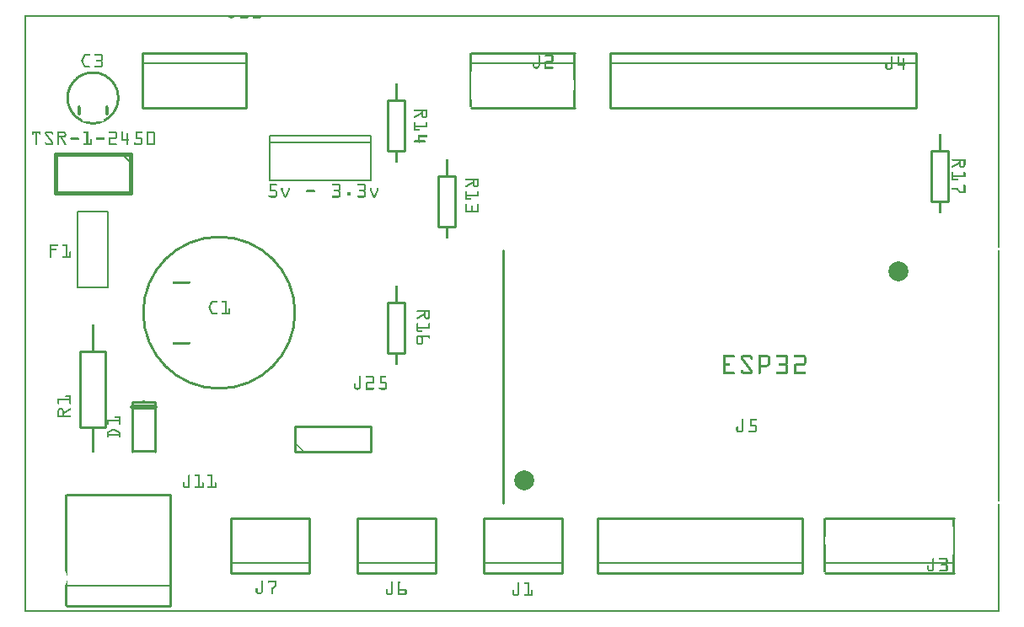
<source format=gto>
G04 MADE WITH FRITZING*
G04 WWW.FRITZING.ORG*
G04 DOUBLE SIDED*
G04 HOLES PLATED*
G04 CONTOUR ON CENTER OF CONTOUR VECTOR*
%ASAXBY*%
%FSLAX23Y23*%
%MOIN*%
%OFA0B0*%
%SFA1.0B1.0*%
%ADD10C,0.078740*%
%ADD11C,0.610000X0.59*%
%ADD12C,0.015269*%
%ADD13C,0.005985*%
%ADD14C,0.011334*%
%ADD15C,0.010000*%
%ADD16C,0.020000*%
%ADD17C,0.005000*%
%ADD18C,0.008000*%
%ADD19R,0.001000X0.001000*%
%LNSILK1*%
G90*
G70*
G54D10*
X1978Y520D03*
X3455Y1348D03*
G54D11*
X771Y1184D03*
G54D12*
X420Y1810D02*
X122Y1810D01*
D02*
X122Y1810D02*
X122Y1658D01*
D02*
X122Y1658D02*
X420Y1658D01*
D02*
X420Y1658D02*
X420Y1810D01*
G54D13*
D02*
X385Y1811D02*
X420Y1779D01*
G54D14*
D02*
X1894Y432D02*
X1894Y1432D01*
G54D15*
D02*
X516Y830D02*
X516Y635D01*
D02*
X426Y635D02*
X426Y830D01*
D02*
X426Y830D02*
X516Y830D01*
G54D16*
D02*
X426Y810D02*
X516Y810D01*
G54D15*
D02*
X221Y732D02*
X221Y1032D01*
D02*
X221Y1032D02*
X321Y1032D01*
D02*
X321Y1032D02*
X321Y732D01*
D02*
X321Y732D02*
X221Y732D01*
D02*
X1504Y2024D02*
X1504Y1824D01*
D02*
X1504Y1824D02*
X1438Y1824D01*
D02*
X1438Y1824D02*
X1438Y2024D01*
D02*
X1438Y2024D02*
X1504Y2024D01*
D02*
X3654Y1824D02*
X3654Y1624D01*
D02*
X3654Y1624D02*
X3588Y1624D01*
D02*
X3588Y1624D02*
X3588Y1824D01*
D02*
X3588Y1824D02*
X3654Y1824D01*
D02*
X1704Y1724D02*
X1704Y1524D01*
D02*
X1704Y1524D02*
X1638Y1524D01*
D02*
X1638Y1524D02*
X1638Y1724D01*
D02*
X1638Y1724D02*
X1704Y1724D01*
D02*
X1504Y1224D02*
X1504Y1024D01*
D02*
X1504Y1024D02*
X1438Y1024D01*
D02*
X1438Y1024D02*
X1438Y1224D01*
D02*
X1438Y1224D02*
X1504Y1224D01*
D02*
X3076Y372D02*
X2266Y372D01*
D02*
X2266Y372D02*
X2266Y156D01*
D02*
X2266Y156D02*
X3076Y156D01*
D02*
X3076Y156D02*
X3076Y372D01*
G54D17*
D02*
X2266Y196D02*
X3076Y196D01*
G54D15*
D02*
X3676Y372D02*
X3166Y372D01*
D02*
X3166Y156D02*
X3676Y156D01*
G54D17*
D02*
X3166Y196D02*
X3676Y196D01*
G54D15*
D02*
X2126Y372D02*
X1816Y372D01*
D02*
X1816Y372D02*
X1816Y156D01*
D02*
X1816Y156D02*
X2126Y156D01*
D02*
X2126Y156D02*
X2126Y372D01*
G54D17*
D02*
X1816Y196D02*
X2126Y196D01*
G54D15*
D02*
X1126Y372D02*
X816Y372D01*
D02*
X816Y372D02*
X816Y156D01*
D02*
X816Y156D02*
X1126Y156D01*
D02*
X1126Y156D02*
X1126Y372D01*
G54D17*
D02*
X816Y196D02*
X1126Y196D01*
G54D15*
D02*
X1626Y372D02*
X1316Y372D01*
D02*
X1316Y372D02*
X1316Y156D01*
D02*
X1316Y156D02*
X1626Y156D01*
D02*
X1626Y156D02*
X1626Y372D01*
G54D17*
D02*
X1316Y196D02*
X1626Y196D01*
G54D15*
D02*
X2316Y1996D02*
X3526Y1996D01*
D02*
X3526Y1996D02*
X3526Y2212D01*
D02*
X3526Y2212D02*
X2316Y2212D01*
D02*
X2316Y2212D02*
X2316Y1996D01*
G54D17*
D02*
X3526Y2172D02*
X2316Y2172D01*
G54D15*
D02*
X1766Y1996D02*
X2176Y1996D01*
D02*
X2176Y2212D02*
X1766Y2212D01*
G54D17*
D02*
X2176Y2172D02*
X1766Y2172D01*
G54D15*
D02*
X576Y464D02*
X166Y464D01*
D02*
X166Y24D02*
X576Y24D01*
D02*
X576Y24D02*
X576Y464D01*
G54D17*
D02*
X166Y104D02*
X576Y104D01*
G54D18*
D02*
X331Y1584D02*
X331Y1284D01*
D02*
X331Y1284D02*
X211Y1284D01*
D02*
X211Y1284D02*
X211Y1584D01*
D02*
X211Y1584D02*
X331Y1584D01*
D02*
X1371Y1709D02*
X971Y1709D01*
D02*
X971Y1709D02*
X971Y1859D01*
D02*
X971Y1859D02*
X971Y1884D01*
D02*
X971Y1884D02*
X1371Y1884D01*
D02*
X1371Y1884D02*
X1371Y1859D01*
D02*
X1371Y1859D02*
X1371Y1709D01*
D02*
X1371Y1859D02*
X971Y1859D01*
G54D15*
D02*
X466Y1996D02*
X876Y1996D01*
D02*
X876Y1996D02*
X876Y2212D01*
D02*
X876Y2212D02*
X466Y2212D01*
D02*
X466Y2212D02*
X466Y1996D01*
G54D17*
D02*
X876Y2172D02*
X466Y2172D01*
G54D15*
D02*
X1071Y634D02*
X1371Y634D01*
D02*
X1371Y634D02*
X1371Y734D01*
D02*
X1371Y734D02*
X1071Y734D01*
D02*
X1071Y734D02*
X1071Y634D01*
G54D19*
X0Y2362D02*
X3857Y2362D01*
X0Y2361D02*
X3857Y2361D01*
X0Y2360D02*
X3857Y2360D01*
X0Y2359D02*
X3857Y2359D01*
X0Y2358D02*
X3857Y2358D01*
X0Y2357D02*
X3857Y2357D01*
X0Y2356D02*
X3857Y2356D01*
X0Y2355D02*
X3857Y2355D01*
X0Y2354D02*
X7Y2354D01*
X808Y2354D02*
X830Y2354D01*
X852Y2354D02*
X886Y2354D01*
X902Y2354D02*
X936Y2354D01*
X3850Y2354D02*
X3857Y2354D01*
X0Y2353D02*
X7Y2353D01*
X808Y2353D02*
X829Y2353D01*
X852Y2353D02*
X886Y2353D01*
X902Y2353D02*
X936Y2353D01*
X3850Y2353D02*
X3857Y2353D01*
X0Y2352D02*
X7Y2352D01*
X810Y2352D02*
X828Y2352D01*
X852Y2352D02*
X885Y2352D01*
X902Y2352D02*
X936Y2352D01*
X3850Y2352D02*
X3857Y2352D01*
X0Y2351D02*
X7Y2351D01*
X811Y2351D02*
X826Y2351D01*
X853Y2351D02*
X885Y2351D01*
X902Y2351D02*
X935Y2351D01*
X3850Y2351D02*
X3857Y2351D01*
X0Y2350D02*
X7Y2350D01*
X815Y2350D02*
X823Y2350D01*
X855Y2350D02*
X883Y2350D01*
X903Y2350D02*
X933Y2350D01*
X3850Y2350D02*
X3857Y2350D01*
X0Y2349D02*
X7Y2349D01*
X3850Y2349D02*
X3857Y2349D01*
X0Y2348D02*
X7Y2348D01*
X3850Y2348D02*
X3857Y2348D01*
X0Y2347D02*
X7Y2347D01*
X3850Y2347D02*
X3857Y2347D01*
X0Y2346D02*
X7Y2346D01*
X3850Y2346D02*
X3857Y2346D01*
X0Y2345D02*
X7Y2345D01*
X3850Y2345D02*
X3857Y2345D01*
X0Y2344D02*
X7Y2344D01*
X3850Y2344D02*
X3857Y2344D01*
X0Y2343D02*
X7Y2343D01*
X3850Y2343D02*
X3857Y2343D01*
X0Y2342D02*
X7Y2342D01*
X3850Y2342D02*
X3857Y2342D01*
X0Y2341D02*
X7Y2341D01*
X3850Y2341D02*
X3857Y2341D01*
X0Y2340D02*
X7Y2340D01*
X3850Y2340D02*
X3857Y2340D01*
X0Y2339D02*
X7Y2339D01*
X3850Y2339D02*
X3857Y2339D01*
X0Y2338D02*
X7Y2338D01*
X3850Y2338D02*
X3857Y2338D01*
X0Y2337D02*
X7Y2337D01*
X3850Y2337D02*
X3857Y2337D01*
X0Y2336D02*
X7Y2336D01*
X3850Y2336D02*
X3857Y2336D01*
X0Y2335D02*
X7Y2335D01*
X3850Y2335D02*
X3857Y2335D01*
X0Y2334D02*
X7Y2334D01*
X3850Y2334D02*
X3857Y2334D01*
X0Y2333D02*
X7Y2333D01*
X3850Y2333D02*
X3857Y2333D01*
X0Y2332D02*
X7Y2332D01*
X3850Y2332D02*
X3857Y2332D01*
X0Y2331D02*
X7Y2331D01*
X3850Y2331D02*
X3857Y2331D01*
X0Y2330D02*
X7Y2330D01*
X3850Y2330D02*
X3857Y2330D01*
X0Y2329D02*
X7Y2329D01*
X3850Y2329D02*
X3857Y2329D01*
X0Y2328D02*
X7Y2328D01*
X3850Y2328D02*
X3857Y2328D01*
X0Y2327D02*
X7Y2327D01*
X3850Y2327D02*
X3857Y2327D01*
X0Y2326D02*
X7Y2326D01*
X3850Y2326D02*
X3857Y2326D01*
X0Y2325D02*
X7Y2325D01*
X3850Y2325D02*
X3857Y2325D01*
X0Y2324D02*
X7Y2324D01*
X3850Y2324D02*
X3857Y2324D01*
X0Y2323D02*
X7Y2323D01*
X3850Y2323D02*
X3857Y2323D01*
X0Y2322D02*
X7Y2322D01*
X3850Y2322D02*
X3857Y2322D01*
X0Y2321D02*
X7Y2321D01*
X3850Y2321D02*
X3857Y2321D01*
X0Y2320D02*
X7Y2320D01*
X3850Y2320D02*
X3857Y2320D01*
X0Y2319D02*
X7Y2319D01*
X3850Y2319D02*
X3857Y2319D01*
X0Y2318D02*
X7Y2318D01*
X3850Y2318D02*
X3857Y2318D01*
X0Y2317D02*
X7Y2317D01*
X3850Y2317D02*
X3857Y2317D01*
X0Y2316D02*
X7Y2316D01*
X3850Y2316D02*
X3857Y2316D01*
X0Y2315D02*
X7Y2315D01*
X3850Y2315D02*
X3857Y2315D01*
X0Y2314D02*
X7Y2314D01*
X3850Y2314D02*
X3857Y2314D01*
X0Y2313D02*
X7Y2313D01*
X3850Y2313D02*
X3857Y2313D01*
X0Y2312D02*
X7Y2312D01*
X3850Y2312D02*
X3857Y2312D01*
X0Y2311D02*
X7Y2311D01*
X3850Y2311D02*
X3857Y2311D01*
X0Y2310D02*
X7Y2310D01*
X3850Y2310D02*
X3857Y2310D01*
X0Y2309D02*
X7Y2309D01*
X3850Y2309D02*
X3857Y2309D01*
X0Y2308D02*
X7Y2308D01*
X3850Y2308D02*
X3857Y2308D01*
X0Y2307D02*
X7Y2307D01*
X3850Y2307D02*
X3857Y2307D01*
X0Y2306D02*
X7Y2306D01*
X3850Y2306D02*
X3857Y2306D01*
X0Y2305D02*
X7Y2305D01*
X3850Y2305D02*
X3857Y2305D01*
X0Y2304D02*
X7Y2304D01*
X3850Y2304D02*
X3857Y2304D01*
X0Y2303D02*
X7Y2303D01*
X3850Y2303D02*
X3857Y2303D01*
X0Y2302D02*
X7Y2302D01*
X3850Y2302D02*
X3857Y2302D01*
X0Y2301D02*
X7Y2301D01*
X3850Y2301D02*
X3857Y2301D01*
X0Y2300D02*
X7Y2300D01*
X3850Y2300D02*
X3857Y2300D01*
X0Y2299D02*
X7Y2299D01*
X3850Y2299D02*
X3857Y2299D01*
X0Y2298D02*
X7Y2298D01*
X3850Y2298D02*
X3857Y2298D01*
X0Y2297D02*
X7Y2297D01*
X3850Y2297D02*
X3857Y2297D01*
X0Y2296D02*
X7Y2296D01*
X3850Y2296D02*
X3857Y2296D01*
X0Y2295D02*
X7Y2295D01*
X3850Y2295D02*
X3857Y2295D01*
X0Y2294D02*
X7Y2294D01*
X3850Y2294D02*
X3857Y2294D01*
X0Y2293D02*
X7Y2293D01*
X3850Y2293D02*
X3857Y2293D01*
X0Y2292D02*
X7Y2292D01*
X3850Y2292D02*
X3857Y2292D01*
X0Y2291D02*
X7Y2291D01*
X3850Y2291D02*
X3857Y2291D01*
X0Y2290D02*
X7Y2290D01*
X3850Y2290D02*
X3857Y2290D01*
X0Y2289D02*
X7Y2289D01*
X3850Y2289D02*
X3857Y2289D01*
X0Y2288D02*
X7Y2288D01*
X3850Y2288D02*
X3857Y2288D01*
X0Y2287D02*
X7Y2287D01*
X3850Y2287D02*
X3857Y2287D01*
X0Y2286D02*
X7Y2286D01*
X3850Y2286D02*
X3857Y2286D01*
X0Y2285D02*
X7Y2285D01*
X3850Y2285D02*
X3857Y2285D01*
X0Y2284D02*
X7Y2284D01*
X3850Y2284D02*
X3857Y2284D01*
X0Y2283D02*
X7Y2283D01*
X3850Y2283D02*
X3857Y2283D01*
X0Y2282D02*
X7Y2282D01*
X3850Y2282D02*
X3857Y2282D01*
X0Y2281D02*
X7Y2281D01*
X3850Y2281D02*
X3857Y2281D01*
X0Y2280D02*
X7Y2280D01*
X3850Y2280D02*
X3857Y2280D01*
X0Y2279D02*
X7Y2279D01*
X3850Y2279D02*
X3857Y2279D01*
X0Y2278D02*
X7Y2278D01*
X3850Y2278D02*
X3857Y2278D01*
X0Y2277D02*
X7Y2277D01*
X3850Y2277D02*
X3857Y2277D01*
X0Y2276D02*
X7Y2276D01*
X3850Y2276D02*
X3857Y2276D01*
X0Y2275D02*
X7Y2275D01*
X3850Y2275D02*
X3857Y2275D01*
X0Y2274D02*
X7Y2274D01*
X3850Y2274D02*
X3857Y2274D01*
X0Y2273D02*
X7Y2273D01*
X3850Y2273D02*
X3857Y2273D01*
X0Y2272D02*
X7Y2272D01*
X3850Y2272D02*
X3857Y2272D01*
X0Y2271D02*
X7Y2271D01*
X3850Y2271D02*
X3857Y2271D01*
X0Y2270D02*
X7Y2270D01*
X3850Y2270D02*
X3857Y2270D01*
X0Y2269D02*
X7Y2269D01*
X3850Y2269D02*
X3857Y2269D01*
X0Y2268D02*
X7Y2268D01*
X3850Y2268D02*
X3857Y2268D01*
X0Y2267D02*
X7Y2267D01*
X3850Y2267D02*
X3857Y2267D01*
X0Y2266D02*
X7Y2266D01*
X3850Y2266D02*
X3857Y2266D01*
X0Y2265D02*
X7Y2265D01*
X3850Y2265D02*
X3857Y2265D01*
X0Y2264D02*
X7Y2264D01*
X3850Y2264D02*
X3857Y2264D01*
X0Y2263D02*
X7Y2263D01*
X3850Y2263D02*
X3857Y2263D01*
X0Y2262D02*
X7Y2262D01*
X3850Y2262D02*
X3857Y2262D01*
X0Y2261D02*
X7Y2261D01*
X3850Y2261D02*
X3857Y2261D01*
X0Y2260D02*
X7Y2260D01*
X3850Y2260D02*
X3857Y2260D01*
X0Y2259D02*
X7Y2259D01*
X3850Y2259D02*
X3857Y2259D01*
X0Y2258D02*
X7Y2258D01*
X3850Y2258D02*
X3857Y2258D01*
X0Y2257D02*
X7Y2257D01*
X3850Y2257D02*
X3857Y2257D01*
X0Y2256D02*
X7Y2256D01*
X3850Y2256D02*
X3857Y2256D01*
X0Y2255D02*
X7Y2255D01*
X3850Y2255D02*
X3857Y2255D01*
X0Y2254D02*
X7Y2254D01*
X3850Y2254D02*
X3857Y2254D01*
X0Y2253D02*
X7Y2253D01*
X3850Y2253D02*
X3857Y2253D01*
X0Y2252D02*
X7Y2252D01*
X3850Y2252D02*
X3857Y2252D01*
X0Y2251D02*
X7Y2251D01*
X3850Y2251D02*
X3857Y2251D01*
X0Y2250D02*
X7Y2250D01*
X3850Y2250D02*
X3857Y2250D01*
X0Y2249D02*
X7Y2249D01*
X3850Y2249D02*
X3857Y2249D01*
X0Y2248D02*
X7Y2248D01*
X3850Y2248D02*
X3857Y2248D01*
X0Y2247D02*
X7Y2247D01*
X3850Y2247D02*
X3857Y2247D01*
X0Y2246D02*
X7Y2246D01*
X3850Y2246D02*
X3857Y2246D01*
X0Y2245D02*
X7Y2245D01*
X3850Y2245D02*
X3857Y2245D01*
X0Y2244D02*
X7Y2244D01*
X3850Y2244D02*
X3857Y2244D01*
X0Y2243D02*
X7Y2243D01*
X3850Y2243D02*
X3857Y2243D01*
X0Y2242D02*
X7Y2242D01*
X3850Y2242D02*
X3857Y2242D01*
X0Y2241D02*
X7Y2241D01*
X3850Y2241D02*
X3857Y2241D01*
X0Y2240D02*
X7Y2240D01*
X3850Y2240D02*
X3857Y2240D01*
X0Y2239D02*
X7Y2239D01*
X3850Y2239D02*
X3857Y2239D01*
X0Y2238D02*
X7Y2238D01*
X3850Y2238D02*
X3857Y2238D01*
X0Y2237D02*
X7Y2237D01*
X3850Y2237D02*
X3857Y2237D01*
X0Y2236D02*
X7Y2236D01*
X3850Y2236D02*
X3857Y2236D01*
X0Y2235D02*
X7Y2235D01*
X3850Y2235D02*
X3857Y2235D01*
X0Y2234D02*
X7Y2234D01*
X3850Y2234D02*
X3857Y2234D01*
X0Y2233D02*
X7Y2233D01*
X3850Y2233D02*
X3857Y2233D01*
X0Y2232D02*
X7Y2232D01*
X3850Y2232D02*
X3857Y2232D01*
X0Y2231D02*
X7Y2231D01*
X3850Y2231D02*
X3857Y2231D01*
X0Y2230D02*
X7Y2230D01*
X3850Y2230D02*
X3857Y2230D01*
X0Y2229D02*
X7Y2229D01*
X3850Y2229D02*
X3857Y2229D01*
X0Y2228D02*
X7Y2228D01*
X3850Y2228D02*
X3857Y2228D01*
X0Y2227D02*
X7Y2227D01*
X3850Y2227D02*
X3857Y2227D01*
X0Y2226D02*
X7Y2226D01*
X3850Y2226D02*
X3857Y2226D01*
X0Y2225D02*
X7Y2225D01*
X3850Y2225D02*
X3857Y2225D01*
X0Y2224D02*
X7Y2224D01*
X3850Y2224D02*
X3857Y2224D01*
X0Y2223D02*
X7Y2223D01*
X3850Y2223D02*
X3857Y2223D01*
X0Y2222D02*
X7Y2222D01*
X3850Y2222D02*
X3857Y2222D01*
X0Y2221D02*
X7Y2221D01*
X3850Y2221D02*
X3857Y2221D01*
X0Y2220D02*
X7Y2220D01*
X3850Y2220D02*
X3857Y2220D01*
X0Y2219D02*
X7Y2219D01*
X3850Y2219D02*
X3857Y2219D01*
X0Y2218D02*
X7Y2218D01*
X3850Y2218D02*
X3857Y2218D01*
X0Y2217D02*
X7Y2217D01*
X3850Y2217D02*
X3857Y2217D01*
X0Y2216D02*
X7Y2216D01*
X3850Y2216D02*
X3857Y2216D01*
X0Y2215D02*
X7Y2215D01*
X3850Y2215D02*
X3857Y2215D01*
X0Y2214D02*
X7Y2214D01*
X3850Y2214D02*
X3857Y2214D01*
X0Y2213D02*
X7Y2213D01*
X3850Y2213D02*
X3857Y2213D01*
X0Y2212D02*
X7Y2212D01*
X1761Y2212D02*
X1770Y2212D01*
X2171Y2212D02*
X2180Y2212D01*
X3850Y2212D02*
X3857Y2212D01*
X0Y2211D02*
X7Y2211D01*
X1761Y2211D02*
X1770Y2211D01*
X2171Y2211D02*
X2180Y2211D01*
X3850Y2211D02*
X3857Y2211D01*
X0Y2210D02*
X7Y2210D01*
X1761Y2210D02*
X1770Y2210D01*
X2171Y2210D02*
X2180Y2210D01*
X3850Y2210D02*
X3857Y2210D01*
X0Y2209D02*
X7Y2209D01*
X1761Y2209D02*
X1770Y2209D01*
X2171Y2209D02*
X2180Y2209D01*
X3850Y2209D02*
X3857Y2209D01*
X0Y2208D02*
X7Y2208D01*
X1761Y2208D02*
X1770Y2208D01*
X2171Y2208D02*
X2180Y2208D01*
X3850Y2208D02*
X3857Y2208D01*
X0Y2207D02*
X7Y2207D01*
X239Y2207D02*
X257Y2207D01*
X276Y2207D02*
X305Y2207D01*
X1761Y2207D02*
X1770Y2207D01*
X2171Y2207D02*
X2180Y2207D01*
X3850Y2207D02*
X3857Y2207D01*
X0Y2206D02*
X7Y2206D01*
X237Y2206D02*
X258Y2206D01*
X276Y2206D02*
X307Y2206D01*
X1761Y2206D02*
X1770Y2206D01*
X2171Y2206D02*
X2180Y2206D01*
X3850Y2206D02*
X3857Y2206D01*
X0Y2205D02*
X7Y2205D01*
X236Y2205D02*
X259Y2205D01*
X275Y2205D02*
X307Y2205D01*
X1761Y2205D02*
X1770Y2205D01*
X2171Y2205D02*
X2180Y2205D01*
X3850Y2205D02*
X3857Y2205D01*
X0Y2204D02*
X7Y2204D01*
X235Y2204D02*
X259Y2204D01*
X275Y2204D02*
X308Y2204D01*
X1761Y2204D02*
X1770Y2204D01*
X2061Y2204D02*
X2085Y2204D01*
X2171Y2204D02*
X2180Y2204D01*
X3850Y2204D02*
X3857Y2204D01*
X0Y2203D02*
X7Y2203D01*
X234Y2203D02*
X258Y2203D01*
X276Y2203D02*
X308Y2203D01*
X1761Y2203D02*
X1770Y2203D01*
X2033Y2203D02*
X2036Y2203D01*
X2059Y2203D02*
X2088Y2203D01*
X2171Y2203D02*
X2180Y2203D01*
X3850Y2203D02*
X3857Y2203D01*
X0Y2202D02*
X7Y2202D01*
X234Y2202D02*
X258Y2202D01*
X276Y2202D02*
X309Y2202D01*
X1761Y2202D02*
X1770Y2202D01*
X2032Y2202D02*
X2037Y2202D01*
X2058Y2202D02*
X2089Y2202D01*
X2171Y2202D02*
X2180Y2202D01*
X3850Y2202D02*
X3857Y2202D01*
X0Y2201D02*
X7Y2201D01*
X233Y2201D02*
X255Y2201D01*
X278Y2201D02*
X309Y2201D01*
X1761Y2201D02*
X1770Y2201D01*
X2032Y2201D02*
X2037Y2201D01*
X2058Y2201D02*
X2090Y2201D01*
X2171Y2201D02*
X2180Y2201D01*
X3850Y2201D02*
X3857Y2201D01*
X0Y2200D02*
X7Y2200D01*
X233Y2200D02*
X240Y2200D01*
X303Y2200D02*
X309Y2200D01*
X1761Y2200D02*
X1770Y2200D01*
X2032Y2200D02*
X2038Y2200D01*
X2058Y2200D02*
X2091Y2200D01*
X2171Y2200D02*
X2180Y2200D01*
X3850Y2200D02*
X3857Y2200D01*
X0Y2199D02*
X7Y2199D01*
X232Y2199D02*
X239Y2199D01*
X303Y2199D02*
X309Y2199D01*
X1761Y2199D02*
X1770Y2199D01*
X2032Y2199D02*
X2038Y2199D01*
X2058Y2199D02*
X2091Y2199D01*
X2171Y2199D02*
X2180Y2199D01*
X3850Y2199D02*
X3857Y2199D01*
X0Y2198D02*
X7Y2198D01*
X232Y2198D02*
X239Y2198D01*
X303Y2198D02*
X309Y2198D01*
X1761Y2198D02*
X1770Y2198D01*
X2032Y2198D02*
X2038Y2198D01*
X2059Y2198D02*
X2091Y2198D01*
X2171Y2198D02*
X2180Y2198D01*
X3428Y2198D02*
X3430Y2198D01*
X3455Y2198D02*
X3458Y2198D01*
X3850Y2198D02*
X3857Y2198D01*
X0Y2197D02*
X7Y2197D01*
X231Y2197D02*
X238Y2197D01*
X303Y2197D02*
X309Y2197D01*
X1761Y2197D02*
X1770Y2197D01*
X2032Y2197D02*
X2038Y2197D01*
X2085Y2197D02*
X2091Y2197D01*
X2171Y2197D02*
X2180Y2197D01*
X3427Y2197D02*
X3431Y2197D01*
X3454Y2197D02*
X3459Y2197D01*
X3850Y2197D02*
X3857Y2197D01*
X0Y2196D02*
X7Y2196D01*
X231Y2196D02*
X238Y2196D01*
X303Y2196D02*
X309Y2196D01*
X1761Y2196D02*
X1770Y2196D01*
X2032Y2196D02*
X2038Y2196D01*
X2085Y2196D02*
X2091Y2196D01*
X2171Y2196D02*
X2180Y2196D01*
X3426Y2196D02*
X3432Y2196D01*
X3454Y2196D02*
X3459Y2196D01*
X3850Y2196D02*
X3857Y2196D01*
X0Y2195D02*
X7Y2195D01*
X230Y2195D02*
X237Y2195D01*
X303Y2195D02*
X309Y2195D01*
X1761Y2195D02*
X1770Y2195D01*
X2032Y2195D02*
X2038Y2195D01*
X2085Y2195D02*
X2091Y2195D01*
X2171Y2195D02*
X2180Y2195D01*
X3426Y2195D02*
X3432Y2195D01*
X3454Y2195D02*
X3460Y2195D01*
X3850Y2195D02*
X3857Y2195D01*
X0Y2194D02*
X7Y2194D01*
X230Y2194D02*
X237Y2194D01*
X303Y2194D02*
X309Y2194D01*
X1761Y2194D02*
X1770Y2194D01*
X2032Y2194D02*
X2038Y2194D01*
X2085Y2194D02*
X2091Y2194D01*
X2171Y2194D02*
X2180Y2194D01*
X3426Y2194D02*
X3432Y2194D01*
X3454Y2194D02*
X3460Y2194D01*
X3850Y2194D02*
X3857Y2194D01*
X0Y2193D02*
X7Y2193D01*
X229Y2193D02*
X236Y2193D01*
X303Y2193D02*
X309Y2193D01*
X1761Y2193D02*
X1770Y2193D01*
X2032Y2193D02*
X2038Y2193D01*
X2085Y2193D02*
X2091Y2193D01*
X2171Y2193D02*
X2180Y2193D01*
X3426Y2193D02*
X3432Y2193D01*
X3454Y2193D02*
X3460Y2193D01*
X3850Y2193D02*
X3857Y2193D01*
X0Y2192D02*
X7Y2192D01*
X229Y2192D02*
X236Y2192D01*
X303Y2192D02*
X309Y2192D01*
X1761Y2192D02*
X1770Y2192D01*
X2032Y2192D02*
X2038Y2192D01*
X2085Y2192D02*
X2091Y2192D01*
X2171Y2192D02*
X2180Y2192D01*
X3426Y2192D02*
X3432Y2192D01*
X3454Y2192D02*
X3460Y2192D01*
X3476Y2192D02*
X3479Y2192D01*
X3850Y2192D02*
X3857Y2192D01*
X0Y2191D02*
X7Y2191D01*
X228Y2191D02*
X235Y2191D01*
X303Y2191D02*
X309Y2191D01*
X1761Y2191D02*
X1770Y2191D01*
X2032Y2191D02*
X2038Y2191D01*
X2085Y2191D02*
X2091Y2191D01*
X2171Y2191D02*
X2180Y2191D01*
X3426Y2191D02*
X3432Y2191D01*
X3454Y2191D02*
X3460Y2191D01*
X3475Y2191D02*
X3480Y2191D01*
X3850Y2191D02*
X3857Y2191D01*
X0Y2190D02*
X7Y2190D01*
X228Y2190D02*
X235Y2190D01*
X303Y2190D02*
X309Y2190D01*
X1761Y2190D02*
X1770Y2190D01*
X2032Y2190D02*
X2038Y2190D01*
X2085Y2190D02*
X2091Y2190D01*
X2171Y2190D02*
X2180Y2190D01*
X3426Y2190D02*
X3432Y2190D01*
X3454Y2190D02*
X3460Y2190D01*
X3474Y2190D02*
X3480Y2190D01*
X3850Y2190D02*
X3857Y2190D01*
X0Y2189D02*
X7Y2189D01*
X227Y2189D02*
X234Y2189D01*
X303Y2189D02*
X309Y2189D01*
X1761Y2189D02*
X1770Y2189D01*
X2032Y2189D02*
X2038Y2189D01*
X2085Y2189D02*
X2091Y2189D01*
X2171Y2189D02*
X2180Y2189D01*
X3426Y2189D02*
X3432Y2189D01*
X3454Y2189D02*
X3460Y2189D01*
X3474Y2189D02*
X3480Y2189D01*
X3850Y2189D02*
X3857Y2189D01*
X0Y2188D02*
X7Y2188D01*
X227Y2188D02*
X234Y2188D01*
X303Y2188D02*
X309Y2188D01*
X1761Y2188D02*
X1770Y2188D01*
X2032Y2188D02*
X2038Y2188D01*
X2085Y2188D02*
X2091Y2188D01*
X2171Y2188D02*
X2180Y2188D01*
X3426Y2188D02*
X3432Y2188D01*
X3454Y2188D02*
X3460Y2188D01*
X3474Y2188D02*
X3480Y2188D01*
X3850Y2188D02*
X3857Y2188D01*
X0Y2187D02*
X7Y2187D01*
X226Y2187D02*
X233Y2187D01*
X303Y2187D02*
X309Y2187D01*
X1761Y2187D02*
X1770Y2187D01*
X2032Y2187D02*
X2038Y2187D01*
X2085Y2187D02*
X2091Y2187D01*
X2171Y2187D02*
X2180Y2187D01*
X3426Y2187D02*
X3432Y2187D01*
X3454Y2187D02*
X3460Y2187D01*
X3474Y2187D02*
X3480Y2187D01*
X3850Y2187D02*
X3857Y2187D01*
X0Y2186D02*
X7Y2186D01*
X226Y2186D02*
X233Y2186D01*
X302Y2186D02*
X309Y2186D01*
X1761Y2186D02*
X1770Y2186D01*
X2032Y2186D02*
X2038Y2186D01*
X2085Y2186D02*
X2091Y2186D01*
X2171Y2186D02*
X2180Y2186D01*
X3426Y2186D02*
X3432Y2186D01*
X3454Y2186D02*
X3460Y2186D01*
X3474Y2186D02*
X3480Y2186D01*
X3850Y2186D02*
X3857Y2186D01*
X0Y2185D02*
X7Y2185D01*
X226Y2185D02*
X232Y2185D01*
X301Y2185D02*
X308Y2185D01*
X1761Y2185D02*
X1770Y2185D01*
X2032Y2185D02*
X2038Y2185D01*
X2085Y2185D02*
X2091Y2185D01*
X2171Y2185D02*
X2180Y2185D01*
X3426Y2185D02*
X3432Y2185D01*
X3454Y2185D02*
X3460Y2185D01*
X3474Y2185D02*
X3480Y2185D01*
X3850Y2185D02*
X3857Y2185D01*
X0Y2184D02*
X7Y2184D01*
X225Y2184D02*
X232Y2184D01*
X284Y2184D02*
X308Y2184D01*
X1761Y2184D02*
X1770Y2184D01*
X2032Y2184D02*
X2038Y2184D01*
X2085Y2184D02*
X2091Y2184D01*
X2171Y2184D02*
X2180Y2184D01*
X3426Y2184D02*
X3432Y2184D01*
X3454Y2184D02*
X3460Y2184D01*
X3474Y2184D02*
X3480Y2184D01*
X3850Y2184D02*
X3857Y2184D01*
X0Y2183D02*
X7Y2183D01*
X225Y2183D02*
X231Y2183D01*
X283Y2183D02*
X308Y2183D01*
X1761Y2183D02*
X1770Y2183D01*
X2032Y2183D02*
X2038Y2183D01*
X2085Y2183D02*
X2091Y2183D01*
X2171Y2183D02*
X2180Y2183D01*
X3426Y2183D02*
X3432Y2183D01*
X3454Y2183D02*
X3460Y2183D01*
X3474Y2183D02*
X3480Y2183D01*
X3850Y2183D02*
X3857Y2183D01*
X0Y2182D02*
X7Y2182D01*
X225Y2182D02*
X231Y2182D01*
X282Y2182D02*
X307Y2182D01*
X1761Y2182D02*
X1770Y2182D01*
X2032Y2182D02*
X2038Y2182D01*
X2085Y2182D02*
X2091Y2182D01*
X2171Y2182D02*
X2180Y2182D01*
X3426Y2182D02*
X3432Y2182D01*
X3454Y2182D02*
X3460Y2182D01*
X3474Y2182D02*
X3480Y2182D01*
X3850Y2182D02*
X3857Y2182D01*
X0Y2181D02*
X7Y2181D01*
X225Y2181D02*
X231Y2181D01*
X282Y2181D02*
X306Y2181D01*
X1761Y2181D02*
X1770Y2181D01*
X2032Y2181D02*
X2038Y2181D01*
X2085Y2181D02*
X2091Y2181D01*
X2171Y2181D02*
X2180Y2181D01*
X3426Y2181D02*
X3432Y2181D01*
X3454Y2181D02*
X3460Y2181D01*
X3474Y2181D02*
X3480Y2181D01*
X3850Y2181D02*
X3857Y2181D01*
X0Y2180D02*
X7Y2180D01*
X225Y2180D02*
X231Y2180D01*
X282Y2180D02*
X307Y2180D01*
X1761Y2180D02*
X1770Y2180D01*
X2032Y2180D02*
X2038Y2180D01*
X2062Y2180D02*
X2091Y2180D01*
X2171Y2180D02*
X2180Y2180D01*
X3426Y2180D02*
X3432Y2180D01*
X3454Y2180D02*
X3460Y2180D01*
X3474Y2180D02*
X3480Y2180D01*
X3850Y2180D02*
X3857Y2180D01*
X0Y2179D02*
X7Y2179D01*
X225Y2179D02*
X231Y2179D01*
X283Y2179D02*
X307Y2179D01*
X1761Y2179D02*
X1770Y2179D01*
X2032Y2179D02*
X2038Y2179D01*
X2060Y2179D02*
X2091Y2179D01*
X2171Y2179D02*
X2180Y2179D01*
X3426Y2179D02*
X3432Y2179D01*
X3454Y2179D02*
X3460Y2179D01*
X3474Y2179D02*
X3480Y2179D01*
X3850Y2179D02*
X3857Y2179D01*
X0Y2178D02*
X7Y2178D01*
X225Y2178D02*
X232Y2178D01*
X284Y2178D02*
X308Y2178D01*
X1761Y2178D02*
X1770Y2178D01*
X2032Y2178D02*
X2038Y2178D01*
X2059Y2178D02*
X2091Y2178D01*
X2171Y2178D02*
X2180Y2178D01*
X3426Y2178D02*
X3432Y2178D01*
X3454Y2178D02*
X3460Y2178D01*
X3474Y2178D02*
X3480Y2178D01*
X3850Y2178D02*
X3857Y2178D01*
X0Y2177D02*
X7Y2177D01*
X226Y2177D02*
X232Y2177D01*
X301Y2177D02*
X308Y2177D01*
X1761Y2177D02*
X1770Y2177D01*
X2032Y2177D02*
X2038Y2177D01*
X2059Y2177D02*
X2090Y2177D01*
X2171Y2177D02*
X2180Y2177D01*
X3426Y2177D02*
X3432Y2177D01*
X3454Y2177D02*
X3460Y2177D01*
X3474Y2177D02*
X3480Y2177D01*
X3850Y2177D02*
X3857Y2177D01*
X0Y2176D02*
X7Y2176D01*
X226Y2176D02*
X232Y2176D01*
X302Y2176D02*
X309Y2176D01*
X1761Y2176D02*
X1770Y2176D01*
X2032Y2176D02*
X2038Y2176D01*
X2058Y2176D02*
X2089Y2176D01*
X2171Y2176D02*
X2180Y2176D01*
X3426Y2176D02*
X3432Y2176D01*
X3454Y2176D02*
X3460Y2176D01*
X3474Y2176D02*
X3480Y2176D01*
X3850Y2176D02*
X3857Y2176D01*
X0Y2175D02*
X7Y2175D01*
X226Y2175D02*
X233Y2175D01*
X303Y2175D02*
X309Y2175D01*
X1761Y2175D02*
X1770Y2175D01*
X2032Y2175D02*
X2038Y2175D01*
X2058Y2175D02*
X2088Y2175D01*
X2171Y2175D02*
X2180Y2175D01*
X3426Y2175D02*
X3432Y2175D01*
X3454Y2175D02*
X3460Y2175D01*
X3474Y2175D02*
X3480Y2175D01*
X3850Y2175D02*
X3857Y2175D01*
X0Y2174D02*
X7Y2174D01*
X227Y2174D02*
X233Y2174D01*
X303Y2174D02*
X309Y2174D01*
X1761Y2174D02*
X1770Y2174D01*
X2012Y2174D02*
X2015Y2174D01*
X2032Y2174D02*
X2038Y2174D01*
X2058Y2174D02*
X2087Y2174D01*
X2171Y2174D02*
X2180Y2174D01*
X3426Y2174D02*
X3432Y2174D01*
X3454Y2174D02*
X3460Y2174D01*
X3474Y2174D02*
X3480Y2174D01*
X3850Y2174D02*
X3857Y2174D01*
X0Y2173D02*
X7Y2173D01*
X227Y2173D02*
X234Y2173D01*
X303Y2173D02*
X309Y2173D01*
X1761Y2173D02*
X1770Y2173D01*
X2011Y2173D02*
X2016Y2173D01*
X2032Y2173D02*
X2038Y2173D01*
X2058Y2173D02*
X2064Y2173D01*
X2171Y2173D02*
X2180Y2173D01*
X3426Y2173D02*
X3432Y2173D01*
X3454Y2173D02*
X3460Y2173D01*
X3474Y2173D02*
X3480Y2173D01*
X3850Y2173D02*
X3857Y2173D01*
X0Y2172D02*
X7Y2172D01*
X228Y2172D02*
X234Y2172D01*
X303Y2172D02*
X309Y2172D01*
X1761Y2172D02*
X1770Y2172D01*
X2011Y2172D02*
X2017Y2172D01*
X2032Y2172D02*
X2038Y2172D01*
X2058Y2172D02*
X2064Y2172D01*
X2171Y2172D02*
X2180Y2172D01*
X3426Y2172D02*
X3432Y2172D01*
X3454Y2172D02*
X3460Y2172D01*
X3474Y2172D02*
X3480Y2172D01*
X3850Y2172D02*
X3857Y2172D01*
X0Y2171D02*
X7Y2171D01*
X228Y2171D02*
X235Y2171D01*
X303Y2171D02*
X309Y2171D01*
X1761Y2171D02*
X1770Y2171D01*
X2011Y2171D02*
X2017Y2171D01*
X2032Y2171D02*
X2038Y2171D01*
X2058Y2171D02*
X2064Y2171D01*
X2171Y2171D02*
X2180Y2171D01*
X3426Y2171D02*
X3432Y2171D01*
X3454Y2171D02*
X3460Y2171D01*
X3474Y2171D02*
X3480Y2171D01*
X3850Y2171D02*
X3857Y2171D01*
X0Y2170D02*
X7Y2170D01*
X229Y2170D02*
X235Y2170D01*
X303Y2170D02*
X309Y2170D01*
X1761Y2170D02*
X1770Y2170D01*
X2011Y2170D02*
X2017Y2170D01*
X2032Y2170D02*
X2038Y2170D01*
X2058Y2170D02*
X2064Y2170D01*
X2171Y2170D02*
X2180Y2170D01*
X3426Y2170D02*
X3432Y2170D01*
X3454Y2170D02*
X3460Y2170D01*
X3474Y2170D02*
X3480Y2170D01*
X3850Y2170D02*
X3857Y2170D01*
X0Y2169D02*
X7Y2169D01*
X229Y2169D02*
X236Y2169D01*
X303Y2169D02*
X309Y2169D01*
X1761Y2169D02*
X1770Y2169D01*
X2011Y2169D02*
X2017Y2169D01*
X2032Y2169D02*
X2038Y2169D01*
X2058Y2169D02*
X2064Y2169D01*
X2171Y2169D02*
X2180Y2169D01*
X3408Y2169D02*
X3408Y2169D01*
X3426Y2169D02*
X3432Y2169D01*
X3454Y2169D02*
X3481Y2169D01*
X3850Y2169D02*
X3857Y2169D01*
X0Y2168D02*
X7Y2168D01*
X230Y2168D02*
X236Y2168D01*
X303Y2168D02*
X309Y2168D01*
X1761Y2168D02*
X1770Y2168D01*
X2011Y2168D02*
X2017Y2168D01*
X2032Y2168D02*
X2038Y2168D01*
X2058Y2168D02*
X2064Y2168D01*
X2171Y2168D02*
X2180Y2168D01*
X3406Y2168D02*
X3410Y2168D01*
X3426Y2168D02*
X3432Y2168D01*
X3454Y2168D02*
X3483Y2168D01*
X3850Y2168D02*
X3857Y2168D01*
X0Y2167D02*
X7Y2167D01*
X230Y2167D02*
X237Y2167D01*
X303Y2167D02*
X309Y2167D01*
X1761Y2167D02*
X1770Y2167D01*
X2011Y2167D02*
X2017Y2167D01*
X2032Y2167D02*
X2038Y2167D01*
X2058Y2167D02*
X2064Y2167D01*
X2171Y2167D02*
X2180Y2167D01*
X3406Y2167D02*
X3411Y2167D01*
X3426Y2167D02*
X3432Y2167D01*
X3454Y2167D02*
X3483Y2167D01*
X3850Y2167D02*
X3857Y2167D01*
X0Y2166D02*
X7Y2166D01*
X231Y2166D02*
X237Y2166D01*
X303Y2166D02*
X309Y2166D01*
X1761Y2166D02*
X1770Y2166D01*
X2011Y2166D02*
X2017Y2166D01*
X2032Y2166D02*
X2038Y2166D01*
X2058Y2166D02*
X2064Y2166D01*
X2171Y2166D02*
X2180Y2166D01*
X3405Y2166D02*
X3411Y2166D01*
X3426Y2166D02*
X3432Y2166D01*
X3454Y2166D02*
X3484Y2166D01*
X3850Y2166D02*
X3857Y2166D01*
X0Y2165D02*
X7Y2165D01*
X231Y2165D02*
X238Y2165D01*
X303Y2165D02*
X309Y2165D01*
X1761Y2165D02*
X1770Y2165D01*
X2011Y2165D02*
X2017Y2165D01*
X2032Y2165D02*
X2038Y2165D01*
X2058Y2165D02*
X2064Y2165D01*
X2171Y2165D02*
X2180Y2165D01*
X3405Y2165D02*
X3411Y2165D01*
X3426Y2165D02*
X3432Y2165D01*
X3454Y2165D02*
X3484Y2165D01*
X3850Y2165D02*
X3857Y2165D01*
X0Y2164D02*
X7Y2164D01*
X232Y2164D02*
X238Y2164D01*
X303Y2164D02*
X309Y2164D01*
X1761Y2164D02*
X1770Y2164D01*
X2011Y2164D02*
X2017Y2164D01*
X2032Y2164D02*
X2038Y2164D01*
X2058Y2164D02*
X2064Y2164D01*
X2171Y2164D02*
X2180Y2164D01*
X3405Y2164D02*
X3411Y2164D01*
X3426Y2164D02*
X3432Y2164D01*
X3454Y2164D02*
X3483Y2164D01*
X3850Y2164D02*
X3857Y2164D01*
X0Y2163D02*
X7Y2163D01*
X232Y2163D02*
X239Y2163D01*
X303Y2163D02*
X309Y2163D01*
X1761Y2163D02*
X1770Y2163D01*
X2011Y2163D02*
X2017Y2163D01*
X2032Y2163D02*
X2038Y2163D01*
X2058Y2163D02*
X2064Y2163D01*
X2171Y2163D02*
X2180Y2163D01*
X3405Y2163D02*
X3411Y2163D01*
X3426Y2163D02*
X3432Y2163D01*
X3454Y2163D02*
X3483Y2163D01*
X3850Y2163D02*
X3857Y2163D01*
X0Y2162D02*
X7Y2162D01*
X233Y2162D02*
X240Y2162D01*
X303Y2162D02*
X309Y2162D01*
X1761Y2162D02*
X1770Y2162D01*
X2011Y2162D02*
X2017Y2162D01*
X2032Y2162D02*
X2038Y2162D01*
X2058Y2162D02*
X2064Y2162D01*
X2171Y2162D02*
X2180Y2162D01*
X3405Y2162D02*
X3411Y2162D01*
X3426Y2162D02*
X3432Y2162D01*
X3474Y2162D02*
X3481Y2162D01*
X3850Y2162D02*
X3857Y2162D01*
X0Y2161D02*
X7Y2161D01*
X233Y2161D02*
X241Y2161D01*
X303Y2161D02*
X309Y2161D01*
X1761Y2161D02*
X1770Y2161D01*
X2011Y2161D02*
X2017Y2161D01*
X2032Y2161D02*
X2038Y2161D01*
X2058Y2161D02*
X2064Y2161D01*
X2171Y2161D02*
X2180Y2161D01*
X3405Y2161D02*
X3411Y2161D01*
X3426Y2161D02*
X3432Y2161D01*
X3474Y2161D02*
X3480Y2161D01*
X3850Y2161D02*
X3857Y2161D01*
X0Y2160D02*
X7Y2160D01*
X234Y2160D02*
X257Y2160D01*
X277Y2160D02*
X309Y2160D01*
X1761Y2160D02*
X1770Y2160D01*
X2011Y2160D02*
X2017Y2160D01*
X2031Y2160D02*
X2037Y2160D01*
X2058Y2160D02*
X2064Y2160D01*
X2171Y2160D02*
X2180Y2160D01*
X3405Y2160D02*
X3411Y2160D01*
X3426Y2160D02*
X3432Y2160D01*
X3474Y2160D02*
X3480Y2160D01*
X3850Y2160D02*
X3857Y2160D01*
X0Y2159D02*
X7Y2159D01*
X234Y2159D02*
X258Y2159D01*
X276Y2159D02*
X309Y2159D01*
X1761Y2159D02*
X1770Y2159D01*
X2011Y2159D02*
X2017Y2159D01*
X2031Y2159D02*
X2037Y2159D01*
X2058Y2159D02*
X2064Y2159D01*
X2171Y2159D02*
X2180Y2159D01*
X3405Y2159D02*
X3411Y2159D01*
X3426Y2159D02*
X3432Y2159D01*
X3474Y2159D02*
X3480Y2159D01*
X3850Y2159D02*
X3857Y2159D01*
X0Y2158D02*
X7Y2158D01*
X235Y2158D02*
X258Y2158D01*
X275Y2158D02*
X308Y2158D01*
X1761Y2158D02*
X1770Y2158D01*
X2011Y2158D02*
X2018Y2158D01*
X2030Y2158D02*
X2037Y2158D01*
X2058Y2158D02*
X2064Y2158D01*
X2171Y2158D02*
X2180Y2158D01*
X3405Y2158D02*
X3411Y2158D01*
X3426Y2158D02*
X3432Y2158D01*
X3474Y2158D02*
X3480Y2158D01*
X3850Y2158D02*
X3857Y2158D01*
X0Y2157D02*
X7Y2157D01*
X236Y2157D02*
X259Y2157D01*
X275Y2157D02*
X308Y2157D01*
X1761Y2157D02*
X1770Y2157D01*
X2011Y2157D02*
X2020Y2157D01*
X2028Y2157D02*
X2037Y2157D01*
X2058Y2157D02*
X2064Y2157D01*
X2171Y2157D02*
X2180Y2157D01*
X3405Y2157D02*
X3411Y2157D01*
X3426Y2157D02*
X3432Y2157D01*
X3474Y2157D02*
X3480Y2157D01*
X3850Y2157D02*
X3857Y2157D01*
X0Y2156D02*
X7Y2156D01*
X237Y2156D02*
X258Y2156D01*
X276Y2156D02*
X307Y2156D01*
X1761Y2156D02*
X1770Y2156D01*
X2012Y2156D02*
X2037Y2156D01*
X2058Y2156D02*
X2090Y2156D01*
X2171Y2156D02*
X2180Y2156D01*
X3405Y2156D02*
X3411Y2156D01*
X3426Y2156D02*
X3432Y2156D01*
X3474Y2156D02*
X3480Y2156D01*
X3850Y2156D02*
X3857Y2156D01*
X0Y2155D02*
X7Y2155D01*
X239Y2155D02*
X258Y2155D01*
X276Y2155D02*
X306Y2155D01*
X1761Y2155D02*
X1770Y2155D01*
X2012Y2155D02*
X2036Y2155D01*
X2058Y2155D02*
X2091Y2155D01*
X2171Y2155D02*
X2180Y2155D01*
X3405Y2155D02*
X3411Y2155D01*
X3426Y2155D02*
X3432Y2155D01*
X3474Y2155D02*
X3480Y2155D01*
X3850Y2155D02*
X3857Y2155D01*
X0Y2154D02*
X7Y2154D01*
X241Y2154D02*
X256Y2154D01*
X278Y2154D02*
X303Y2154D01*
X1761Y2154D02*
X1770Y2154D01*
X2013Y2154D02*
X2035Y2154D01*
X2058Y2154D02*
X2091Y2154D01*
X2171Y2154D02*
X2180Y2154D01*
X3405Y2154D02*
X3411Y2154D01*
X3426Y2154D02*
X3432Y2154D01*
X3474Y2154D02*
X3480Y2154D01*
X3850Y2154D02*
X3857Y2154D01*
X0Y2153D02*
X7Y2153D01*
X1761Y2153D02*
X1770Y2153D01*
X2014Y2153D02*
X2034Y2153D01*
X2058Y2153D02*
X2091Y2153D01*
X2171Y2153D02*
X2180Y2153D01*
X3405Y2153D02*
X3412Y2153D01*
X3425Y2153D02*
X3432Y2153D01*
X3474Y2153D02*
X3480Y2153D01*
X3850Y2153D02*
X3857Y2153D01*
X0Y2152D02*
X7Y2152D01*
X1761Y2152D02*
X1770Y2152D01*
X2015Y2152D02*
X2033Y2152D01*
X2058Y2152D02*
X2091Y2152D01*
X2171Y2152D02*
X2180Y2152D01*
X3406Y2152D02*
X3413Y2152D01*
X3424Y2152D02*
X3431Y2152D01*
X3474Y2152D02*
X3480Y2152D01*
X3850Y2152D02*
X3857Y2152D01*
X0Y2151D02*
X7Y2151D01*
X1761Y2151D02*
X1770Y2151D01*
X2017Y2151D02*
X2032Y2151D01*
X2058Y2151D02*
X2090Y2151D01*
X2171Y2151D02*
X2180Y2151D01*
X3406Y2151D02*
X3431Y2151D01*
X3474Y2151D02*
X3480Y2151D01*
X3850Y2151D02*
X3857Y2151D01*
X0Y2150D02*
X7Y2150D01*
X1761Y2150D02*
X1770Y2150D01*
X2020Y2150D02*
X2028Y2150D01*
X2058Y2150D02*
X2088Y2150D01*
X2171Y2150D02*
X2180Y2150D01*
X3406Y2150D02*
X3431Y2150D01*
X3474Y2150D02*
X3480Y2150D01*
X3850Y2150D02*
X3857Y2150D01*
X0Y2149D02*
X7Y2149D01*
X1761Y2149D02*
X1770Y2149D01*
X2171Y2149D02*
X2180Y2149D01*
X3407Y2149D02*
X3430Y2149D01*
X3474Y2149D02*
X3480Y2149D01*
X3850Y2149D02*
X3857Y2149D01*
X0Y2148D02*
X7Y2148D01*
X1761Y2148D02*
X1770Y2148D01*
X2171Y2148D02*
X2180Y2148D01*
X3408Y2148D02*
X3429Y2148D01*
X3474Y2148D02*
X3480Y2148D01*
X3850Y2148D02*
X3857Y2148D01*
X0Y2147D02*
X7Y2147D01*
X1761Y2147D02*
X1770Y2147D01*
X2171Y2147D02*
X2180Y2147D01*
X3409Y2147D02*
X3428Y2147D01*
X3474Y2147D02*
X3480Y2147D01*
X3850Y2147D02*
X3857Y2147D01*
X0Y2146D02*
X7Y2146D01*
X1761Y2146D02*
X1770Y2146D01*
X2171Y2146D02*
X2180Y2146D01*
X3410Y2146D02*
X3427Y2146D01*
X3475Y2146D02*
X3480Y2146D01*
X3850Y2146D02*
X3857Y2146D01*
X0Y2145D02*
X7Y2145D01*
X1761Y2145D02*
X1770Y2145D01*
X2171Y2145D02*
X2180Y2145D01*
X3412Y2145D02*
X3425Y2145D01*
X3476Y2145D02*
X3479Y2145D01*
X3850Y2145D02*
X3857Y2145D01*
X0Y2144D02*
X7Y2144D01*
X1761Y2144D02*
X1770Y2144D01*
X2171Y2144D02*
X2180Y2144D01*
X3850Y2144D02*
X3857Y2144D01*
X0Y2143D02*
X7Y2143D01*
X1761Y2143D02*
X1770Y2143D01*
X2171Y2143D02*
X2180Y2143D01*
X3850Y2143D02*
X3857Y2143D01*
X0Y2142D02*
X7Y2142D01*
X1761Y2142D02*
X1770Y2142D01*
X2171Y2142D02*
X2180Y2142D01*
X3850Y2142D02*
X3857Y2142D01*
X0Y2141D02*
X7Y2141D01*
X1761Y2141D02*
X1770Y2141D01*
X2171Y2141D02*
X2180Y2141D01*
X3850Y2141D02*
X3857Y2141D01*
X0Y2140D02*
X7Y2140D01*
X1761Y2140D02*
X1770Y2140D01*
X2171Y2140D02*
X2180Y2140D01*
X3850Y2140D02*
X3857Y2140D01*
X0Y2139D02*
X7Y2139D01*
X265Y2139D02*
X276Y2139D01*
X1761Y2139D02*
X1770Y2139D01*
X2171Y2139D02*
X2180Y2139D01*
X3850Y2139D02*
X3857Y2139D01*
X0Y2138D02*
X7Y2138D01*
X255Y2138D02*
X286Y2138D01*
X1761Y2138D02*
X1766Y2138D01*
X2171Y2138D02*
X2180Y2138D01*
X3850Y2138D02*
X3857Y2138D01*
X0Y2137D02*
X7Y2137D01*
X250Y2137D02*
X291Y2137D01*
X1761Y2137D02*
X1766Y2137D01*
X2171Y2137D02*
X2180Y2137D01*
X3850Y2137D02*
X3857Y2137D01*
X0Y2136D02*
X7Y2136D01*
X246Y2136D02*
X296Y2136D01*
X1761Y2136D02*
X1766Y2136D01*
X2171Y2136D02*
X2180Y2136D01*
X3850Y2136D02*
X3857Y2136D01*
X0Y2135D02*
X7Y2135D01*
X242Y2135D02*
X299Y2135D01*
X1761Y2135D02*
X1766Y2135D01*
X2171Y2135D02*
X2180Y2135D01*
X3850Y2135D02*
X3857Y2135D01*
X0Y2134D02*
X7Y2134D01*
X239Y2134D02*
X302Y2134D01*
X1761Y2134D02*
X1766Y2134D01*
X2171Y2134D02*
X2180Y2134D01*
X3850Y2134D02*
X3857Y2134D01*
X0Y2133D02*
X7Y2133D01*
X236Y2133D02*
X305Y2133D01*
X1761Y2133D02*
X1766Y2133D01*
X2171Y2133D02*
X2180Y2133D01*
X3850Y2133D02*
X3857Y2133D01*
X0Y2132D02*
X7Y2132D01*
X233Y2132D02*
X308Y2132D01*
X1761Y2132D02*
X1766Y2132D01*
X2171Y2132D02*
X2180Y2132D01*
X3850Y2132D02*
X3857Y2132D01*
X0Y2131D02*
X7Y2131D01*
X231Y2131D02*
X311Y2131D01*
X1761Y2131D02*
X1766Y2131D01*
X2171Y2131D02*
X2180Y2131D01*
X3850Y2131D02*
X3857Y2131D01*
X0Y2130D02*
X7Y2130D01*
X228Y2130D02*
X313Y2130D01*
X1761Y2130D02*
X1766Y2130D01*
X2171Y2130D02*
X2180Y2130D01*
X3850Y2130D02*
X3857Y2130D01*
X0Y2129D02*
X7Y2129D01*
X226Y2129D02*
X264Y2129D01*
X277Y2129D02*
X315Y2129D01*
X1761Y2129D02*
X1766Y2129D01*
X2171Y2129D02*
X2180Y2129D01*
X3850Y2129D02*
X3857Y2129D01*
X0Y2128D02*
X7Y2128D01*
X224Y2128D02*
X255Y2128D01*
X286Y2128D02*
X317Y2128D01*
X1761Y2128D02*
X1766Y2128D01*
X2171Y2128D02*
X2180Y2128D01*
X3850Y2128D02*
X3857Y2128D01*
X0Y2127D02*
X7Y2127D01*
X222Y2127D02*
X250Y2127D01*
X292Y2127D02*
X319Y2127D01*
X1761Y2127D02*
X1766Y2127D01*
X2171Y2127D02*
X2180Y2127D01*
X3850Y2127D02*
X3857Y2127D01*
X0Y2126D02*
X7Y2126D01*
X220Y2126D02*
X245Y2126D01*
X296Y2126D02*
X321Y2126D01*
X1761Y2126D02*
X1766Y2126D01*
X2171Y2126D02*
X2180Y2126D01*
X3850Y2126D02*
X3857Y2126D01*
X0Y2125D02*
X7Y2125D01*
X219Y2125D02*
X242Y2125D01*
X299Y2125D02*
X323Y2125D01*
X1761Y2125D02*
X1766Y2125D01*
X2171Y2125D02*
X2180Y2125D01*
X3850Y2125D02*
X3857Y2125D01*
X0Y2124D02*
X7Y2124D01*
X217Y2124D02*
X239Y2124D01*
X302Y2124D02*
X324Y2124D01*
X1761Y2124D02*
X1766Y2124D01*
X2171Y2124D02*
X2180Y2124D01*
X3850Y2124D02*
X3857Y2124D01*
X0Y2123D02*
X7Y2123D01*
X215Y2123D02*
X236Y2123D01*
X305Y2123D02*
X326Y2123D01*
X1761Y2123D02*
X1766Y2123D01*
X2171Y2123D02*
X2180Y2123D01*
X3850Y2123D02*
X3857Y2123D01*
X0Y2122D02*
X7Y2122D01*
X214Y2122D02*
X234Y2122D01*
X308Y2122D02*
X328Y2122D01*
X1761Y2122D02*
X1766Y2122D01*
X2171Y2122D02*
X2180Y2122D01*
X3850Y2122D02*
X3857Y2122D01*
X0Y2121D02*
X7Y2121D01*
X212Y2121D02*
X231Y2121D01*
X310Y2121D02*
X329Y2121D01*
X1761Y2121D02*
X1766Y2121D01*
X2171Y2121D02*
X2180Y2121D01*
X3850Y2121D02*
X3857Y2121D01*
X0Y2120D02*
X7Y2120D01*
X211Y2120D02*
X229Y2120D01*
X312Y2120D02*
X330Y2120D01*
X1761Y2120D02*
X1766Y2120D01*
X2171Y2120D02*
X2180Y2120D01*
X3850Y2120D02*
X3857Y2120D01*
X0Y2119D02*
X7Y2119D01*
X209Y2119D02*
X227Y2119D01*
X314Y2119D02*
X332Y2119D01*
X1761Y2119D02*
X1766Y2119D01*
X2171Y2119D02*
X2180Y2119D01*
X3850Y2119D02*
X3857Y2119D01*
X0Y2118D02*
X7Y2118D01*
X208Y2118D02*
X225Y2118D01*
X316Y2118D02*
X333Y2118D01*
X1761Y2118D02*
X1766Y2118D01*
X2171Y2118D02*
X2180Y2118D01*
X3850Y2118D02*
X3857Y2118D01*
X0Y2117D02*
X7Y2117D01*
X207Y2117D02*
X224Y2117D01*
X318Y2117D02*
X335Y2117D01*
X1761Y2117D02*
X1766Y2117D01*
X2171Y2117D02*
X2180Y2117D01*
X3850Y2117D02*
X3857Y2117D01*
X0Y2116D02*
X7Y2116D01*
X205Y2116D02*
X222Y2116D01*
X319Y2116D02*
X336Y2116D01*
X1761Y2116D02*
X1766Y2116D01*
X2171Y2116D02*
X2180Y2116D01*
X3850Y2116D02*
X3857Y2116D01*
X0Y2115D02*
X7Y2115D01*
X204Y2115D02*
X220Y2115D01*
X321Y2115D02*
X337Y2115D01*
X1761Y2115D02*
X1766Y2115D01*
X2171Y2115D02*
X2180Y2115D01*
X3850Y2115D02*
X3857Y2115D01*
X0Y2114D02*
X7Y2114D01*
X203Y2114D02*
X219Y2114D01*
X323Y2114D02*
X338Y2114D01*
X1761Y2114D02*
X1766Y2114D01*
X2171Y2114D02*
X2180Y2114D01*
X3850Y2114D02*
X3857Y2114D01*
X0Y2113D02*
X7Y2113D01*
X202Y2113D02*
X217Y2113D01*
X324Y2113D02*
X339Y2113D01*
X1761Y2113D02*
X1766Y2113D01*
X2171Y2113D02*
X2180Y2113D01*
X3850Y2113D02*
X3857Y2113D01*
X0Y2112D02*
X7Y2112D01*
X201Y2112D02*
X216Y2112D01*
X326Y2112D02*
X340Y2112D01*
X1761Y2112D02*
X1766Y2112D01*
X2171Y2112D02*
X2180Y2112D01*
X3850Y2112D02*
X3857Y2112D01*
X0Y2111D02*
X7Y2111D01*
X200Y2111D02*
X214Y2111D01*
X327Y2111D02*
X342Y2111D01*
X1761Y2111D02*
X1766Y2111D01*
X2171Y2111D02*
X2180Y2111D01*
X3850Y2111D02*
X3857Y2111D01*
X0Y2110D02*
X7Y2110D01*
X199Y2110D02*
X213Y2110D01*
X328Y2110D02*
X343Y2110D01*
X1761Y2110D02*
X1766Y2110D01*
X2171Y2110D02*
X2180Y2110D01*
X3850Y2110D02*
X3857Y2110D01*
X0Y2109D02*
X7Y2109D01*
X197Y2109D02*
X212Y2109D01*
X330Y2109D02*
X344Y2109D01*
X1761Y2109D02*
X1766Y2109D01*
X2171Y2109D02*
X2180Y2109D01*
X3850Y2109D02*
X3857Y2109D01*
X0Y2108D02*
X7Y2108D01*
X196Y2108D02*
X210Y2108D01*
X331Y2108D02*
X345Y2108D01*
X1761Y2108D02*
X1766Y2108D01*
X2171Y2108D02*
X2180Y2108D01*
X3850Y2108D02*
X3857Y2108D01*
X0Y2107D02*
X7Y2107D01*
X196Y2107D02*
X209Y2107D01*
X332Y2107D02*
X346Y2107D01*
X1761Y2107D02*
X1766Y2107D01*
X2171Y2107D02*
X2180Y2107D01*
X3850Y2107D02*
X3857Y2107D01*
X0Y2106D02*
X7Y2106D01*
X195Y2106D02*
X208Y2106D01*
X333Y2106D02*
X347Y2106D01*
X1761Y2106D02*
X1766Y2106D01*
X2171Y2106D02*
X2180Y2106D01*
X3850Y2106D02*
X3857Y2106D01*
X0Y2105D02*
X7Y2105D01*
X194Y2105D02*
X207Y2105D01*
X334Y2105D02*
X348Y2105D01*
X1761Y2105D02*
X1766Y2105D01*
X2171Y2105D02*
X2180Y2105D01*
X3850Y2105D02*
X3857Y2105D01*
X0Y2104D02*
X7Y2104D01*
X193Y2104D02*
X206Y2104D01*
X335Y2104D02*
X348Y2104D01*
X1761Y2104D02*
X1766Y2104D01*
X2172Y2104D02*
X2180Y2104D01*
X3850Y2104D02*
X3857Y2104D01*
X0Y2103D02*
X7Y2103D01*
X192Y2103D02*
X205Y2103D01*
X337Y2103D02*
X349Y2103D01*
X1761Y2103D02*
X1766Y2103D01*
X2172Y2103D02*
X2180Y2103D01*
X3850Y2103D02*
X3857Y2103D01*
X0Y2102D02*
X7Y2102D01*
X191Y2102D02*
X204Y2102D01*
X338Y2102D02*
X350Y2102D01*
X1761Y2102D02*
X1766Y2102D01*
X2172Y2102D02*
X2180Y2102D01*
X3850Y2102D02*
X3857Y2102D01*
X0Y2101D02*
X7Y2101D01*
X190Y2101D02*
X203Y2101D01*
X339Y2101D02*
X351Y2101D01*
X1761Y2101D02*
X1766Y2101D01*
X2173Y2101D02*
X2180Y2101D01*
X3850Y2101D02*
X3857Y2101D01*
X0Y2100D02*
X7Y2100D01*
X189Y2100D02*
X202Y2100D01*
X340Y2100D02*
X352Y2100D01*
X1761Y2100D02*
X1766Y2100D01*
X2173Y2100D02*
X2180Y2100D01*
X3850Y2100D02*
X3857Y2100D01*
X0Y2099D02*
X7Y2099D01*
X189Y2099D02*
X201Y2099D01*
X340Y2099D02*
X353Y2099D01*
X1761Y2099D02*
X1766Y2099D01*
X2173Y2099D02*
X2180Y2099D01*
X3850Y2099D02*
X3857Y2099D01*
X0Y2098D02*
X7Y2098D01*
X188Y2098D02*
X200Y2098D01*
X341Y2098D02*
X353Y2098D01*
X1761Y2098D02*
X1766Y2098D01*
X2174Y2098D02*
X2180Y2098D01*
X3850Y2098D02*
X3857Y2098D01*
X0Y2097D02*
X7Y2097D01*
X187Y2097D02*
X199Y2097D01*
X342Y2097D02*
X354Y2097D01*
X1761Y2097D02*
X1766Y2097D01*
X2174Y2097D02*
X2180Y2097D01*
X3850Y2097D02*
X3857Y2097D01*
X0Y2096D02*
X7Y2096D01*
X186Y2096D02*
X198Y2096D01*
X343Y2096D02*
X355Y2096D01*
X1761Y2096D02*
X1766Y2096D01*
X2174Y2096D02*
X2180Y2096D01*
X3850Y2096D02*
X3857Y2096D01*
X0Y2095D02*
X7Y2095D01*
X186Y2095D02*
X197Y2095D01*
X344Y2095D02*
X356Y2095D01*
X1761Y2095D02*
X1766Y2095D01*
X2174Y2095D02*
X2180Y2095D01*
X3850Y2095D02*
X3857Y2095D01*
X0Y2094D02*
X7Y2094D01*
X185Y2094D02*
X196Y2094D01*
X345Y2094D02*
X356Y2094D01*
X1761Y2094D02*
X1766Y2094D01*
X2175Y2094D02*
X2180Y2094D01*
X3850Y2094D02*
X3857Y2094D01*
X0Y2093D02*
X7Y2093D01*
X184Y2093D02*
X196Y2093D01*
X346Y2093D02*
X357Y2093D01*
X1761Y2093D02*
X1766Y2093D01*
X2175Y2093D02*
X2180Y2093D01*
X3850Y2093D02*
X3857Y2093D01*
X0Y2092D02*
X7Y2092D01*
X184Y2092D02*
X195Y2092D01*
X346Y2092D02*
X358Y2092D01*
X1466Y2092D02*
X1466Y2092D01*
X1761Y2092D02*
X1766Y2092D01*
X2175Y2092D02*
X2180Y2092D01*
X3850Y2092D02*
X3857Y2092D01*
X0Y2091D02*
X7Y2091D01*
X183Y2091D02*
X194Y2091D01*
X347Y2091D02*
X358Y2091D01*
X1466Y2091D02*
X1475Y2091D01*
X1761Y2091D02*
X1766Y2091D01*
X2175Y2091D02*
X2180Y2091D01*
X3850Y2091D02*
X3857Y2091D01*
X0Y2090D02*
X7Y2090D01*
X182Y2090D02*
X193Y2090D01*
X348Y2090D02*
X359Y2090D01*
X1466Y2090D02*
X1475Y2090D01*
X1761Y2090D02*
X1766Y2090D01*
X2175Y2090D02*
X2180Y2090D01*
X3850Y2090D02*
X3857Y2090D01*
X0Y2089D02*
X7Y2089D01*
X182Y2089D02*
X193Y2089D01*
X349Y2089D02*
X359Y2089D01*
X1466Y2089D02*
X1475Y2089D01*
X1761Y2089D02*
X1766Y2089D01*
X2175Y2089D02*
X2180Y2089D01*
X3850Y2089D02*
X3857Y2089D01*
X0Y2088D02*
X7Y2088D01*
X181Y2088D02*
X192Y2088D01*
X349Y2088D02*
X360Y2088D01*
X1466Y2088D02*
X1475Y2088D01*
X1761Y2088D02*
X1766Y2088D01*
X2175Y2088D02*
X2180Y2088D01*
X3850Y2088D02*
X3857Y2088D01*
X0Y2087D02*
X7Y2087D01*
X181Y2087D02*
X191Y2087D01*
X350Y2087D02*
X361Y2087D01*
X1466Y2087D02*
X1475Y2087D01*
X1761Y2087D02*
X1766Y2087D01*
X2175Y2087D02*
X2180Y2087D01*
X3850Y2087D02*
X3857Y2087D01*
X0Y2086D02*
X7Y2086D01*
X180Y2086D02*
X191Y2086D01*
X351Y2086D02*
X361Y2086D01*
X1466Y2086D02*
X1475Y2086D01*
X1761Y2086D02*
X1766Y2086D01*
X2175Y2086D02*
X2180Y2086D01*
X3850Y2086D02*
X3857Y2086D01*
X0Y2085D02*
X7Y2085D01*
X179Y2085D02*
X190Y2085D01*
X351Y2085D02*
X362Y2085D01*
X1466Y2085D02*
X1475Y2085D01*
X1761Y2085D02*
X1766Y2085D01*
X2175Y2085D02*
X2180Y2085D01*
X3850Y2085D02*
X3857Y2085D01*
X0Y2084D02*
X7Y2084D01*
X179Y2084D02*
X189Y2084D01*
X352Y2084D02*
X362Y2084D01*
X1466Y2084D02*
X1475Y2084D01*
X1761Y2084D02*
X1766Y2084D01*
X2176Y2084D02*
X2180Y2084D01*
X3850Y2084D02*
X3857Y2084D01*
X0Y2083D02*
X7Y2083D01*
X178Y2083D02*
X189Y2083D01*
X353Y2083D02*
X363Y2083D01*
X1466Y2083D02*
X1475Y2083D01*
X1761Y2083D02*
X1766Y2083D01*
X2175Y2083D02*
X2180Y2083D01*
X3850Y2083D02*
X3857Y2083D01*
X0Y2082D02*
X7Y2082D01*
X178Y2082D02*
X188Y2082D01*
X353Y2082D02*
X363Y2082D01*
X1466Y2082D02*
X1475Y2082D01*
X1761Y2082D02*
X1766Y2082D01*
X2175Y2082D02*
X2180Y2082D01*
X3850Y2082D02*
X3857Y2082D01*
X0Y2081D02*
X7Y2081D01*
X177Y2081D02*
X187Y2081D01*
X354Y2081D02*
X364Y2081D01*
X1466Y2081D02*
X1475Y2081D01*
X1761Y2081D02*
X1766Y2081D01*
X2175Y2081D02*
X2180Y2081D01*
X3850Y2081D02*
X3857Y2081D01*
X0Y2080D02*
X7Y2080D01*
X177Y2080D02*
X187Y2080D01*
X354Y2080D02*
X364Y2080D01*
X1466Y2080D02*
X1475Y2080D01*
X1761Y2080D02*
X1766Y2080D01*
X2175Y2080D02*
X2180Y2080D01*
X3850Y2080D02*
X3857Y2080D01*
X0Y2079D02*
X7Y2079D01*
X176Y2079D02*
X186Y2079D01*
X355Y2079D02*
X365Y2079D01*
X1466Y2079D02*
X1475Y2079D01*
X1761Y2079D02*
X1766Y2079D01*
X2175Y2079D02*
X2180Y2079D01*
X3850Y2079D02*
X3857Y2079D01*
X0Y2078D02*
X7Y2078D01*
X176Y2078D02*
X186Y2078D01*
X355Y2078D02*
X365Y2078D01*
X1466Y2078D02*
X1475Y2078D01*
X1761Y2078D02*
X1766Y2078D01*
X2175Y2078D02*
X2180Y2078D01*
X3850Y2078D02*
X3857Y2078D01*
X0Y2077D02*
X7Y2077D01*
X175Y2077D02*
X185Y2077D01*
X356Y2077D02*
X366Y2077D01*
X1466Y2077D02*
X1475Y2077D01*
X1761Y2077D02*
X1766Y2077D01*
X2175Y2077D02*
X2180Y2077D01*
X3850Y2077D02*
X3857Y2077D01*
X0Y2076D02*
X7Y2076D01*
X175Y2076D02*
X185Y2076D01*
X356Y2076D02*
X366Y2076D01*
X1466Y2076D02*
X1475Y2076D01*
X1761Y2076D02*
X1766Y2076D01*
X2175Y2076D02*
X2180Y2076D01*
X3850Y2076D02*
X3857Y2076D01*
X0Y2075D02*
X7Y2075D01*
X174Y2075D02*
X184Y2075D01*
X357Y2075D02*
X367Y2075D01*
X1466Y2075D02*
X1475Y2075D01*
X1761Y2075D02*
X1766Y2075D01*
X2175Y2075D02*
X2180Y2075D01*
X3850Y2075D02*
X3857Y2075D01*
X0Y2074D02*
X7Y2074D01*
X174Y2074D02*
X184Y2074D01*
X357Y2074D02*
X367Y2074D01*
X1466Y2074D02*
X1475Y2074D01*
X1761Y2074D02*
X1766Y2074D01*
X2174Y2074D02*
X2180Y2074D01*
X3850Y2074D02*
X3857Y2074D01*
X0Y2073D02*
X7Y2073D01*
X174Y2073D02*
X183Y2073D01*
X358Y2073D02*
X368Y2073D01*
X1466Y2073D02*
X1475Y2073D01*
X1761Y2073D02*
X1766Y2073D01*
X2174Y2073D02*
X2180Y2073D01*
X3850Y2073D02*
X3857Y2073D01*
X0Y2072D02*
X7Y2072D01*
X173Y2072D02*
X183Y2072D01*
X358Y2072D02*
X368Y2072D01*
X1466Y2072D02*
X1475Y2072D01*
X1761Y2072D02*
X1766Y2072D01*
X2174Y2072D02*
X2180Y2072D01*
X3850Y2072D02*
X3857Y2072D01*
X0Y2071D02*
X7Y2071D01*
X173Y2071D02*
X182Y2071D01*
X359Y2071D02*
X368Y2071D01*
X1466Y2071D02*
X1475Y2071D01*
X1761Y2071D02*
X1766Y2071D01*
X2174Y2071D02*
X2180Y2071D01*
X3850Y2071D02*
X3857Y2071D01*
X0Y2070D02*
X7Y2070D01*
X173Y2070D02*
X182Y2070D01*
X359Y2070D02*
X369Y2070D01*
X1466Y2070D02*
X1475Y2070D01*
X1761Y2070D02*
X1766Y2070D01*
X2174Y2070D02*
X2180Y2070D01*
X3850Y2070D02*
X3857Y2070D01*
X0Y2069D02*
X7Y2069D01*
X172Y2069D02*
X182Y2069D01*
X360Y2069D02*
X369Y2069D01*
X1466Y2069D02*
X1475Y2069D01*
X1761Y2069D02*
X1766Y2069D01*
X2173Y2069D02*
X2180Y2069D01*
X3850Y2069D02*
X3857Y2069D01*
X0Y2068D02*
X7Y2068D01*
X172Y2068D02*
X181Y2068D01*
X360Y2068D02*
X369Y2068D01*
X1466Y2068D02*
X1475Y2068D01*
X1761Y2068D02*
X1766Y2068D01*
X2173Y2068D02*
X2180Y2068D01*
X3850Y2068D02*
X3857Y2068D01*
X0Y2067D02*
X7Y2067D01*
X171Y2067D02*
X181Y2067D01*
X360Y2067D02*
X370Y2067D01*
X1466Y2067D02*
X1475Y2067D01*
X1761Y2067D02*
X1766Y2067D01*
X2173Y2067D02*
X2180Y2067D01*
X3850Y2067D02*
X3857Y2067D01*
X0Y2066D02*
X7Y2066D01*
X171Y2066D02*
X181Y2066D01*
X361Y2066D02*
X370Y2066D01*
X1466Y2066D02*
X1475Y2066D01*
X1761Y2066D02*
X1766Y2066D01*
X2172Y2066D02*
X2180Y2066D01*
X3850Y2066D02*
X3857Y2066D01*
X0Y2065D02*
X7Y2065D01*
X171Y2065D02*
X180Y2065D01*
X361Y2065D02*
X370Y2065D01*
X1466Y2065D02*
X1475Y2065D01*
X1761Y2065D02*
X1766Y2065D01*
X2172Y2065D02*
X2180Y2065D01*
X3850Y2065D02*
X3857Y2065D01*
X0Y2064D02*
X7Y2064D01*
X171Y2064D02*
X180Y2064D01*
X361Y2064D02*
X371Y2064D01*
X1466Y2064D02*
X1475Y2064D01*
X1761Y2064D02*
X1766Y2064D01*
X2172Y2064D02*
X2180Y2064D01*
X3850Y2064D02*
X3857Y2064D01*
X0Y2063D02*
X7Y2063D01*
X170Y2063D02*
X180Y2063D01*
X362Y2063D02*
X371Y2063D01*
X1466Y2063D02*
X1475Y2063D01*
X1761Y2063D02*
X1766Y2063D01*
X2171Y2063D02*
X2180Y2063D01*
X3850Y2063D02*
X3857Y2063D01*
X0Y2062D02*
X7Y2062D01*
X170Y2062D02*
X179Y2062D01*
X362Y2062D02*
X371Y2062D01*
X1466Y2062D02*
X1475Y2062D01*
X1761Y2062D02*
X1766Y2062D01*
X2171Y2062D02*
X2180Y2062D01*
X3850Y2062D02*
X3857Y2062D01*
X0Y2061D02*
X7Y2061D01*
X170Y2061D02*
X179Y2061D01*
X362Y2061D02*
X372Y2061D01*
X1466Y2061D02*
X1475Y2061D01*
X1761Y2061D02*
X1766Y2061D01*
X2171Y2061D02*
X2180Y2061D01*
X3850Y2061D02*
X3857Y2061D01*
X0Y2060D02*
X7Y2060D01*
X169Y2060D02*
X179Y2060D01*
X363Y2060D02*
X372Y2060D01*
X1466Y2060D02*
X1475Y2060D01*
X1761Y2060D02*
X1766Y2060D01*
X2171Y2060D02*
X2180Y2060D01*
X3850Y2060D02*
X3857Y2060D01*
X0Y2059D02*
X7Y2059D01*
X169Y2059D02*
X178Y2059D01*
X363Y2059D02*
X372Y2059D01*
X1466Y2059D02*
X1475Y2059D01*
X1761Y2059D02*
X1766Y2059D01*
X2171Y2059D02*
X2180Y2059D01*
X3850Y2059D02*
X3857Y2059D01*
X0Y2058D02*
X7Y2058D01*
X169Y2058D02*
X178Y2058D01*
X363Y2058D02*
X372Y2058D01*
X1466Y2058D02*
X1475Y2058D01*
X1761Y2058D02*
X1766Y2058D01*
X2171Y2058D02*
X2180Y2058D01*
X3850Y2058D02*
X3857Y2058D01*
X0Y2057D02*
X7Y2057D01*
X169Y2057D02*
X178Y2057D01*
X363Y2057D02*
X373Y2057D01*
X1466Y2057D02*
X1475Y2057D01*
X1761Y2057D02*
X1766Y2057D01*
X2171Y2057D02*
X2180Y2057D01*
X3850Y2057D02*
X3857Y2057D01*
X0Y2056D02*
X7Y2056D01*
X168Y2056D02*
X178Y2056D01*
X364Y2056D02*
X373Y2056D01*
X1466Y2056D02*
X1475Y2056D01*
X1761Y2056D02*
X1766Y2056D01*
X2171Y2056D02*
X2180Y2056D01*
X3850Y2056D02*
X3857Y2056D01*
X0Y2055D02*
X7Y2055D01*
X168Y2055D02*
X177Y2055D01*
X364Y2055D02*
X373Y2055D01*
X1466Y2055D02*
X1475Y2055D01*
X1761Y2055D02*
X1766Y2055D01*
X2171Y2055D02*
X2180Y2055D01*
X3850Y2055D02*
X3857Y2055D01*
X0Y2054D02*
X7Y2054D01*
X168Y2054D02*
X177Y2054D01*
X364Y2054D02*
X373Y2054D01*
X1466Y2054D02*
X1475Y2054D01*
X1761Y2054D02*
X1766Y2054D01*
X2171Y2054D02*
X2180Y2054D01*
X3850Y2054D02*
X3857Y2054D01*
X0Y2053D02*
X7Y2053D01*
X168Y2053D02*
X177Y2053D01*
X364Y2053D02*
X373Y2053D01*
X1466Y2053D02*
X1475Y2053D01*
X1761Y2053D02*
X1766Y2053D01*
X2171Y2053D02*
X2180Y2053D01*
X3850Y2053D02*
X3857Y2053D01*
X0Y2052D02*
X7Y2052D01*
X168Y2052D02*
X177Y2052D01*
X364Y2052D02*
X374Y2052D01*
X1466Y2052D02*
X1475Y2052D01*
X1761Y2052D02*
X1766Y2052D01*
X2171Y2052D02*
X2180Y2052D01*
X3850Y2052D02*
X3857Y2052D01*
X0Y2051D02*
X7Y2051D01*
X168Y2051D02*
X177Y2051D01*
X365Y2051D02*
X374Y2051D01*
X1466Y2051D02*
X1475Y2051D01*
X1761Y2051D02*
X1766Y2051D01*
X2171Y2051D02*
X2180Y2051D01*
X3850Y2051D02*
X3857Y2051D01*
X0Y2050D02*
X7Y2050D01*
X167Y2050D02*
X176Y2050D01*
X365Y2050D02*
X374Y2050D01*
X1466Y2050D02*
X1475Y2050D01*
X1761Y2050D02*
X1766Y2050D01*
X2171Y2050D02*
X2180Y2050D01*
X3850Y2050D02*
X3857Y2050D01*
X0Y2049D02*
X7Y2049D01*
X167Y2049D02*
X176Y2049D01*
X365Y2049D02*
X374Y2049D01*
X1466Y2049D02*
X1475Y2049D01*
X1761Y2049D02*
X1766Y2049D01*
X2171Y2049D02*
X2180Y2049D01*
X3850Y2049D02*
X3857Y2049D01*
X0Y2048D02*
X7Y2048D01*
X167Y2048D02*
X176Y2048D01*
X365Y2048D02*
X374Y2048D01*
X1466Y2048D02*
X1475Y2048D01*
X1761Y2048D02*
X1766Y2048D01*
X2171Y2048D02*
X2180Y2048D01*
X3850Y2048D02*
X3857Y2048D01*
X0Y2047D02*
X7Y2047D01*
X167Y2047D02*
X176Y2047D01*
X365Y2047D02*
X374Y2047D01*
X1466Y2047D02*
X1475Y2047D01*
X1761Y2047D02*
X1766Y2047D01*
X2171Y2047D02*
X2180Y2047D01*
X3850Y2047D02*
X3857Y2047D01*
X0Y2046D02*
X7Y2046D01*
X167Y2046D02*
X176Y2046D01*
X365Y2046D02*
X374Y2046D01*
X1466Y2046D02*
X1475Y2046D01*
X1761Y2046D02*
X1766Y2046D01*
X2171Y2046D02*
X2180Y2046D01*
X3850Y2046D02*
X3857Y2046D01*
X0Y2045D02*
X7Y2045D01*
X167Y2045D02*
X176Y2045D01*
X366Y2045D02*
X375Y2045D01*
X1466Y2045D02*
X1475Y2045D01*
X1761Y2045D02*
X1766Y2045D01*
X2171Y2045D02*
X2180Y2045D01*
X3850Y2045D02*
X3857Y2045D01*
X0Y2044D02*
X7Y2044D01*
X167Y2044D02*
X176Y2044D01*
X366Y2044D02*
X375Y2044D01*
X1466Y2044D02*
X1475Y2044D01*
X1761Y2044D02*
X1766Y2044D01*
X2171Y2044D02*
X2180Y2044D01*
X3850Y2044D02*
X3857Y2044D01*
X0Y2043D02*
X7Y2043D01*
X167Y2043D02*
X176Y2043D01*
X366Y2043D02*
X375Y2043D01*
X1466Y2043D02*
X1475Y2043D01*
X1761Y2043D02*
X1766Y2043D01*
X2171Y2043D02*
X2180Y2043D01*
X3850Y2043D02*
X3857Y2043D01*
X0Y2042D02*
X7Y2042D01*
X166Y2042D02*
X175Y2042D01*
X366Y2042D02*
X375Y2042D01*
X1466Y2042D02*
X1475Y2042D01*
X1761Y2042D02*
X1766Y2042D01*
X2171Y2042D02*
X2180Y2042D01*
X3850Y2042D02*
X3857Y2042D01*
X0Y2041D02*
X7Y2041D01*
X166Y2041D02*
X175Y2041D01*
X366Y2041D02*
X375Y2041D01*
X1466Y2041D02*
X1475Y2041D01*
X1761Y2041D02*
X1766Y2041D01*
X2171Y2041D02*
X2180Y2041D01*
X3850Y2041D02*
X3857Y2041D01*
X0Y2040D02*
X7Y2040D01*
X166Y2040D02*
X175Y2040D01*
X366Y2040D02*
X375Y2040D01*
X1466Y2040D02*
X1475Y2040D01*
X1761Y2040D02*
X1766Y2040D01*
X2171Y2040D02*
X2180Y2040D01*
X3850Y2040D02*
X3857Y2040D01*
X0Y2039D02*
X7Y2039D01*
X166Y2039D02*
X175Y2039D01*
X366Y2039D02*
X375Y2039D01*
X1466Y2039D02*
X1475Y2039D01*
X1761Y2039D02*
X1766Y2039D01*
X2171Y2039D02*
X2180Y2039D01*
X3850Y2039D02*
X3857Y2039D01*
X0Y2038D02*
X7Y2038D01*
X166Y2038D02*
X175Y2038D01*
X366Y2038D02*
X375Y2038D01*
X1466Y2038D02*
X1475Y2038D01*
X1761Y2038D02*
X1766Y2038D01*
X2171Y2038D02*
X2180Y2038D01*
X3850Y2038D02*
X3857Y2038D01*
X0Y2037D02*
X7Y2037D01*
X166Y2037D02*
X175Y2037D01*
X366Y2037D02*
X375Y2037D01*
X1466Y2037D02*
X1475Y2037D01*
X1761Y2037D02*
X1766Y2037D01*
X2171Y2037D02*
X2180Y2037D01*
X3850Y2037D02*
X3857Y2037D01*
X0Y2036D02*
X7Y2036D01*
X166Y2036D02*
X175Y2036D01*
X366Y2036D02*
X375Y2036D01*
X1466Y2036D02*
X1475Y2036D01*
X1761Y2036D02*
X1766Y2036D01*
X2171Y2036D02*
X2180Y2036D01*
X3850Y2036D02*
X3857Y2036D01*
X0Y2035D02*
X7Y2035D01*
X166Y2035D02*
X175Y2035D01*
X366Y2035D02*
X375Y2035D01*
X1466Y2035D02*
X1475Y2035D01*
X1761Y2035D02*
X1766Y2035D01*
X2171Y2035D02*
X2180Y2035D01*
X3850Y2035D02*
X3857Y2035D01*
X0Y2034D02*
X7Y2034D01*
X166Y2034D02*
X175Y2034D01*
X366Y2034D02*
X375Y2034D01*
X1466Y2034D02*
X1475Y2034D01*
X1761Y2034D02*
X1766Y2034D01*
X2171Y2034D02*
X2180Y2034D01*
X3850Y2034D02*
X3857Y2034D01*
X0Y2033D02*
X7Y2033D01*
X166Y2033D02*
X175Y2033D01*
X366Y2033D02*
X375Y2033D01*
X1466Y2033D02*
X1475Y2033D01*
X1761Y2033D02*
X1766Y2033D01*
X2171Y2033D02*
X2180Y2033D01*
X3850Y2033D02*
X3857Y2033D01*
X0Y2032D02*
X7Y2032D01*
X166Y2032D02*
X175Y2032D01*
X366Y2032D02*
X375Y2032D01*
X1466Y2032D02*
X1475Y2032D01*
X1761Y2032D02*
X1766Y2032D01*
X2171Y2032D02*
X2180Y2032D01*
X3850Y2032D02*
X3857Y2032D01*
X0Y2031D02*
X7Y2031D01*
X166Y2031D02*
X175Y2031D01*
X366Y2031D02*
X375Y2031D01*
X1466Y2031D02*
X1475Y2031D01*
X1761Y2031D02*
X1766Y2031D01*
X2171Y2031D02*
X2180Y2031D01*
X3850Y2031D02*
X3857Y2031D01*
X0Y2030D02*
X7Y2030D01*
X166Y2030D02*
X175Y2030D01*
X366Y2030D02*
X375Y2030D01*
X1466Y2030D02*
X1475Y2030D01*
X1761Y2030D02*
X1766Y2030D01*
X2171Y2030D02*
X2180Y2030D01*
X3850Y2030D02*
X3857Y2030D01*
X0Y2029D02*
X7Y2029D01*
X166Y2029D02*
X175Y2029D01*
X366Y2029D02*
X375Y2029D01*
X1466Y2029D02*
X1475Y2029D01*
X1761Y2029D02*
X1770Y2029D01*
X2171Y2029D02*
X2180Y2029D01*
X3850Y2029D02*
X3857Y2029D01*
X0Y2028D02*
X7Y2028D01*
X166Y2028D02*
X175Y2028D01*
X366Y2028D02*
X375Y2028D01*
X1466Y2028D02*
X1475Y2028D01*
X1761Y2028D02*
X1770Y2028D01*
X2171Y2028D02*
X2180Y2028D01*
X3850Y2028D02*
X3857Y2028D01*
X0Y2027D02*
X7Y2027D01*
X166Y2027D02*
X175Y2027D01*
X366Y2027D02*
X375Y2027D01*
X1466Y2027D02*
X1475Y2027D01*
X1761Y2027D02*
X1770Y2027D01*
X2171Y2027D02*
X2180Y2027D01*
X3850Y2027D02*
X3857Y2027D01*
X0Y2026D02*
X7Y2026D01*
X167Y2026D02*
X176Y2026D01*
X366Y2026D02*
X375Y2026D01*
X1466Y2026D02*
X1475Y2026D01*
X1761Y2026D02*
X1770Y2026D01*
X2171Y2026D02*
X2180Y2026D01*
X3850Y2026D02*
X3857Y2026D01*
X0Y2025D02*
X7Y2025D01*
X167Y2025D02*
X176Y2025D01*
X366Y2025D02*
X375Y2025D01*
X1466Y2025D02*
X1475Y2025D01*
X1761Y2025D02*
X1770Y2025D01*
X2171Y2025D02*
X2180Y2025D01*
X3850Y2025D02*
X3857Y2025D01*
X0Y2024D02*
X7Y2024D01*
X167Y2024D02*
X176Y2024D01*
X366Y2024D02*
X375Y2024D01*
X1761Y2024D02*
X1770Y2024D01*
X2171Y2024D02*
X2180Y2024D01*
X3850Y2024D02*
X3857Y2024D01*
X0Y2023D02*
X7Y2023D01*
X167Y2023D02*
X176Y2023D01*
X365Y2023D02*
X375Y2023D01*
X1761Y2023D02*
X1770Y2023D01*
X2171Y2023D02*
X2180Y2023D01*
X3850Y2023D02*
X3857Y2023D01*
X0Y2022D02*
X7Y2022D01*
X167Y2022D02*
X176Y2022D01*
X365Y2022D02*
X374Y2022D01*
X1761Y2022D02*
X1770Y2022D01*
X2171Y2022D02*
X2180Y2022D01*
X3850Y2022D02*
X3857Y2022D01*
X0Y2021D02*
X7Y2021D01*
X167Y2021D02*
X176Y2021D01*
X365Y2021D02*
X374Y2021D01*
X1761Y2021D02*
X1770Y2021D01*
X2171Y2021D02*
X2180Y2021D01*
X3850Y2021D02*
X3857Y2021D01*
X0Y2020D02*
X7Y2020D01*
X167Y2020D02*
X176Y2020D01*
X365Y2020D02*
X374Y2020D01*
X1761Y2020D02*
X1770Y2020D01*
X2171Y2020D02*
X2180Y2020D01*
X3850Y2020D02*
X3857Y2020D01*
X0Y2019D02*
X7Y2019D01*
X167Y2019D02*
X176Y2019D01*
X365Y2019D02*
X374Y2019D01*
X1761Y2019D02*
X1770Y2019D01*
X2171Y2019D02*
X2180Y2019D01*
X3850Y2019D02*
X3857Y2019D01*
X0Y2018D02*
X7Y2018D01*
X167Y2018D02*
X177Y2018D01*
X365Y2018D02*
X374Y2018D01*
X1761Y2018D02*
X1770Y2018D01*
X2171Y2018D02*
X2180Y2018D01*
X3850Y2018D02*
X3857Y2018D01*
X0Y2017D02*
X7Y2017D01*
X168Y2017D02*
X177Y2017D01*
X365Y2017D02*
X374Y2017D01*
X1761Y2017D02*
X1770Y2017D01*
X2171Y2017D02*
X2180Y2017D01*
X3850Y2017D02*
X3857Y2017D01*
X0Y2016D02*
X7Y2016D01*
X168Y2016D02*
X177Y2016D01*
X364Y2016D02*
X373Y2016D01*
X1761Y2016D02*
X1770Y2016D01*
X2171Y2016D02*
X2180Y2016D01*
X3850Y2016D02*
X3857Y2016D01*
X0Y2015D02*
X7Y2015D01*
X168Y2015D02*
X177Y2015D01*
X364Y2015D02*
X373Y2015D01*
X1761Y2015D02*
X1770Y2015D01*
X2171Y2015D02*
X2180Y2015D01*
X3850Y2015D02*
X3857Y2015D01*
X0Y2014D02*
X7Y2014D01*
X168Y2014D02*
X177Y2014D01*
X364Y2014D02*
X373Y2014D01*
X1761Y2014D02*
X1770Y2014D01*
X2171Y2014D02*
X2180Y2014D01*
X3850Y2014D02*
X3857Y2014D01*
X0Y2013D02*
X7Y2013D01*
X168Y2013D02*
X177Y2013D01*
X364Y2013D02*
X373Y2013D01*
X1761Y2013D02*
X1770Y2013D01*
X2171Y2013D02*
X2180Y2013D01*
X3850Y2013D02*
X3857Y2013D01*
X0Y2012D02*
X7Y2012D01*
X169Y2012D02*
X178Y2012D01*
X364Y2012D02*
X373Y2012D01*
X1761Y2012D02*
X1770Y2012D01*
X2171Y2012D02*
X2180Y2012D01*
X3850Y2012D02*
X3857Y2012D01*
X0Y2011D02*
X7Y2011D01*
X169Y2011D02*
X178Y2011D01*
X363Y2011D02*
X372Y2011D01*
X1761Y2011D02*
X1770Y2011D01*
X2171Y2011D02*
X2180Y2011D01*
X3850Y2011D02*
X3857Y2011D01*
X0Y2010D02*
X7Y2010D01*
X169Y2010D02*
X178Y2010D01*
X363Y2010D02*
X372Y2010D01*
X1761Y2010D02*
X1770Y2010D01*
X2171Y2010D02*
X2180Y2010D01*
X3850Y2010D02*
X3857Y2010D01*
X0Y2009D02*
X7Y2009D01*
X169Y2009D02*
X178Y2009D01*
X363Y2009D02*
X372Y2009D01*
X1761Y2009D02*
X1770Y2009D01*
X2171Y2009D02*
X2180Y2009D01*
X3850Y2009D02*
X3857Y2009D01*
X0Y2008D02*
X7Y2008D01*
X170Y2008D02*
X179Y2008D01*
X363Y2008D02*
X372Y2008D01*
X1761Y2008D02*
X1770Y2008D01*
X2171Y2008D02*
X2180Y2008D01*
X3850Y2008D02*
X3857Y2008D01*
X0Y2007D02*
X7Y2007D01*
X170Y2007D02*
X179Y2007D01*
X362Y2007D02*
X371Y2007D01*
X1761Y2007D02*
X1770Y2007D01*
X2171Y2007D02*
X2180Y2007D01*
X3850Y2007D02*
X3857Y2007D01*
X0Y2006D02*
X7Y2006D01*
X170Y2006D02*
X179Y2006D01*
X362Y2006D02*
X371Y2006D01*
X1761Y2006D02*
X1770Y2006D01*
X2171Y2006D02*
X2180Y2006D01*
X3850Y2006D02*
X3857Y2006D01*
X0Y2005D02*
X7Y2005D01*
X170Y2005D02*
X180Y2005D01*
X362Y2005D02*
X371Y2005D01*
X1761Y2005D02*
X1770Y2005D01*
X2171Y2005D02*
X2180Y2005D01*
X3850Y2005D02*
X3857Y2005D01*
X0Y2004D02*
X7Y2004D01*
X171Y2004D02*
X180Y2004D01*
X214Y2004D02*
X218Y2004D01*
X324Y2004D02*
X328Y2004D01*
X361Y2004D02*
X371Y2004D01*
X1761Y2004D02*
X1770Y2004D01*
X2171Y2004D02*
X2180Y2004D01*
X3850Y2004D02*
X3857Y2004D01*
X0Y2003D02*
X7Y2003D01*
X171Y2003D02*
X180Y2003D01*
X212Y2003D02*
X219Y2003D01*
X322Y2003D02*
X329Y2003D01*
X361Y2003D02*
X370Y2003D01*
X1761Y2003D02*
X1770Y2003D01*
X2171Y2003D02*
X2180Y2003D01*
X3850Y2003D02*
X3857Y2003D01*
X0Y2002D02*
X7Y2002D01*
X171Y2002D02*
X181Y2002D01*
X212Y2002D02*
X220Y2002D01*
X321Y2002D02*
X330Y2002D01*
X361Y2002D02*
X370Y2002D01*
X1761Y2002D02*
X1770Y2002D01*
X2171Y2002D02*
X2180Y2002D01*
X3850Y2002D02*
X3857Y2002D01*
X0Y2001D02*
X7Y2001D01*
X172Y2001D02*
X181Y2001D01*
X211Y2001D02*
X220Y2001D01*
X321Y2001D02*
X330Y2001D01*
X360Y2001D02*
X370Y2001D01*
X1761Y2001D02*
X1770Y2001D01*
X2171Y2001D02*
X2180Y2001D01*
X3850Y2001D02*
X3857Y2001D01*
X0Y2000D02*
X7Y2000D01*
X172Y2000D02*
X181Y2000D01*
X211Y2000D02*
X220Y2000D01*
X321Y2000D02*
X330Y2000D01*
X360Y2000D02*
X369Y2000D01*
X1761Y2000D02*
X1770Y2000D01*
X2171Y2000D02*
X2180Y2000D01*
X3850Y2000D02*
X3857Y2000D01*
X0Y1999D02*
X7Y1999D01*
X172Y1999D02*
X182Y1999D01*
X211Y1999D02*
X221Y1999D01*
X321Y1999D02*
X331Y1999D01*
X359Y1999D02*
X369Y1999D01*
X1761Y1999D02*
X1770Y1999D01*
X2171Y1999D02*
X2180Y1999D01*
X3850Y1999D02*
X3857Y1999D01*
X0Y1998D02*
X7Y1998D01*
X173Y1998D02*
X182Y1998D01*
X211Y1998D02*
X221Y1998D01*
X321Y1998D02*
X331Y1998D01*
X359Y1998D02*
X369Y1998D01*
X1761Y1998D02*
X1770Y1998D01*
X2171Y1998D02*
X2180Y1998D01*
X3850Y1998D02*
X3857Y1998D01*
X0Y1997D02*
X7Y1997D01*
X173Y1997D02*
X183Y1997D01*
X211Y1997D02*
X221Y1997D01*
X321Y1997D02*
X331Y1997D01*
X359Y1997D02*
X368Y1997D01*
X1761Y1997D02*
X1770Y1997D01*
X2171Y1997D02*
X2180Y1997D01*
X3850Y1997D02*
X3857Y1997D01*
X0Y1996D02*
X7Y1996D01*
X173Y1996D02*
X183Y1996D01*
X211Y1996D02*
X221Y1996D01*
X321Y1996D02*
X331Y1996D01*
X358Y1996D02*
X368Y1996D01*
X3850Y1996D02*
X3857Y1996D01*
X0Y1995D02*
X7Y1995D01*
X174Y1995D02*
X184Y1995D01*
X211Y1995D02*
X221Y1995D01*
X321Y1995D02*
X331Y1995D01*
X358Y1995D02*
X367Y1995D01*
X3850Y1995D02*
X3857Y1995D01*
X0Y1994D02*
X7Y1994D01*
X174Y1994D02*
X184Y1994D01*
X211Y1994D02*
X221Y1994D01*
X321Y1994D02*
X331Y1994D01*
X357Y1994D02*
X367Y1994D01*
X3850Y1994D02*
X3857Y1994D01*
X0Y1993D02*
X7Y1993D01*
X175Y1993D02*
X185Y1993D01*
X211Y1993D02*
X221Y1993D01*
X321Y1993D02*
X331Y1993D01*
X357Y1993D02*
X367Y1993D01*
X3850Y1993D02*
X3857Y1993D01*
X0Y1992D02*
X7Y1992D01*
X175Y1992D02*
X185Y1992D01*
X211Y1992D02*
X221Y1992D01*
X321Y1992D02*
X331Y1992D01*
X356Y1992D02*
X366Y1992D01*
X3850Y1992D02*
X3857Y1992D01*
X0Y1991D02*
X7Y1991D01*
X176Y1991D02*
X186Y1991D01*
X211Y1991D02*
X221Y1991D01*
X321Y1991D02*
X331Y1991D01*
X356Y1991D02*
X366Y1991D01*
X3850Y1991D02*
X3857Y1991D01*
X0Y1990D02*
X7Y1990D01*
X176Y1990D02*
X186Y1990D01*
X211Y1990D02*
X221Y1990D01*
X321Y1990D02*
X331Y1990D01*
X355Y1990D02*
X365Y1990D01*
X3850Y1990D02*
X3857Y1990D01*
X0Y1989D02*
X7Y1989D01*
X177Y1989D02*
X186Y1989D01*
X211Y1989D02*
X221Y1989D01*
X321Y1989D02*
X331Y1989D01*
X355Y1989D02*
X365Y1989D01*
X3850Y1989D02*
X3857Y1989D01*
X0Y1988D02*
X7Y1988D01*
X177Y1988D02*
X187Y1988D01*
X211Y1988D02*
X221Y1988D01*
X321Y1988D02*
X331Y1988D01*
X354Y1988D02*
X364Y1988D01*
X1541Y1988D02*
X1593Y1988D01*
X3850Y1988D02*
X3857Y1988D01*
X0Y1987D02*
X7Y1987D01*
X178Y1987D02*
X188Y1987D01*
X211Y1987D02*
X221Y1987D01*
X321Y1987D02*
X331Y1987D01*
X354Y1987D02*
X364Y1987D01*
X1540Y1987D02*
X1593Y1987D01*
X3850Y1987D02*
X3857Y1987D01*
X0Y1986D02*
X7Y1986D01*
X178Y1986D02*
X188Y1986D01*
X211Y1986D02*
X221Y1986D01*
X321Y1986D02*
X331Y1986D01*
X353Y1986D02*
X363Y1986D01*
X1540Y1986D02*
X1593Y1986D01*
X3850Y1986D02*
X3857Y1986D01*
X0Y1985D02*
X7Y1985D01*
X179Y1985D02*
X189Y1985D01*
X211Y1985D02*
X221Y1985D01*
X321Y1985D02*
X331Y1985D01*
X352Y1985D02*
X363Y1985D01*
X1540Y1985D02*
X1593Y1985D01*
X3850Y1985D02*
X3857Y1985D01*
X0Y1984D02*
X7Y1984D01*
X179Y1984D02*
X190Y1984D01*
X211Y1984D02*
X221Y1984D01*
X321Y1984D02*
X331Y1984D01*
X352Y1984D02*
X362Y1984D01*
X1540Y1984D02*
X1593Y1984D01*
X3850Y1984D02*
X3857Y1984D01*
X0Y1983D02*
X7Y1983D01*
X180Y1983D02*
X190Y1983D01*
X211Y1983D02*
X221Y1983D01*
X321Y1983D02*
X331Y1983D01*
X351Y1983D02*
X362Y1983D01*
X1541Y1983D02*
X1593Y1983D01*
X3850Y1983D02*
X3857Y1983D01*
X0Y1982D02*
X7Y1982D01*
X180Y1982D02*
X191Y1982D01*
X211Y1982D02*
X221Y1982D01*
X321Y1982D02*
X331Y1982D01*
X351Y1982D02*
X361Y1982D01*
X1543Y1982D02*
X1593Y1982D01*
X3850Y1982D02*
X3857Y1982D01*
X0Y1981D02*
X7Y1981D01*
X181Y1981D02*
X191Y1981D01*
X211Y1981D02*
X221Y1981D01*
X321Y1981D02*
X331Y1981D01*
X350Y1981D02*
X360Y1981D01*
X1569Y1981D02*
X1575Y1981D01*
X1587Y1981D02*
X1593Y1981D01*
X3850Y1981D02*
X3857Y1981D01*
X0Y1980D02*
X7Y1980D01*
X181Y1980D02*
X192Y1980D01*
X211Y1980D02*
X221Y1980D01*
X321Y1980D02*
X331Y1980D01*
X349Y1980D02*
X360Y1980D01*
X1569Y1980D02*
X1575Y1980D01*
X1587Y1980D02*
X1593Y1980D01*
X3850Y1980D02*
X3857Y1980D01*
X0Y1979D02*
X7Y1979D01*
X182Y1979D02*
X193Y1979D01*
X211Y1979D02*
X221Y1979D01*
X321Y1979D02*
X331Y1979D01*
X348Y1979D02*
X359Y1979D01*
X1569Y1979D02*
X1575Y1979D01*
X1587Y1979D02*
X1593Y1979D01*
X3850Y1979D02*
X3857Y1979D01*
X0Y1978D02*
X7Y1978D01*
X183Y1978D02*
X194Y1978D01*
X211Y1978D02*
X221Y1978D01*
X321Y1978D02*
X331Y1978D01*
X348Y1978D02*
X359Y1978D01*
X1569Y1978D02*
X1575Y1978D01*
X1587Y1978D02*
X1593Y1978D01*
X3850Y1978D02*
X3857Y1978D01*
X0Y1977D02*
X7Y1977D01*
X183Y1977D02*
X194Y1977D01*
X211Y1977D02*
X221Y1977D01*
X321Y1977D02*
X331Y1977D01*
X347Y1977D02*
X358Y1977D01*
X1569Y1977D02*
X1575Y1977D01*
X1587Y1977D02*
X1593Y1977D01*
X3850Y1977D02*
X3857Y1977D01*
X0Y1976D02*
X7Y1976D01*
X184Y1976D02*
X195Y1976D01*
X211Y1976D02*
X221Y1976D01*
X321Y1976D02*
X331Y1976D01*
X346Y1976D02*
X357Y1976D01*
X1567Y1976D02*
X1575Y1976D01*
X1587Y1976D02*
X1593Y1976D01*
X3850Y1976D02*
X3857Y1976D01*
X0Y1975D02*
X7Y1975D01*
X185Y1975D02*
X196Y1975D01*
X211Y1975D02*
X221Y1975D01*
X321Y1975D02*
X331Y1975D01*
X345Y1975D02*
X357Y1975D01*
X1566Y1975D02*
X1575Y1975D01*
X1587Y1975D02*
X1593Y1975D01*
X3850Y1975D02*
X3857Y1975D01*
X0Y1974D02*
X7Y1974D01*
X185Y1974D02*
X197Y1974D01*
X211Y1974D02*
X221Y1974D01*
X321Y1974D02*
X331Y1974D01*
X345Y1974D02*
X356Y1974D01*
X1564Y1974D02*
X1575Y1974D01*
X1587Y1974D02*
X1593Y1974D01*
X3850Y1974D02*
X3857Y1974D01*
X0Y1973D02*
X7Y1973D01*
X186Y1973D02*
X198Y1973D01*
X211Y1973D02*
X221Y1973D01*
X321Y1973D02*
X331Y1973D01*
X344Y1973D02*
X355Y1973D01*
X1562Y1973D02*
X1575Y1973D01*
X1587Y1973D02*
X1593Y1973D01*
X3850Y1973D02*
X3857Y1973D01*
X0Y1972D02*
X7Y1972D01*
X187Y1972D02*
X198Y1972D01*
X211Y1972D02*
X221Y1972D01*
X321Y1972D02*
X331Y1972D01*
X343Y1972D02*
X355Y1972D01*
X1561Y1972D02*
X1575Y1972D01*
X1587Y1972D02*
X1593Y1972D01*
X3850Y1972D02*
X3857Y1972D01*
X0Y1971D02*
X7Y1971D01*
X187Y1971D02*
X199Y1971D01*
X211Y1971D02*
X221Y1971D01*
X321Y1971D02*
X331Y1971D01*
X342Y1971D02*
X354Y1971D01*
X1559Y1971D02*
X1575Y1971D01*
X1587Y1971D02*
X1593Y1971D01*
X3850Y1971D02*
X3857Y1971D01*
X0Y1970D02*
X7Y1970D01*
X188Y1970D02*
X200Y1970D01*
X211Y1970D02*
X221Y1970D01*
X321Y1970D02*
X331Y1970D01*
X341Y1970D02*
X353Y1970D01*
X1557Y1970D02*
X1575Y1970D01*
X1587Y1970D02*
X1593Y1970D01*
X3850Y1970D02*
X3857Y1970D01*
X0Y1969D02*
X7Y1969D01*
X189Y1969D02*
X201Y1969D01*
X211Y1969D02*
X221Y1969D01*
X321Y1969D02*
X331Y1969D01*
X340Y1969D02*
X352Y1969D01*
X1555Y1969D02*
X1575Y1969D01*
X1587Y1969D02*
X1593Y1969D01*
X3850Y1969D02*
X3857Y1969D01*
X0Y1968D02*
X7Y1968D01*
X190Y1968D02*
X202Y1968D01*
X211Y1968D02*
X220Y1968D01*
X321Y1968D02*
X330Y1968D01*
X339Y1968D02*
X352Y1968D01*
X1554Y1968D02*
X1567Y1968D01*
X1569Y1968D02*
X1575Y1968D01*
X1587Y1968D02*
X1593Y1968D01*
X3850Y1968D02*
X3857Y1968D01*
X0Y1967D02*
X7Y1967D01*
X191Y1967D02*
X203Y1967D01*
X211Y1967D02*
X220Y1967D01*
X321Y1967D02*
X330Y1967D01*
X338Y1967D02*
X351Y1967D01*
X1552Y1967D02*
X1565Y1967D01*
X1569Y1967D02*
X1575Y1967D01*
X1587Y1967D02*
X1593Y1967D01*
X3850Y1967D02*
X3857Y1967D01*
X0Y1966D02*
X7Y1966D01*
X191Y1966D02*
X204Y1966D01*
X212Y1966D02*
X219Y1966D01*
X322Y1966D02*
X329Y1966D01*
X337Y1966D02*
X350Y1966D01*
X1550Y1966D02*
X1563Y1966D01*
X1569Y1966D02*
X1575Y1966D01*
X1587Y1966D02*
X1593Y1966D01*
X3850Y1966D02*
X3857Y1966D01*
X0Y1965D02*
X7Y1965D01*
X192Y1965D02*
X205Y1965D01*
X213Y1965D02*
X219Y1965D01*
X323Y1965D02*
X329Y1965D01*
X336Y1965D02*
X349Y1965D01*
X1549Y1965D02*
X1562Y1965D01*
X1569Y1965D02*
X1575Y1965D01*
X1587Y1965D02*
X1593Y1965D01*
X3850Y1965D02*
X3857Y1965D01*
X0Y1964D02*
X7Y1964D01*
X193Y1964D02*
X206Y1964D01*
X215Y1964D02*
X217Y1964D01*
X325Y1964D02*
X327Y1964D01*
X335Y1964D02*
X348Y1964D01*
X1547Y1964D02*
X1560Y1964D01*
X1569Y1964D02*
X1575Y1964D01*
X1587Y1964D02*
X1593Y1964D01*
X3850Y1964D02*
X3857Y1964D01*
X0Y1963D02*
X7Y1963D01*
X194Y1963D02*
X207Y1963D01*
X334Y1963D02*
X347Y1963D01*
X1545Y1963D02*
X1558Y1963D01*
X1569Y1963D02*
X1576Y1963D01*
X1586Y1963D02*
X1593Y1963D01*
X3850Y1963D02*
X3857Y1963D01*
X0Y1962D02*
X7Y1962D01*
X195Y1962D02*
X208Y1962D01*
X333Y1962D02*
X346Y1962D01*
X1543Y1962D02*
X1556Y1962D01*
X1570Y1962D02*
X1577Y1962D01*
X1585Y1962D02*
X1592Y1962D01*
X3850Y1962D02*
X3857Y1962D01*
X0Y1961D02*
X7Y1961D01*
X196Y1961D02*
X210Y1961D01*
X332Y1961D02*
X345Y1961D01*
X1542Y1961D02*
X1555Y1961D01*
X1570Y1961D02*
X1592Y1961D01*
X3850Y1961D02*
X3857Y1961D01*
X0Y1960D02*
X7Y1960D01*
X197Y1960D02*
X211Y1960D01*
X330Y1960D02*
X344Y1960D01*
X1541Y1960D02*
X1553Y1960D01*
X1570Y1960D02*
X1592Y1960D01*
X3850Y1960D02*
X3857Y1960D01*
X0Y1959D02*
X7Y1959D01*
X198Y1959D02*
X212Y1959D01*
X329Y1959D02*
X343Y1959D01*
X1540Y1959D02*
X1551Y1959D01*
X1571Y1959D02*
X1591Y1959D01*
X3850Y1959D02*
X3857Y1959D01*
X0Y1958D02*
X7Y1958D01*
X199Y1958D02*
X214Y1958D01*
X328Y1958D02*
X342Y1958D01*
X1540Y1958D02*
X1550Y1958D01*
X1572Y1958D02*
X1590Y1958D01*
X3850Y1958D02*
X3857Y1958D01*
X0Y1957D02*
X7Y1957D01*
X200Y1957D02*
X215Y1957D01*
X326Y1957D02*
X341Y1957D01*
X1540Y1957D02*
X1548Y1957D01*
X1573Y1957D02*
X1589Y1957D01*
X3850Y1957D02*
X3857Y1957D01*
X0Y1956D02*
X7Y1956D01*
X201Y1956D02*
X216Y1956D01*
X325Y1956D02*
X340Y1956D01*
X1540Y1956D02*
X1546Y1956D01*
X1574Y1956D02*
X1588Y1956D01*
X3850Y1956D02*
X3857Y1956D01*
X0Y1955D02*
X7Y1955D01*
X202Y1955D02*
X218Y1955D01*
X324Y1955D02*
X339Y1955D01*
X1541Y1955D02*
X1544Y1955D01*
X1576Y1955D02*
X1586Y1955D01*
X3850Y1955D02*
X3857Y1955D01*
X0Y1954D02*
X7Y1954D01*
X203Y1954D02*
X219Y1954D01*
X322Y1954D02*
X338Y1954D01*
X3850Y1954D02*
X3857Y1954D01*
X0Y1953D02*
X7Y1953D01*
X205Y1953D02*
X221Y1953D01*
X320Y1953D02*
X337Y1953D01*
X3850Y1953D02*
X3857Y1953D01*
X0Y1952D02*
X7Y1952D01*
X206Y1952D02*
X223Y1952D01*
X319Y1952D02*
X335Y1952D01*
X3850Y1952D02*
X3857Y1952D01*
X0Y1951D02*
X7Y1951D01*
X207Y1951D02*
X224Y1951D01*
X317Y1951D02*
X334Y1951D01*
X3850Y1951D02*
X3857Y1951D01*
X0Y1950D02*
X7Y1950D01*
X209Y1950D02*
X226Y1950D01*
X315Y1950D02*
X333Y1950D01*
X3850Y1950D02*
X3857Y1950D01*
X0Y1949D02*
X7Y1949D01*
X210Y1949D02*
X228Y1949D01*
X314Y1949D02*
X331Y1949D01*
X3850Y1949D02*
X3857Y1949D01*
X0Y1948D02*
X7Y1948D01*
X211Y1948D02*
X228Y1948D01*
X314Y1948D02*
X330Y1948D01*
X3850Y1948D02*
X3857Y1948D01*
X0Y1947D02*
X7Y1947D01*
X213Y1947D02*
X228Y1947D01*
X314Y1947D02*
X328Y1947D01*
X3850Y1947D02*
X3857Y1947D01*
X0Y1946D02*
X7Y1946D01*
X214Y1946D02*
X228Y1946D01*
X314Y1946D02*
X327Y1946D01*
X3850Y1946D02*
X3857Y1946D01*
X0Y1945D02*
X7Y1945D01*
X216Y1945D02*
X228Y1945D01*
X314Y1945D02*
X325Y1945D01*
X3850Y1945D02*
X3857Y1945D01*
X0Y1944D02*
X7Y1944D01*
X218Y1944D02*
X228Y1944D01*
X314Y1944D02*
X324Y1944D01*
X3850Y1944D02*
X3857Y1944D01*
X0Y1943D02*
X7Y1943D01*
X219Y1943D02*
X228Y1943D01*
X314Y1943D02*
X322Y1943D01*
X3850Y1943D02*
X3857Y1943D01*
X0Y1942D02*
X7Y1942D01*
X221Y1942D02*
X228Y1942D01*
X314Y1942D02*
X320Y1942D01*
X3850Y1942D02*
X3857Y1942D01*
X0Y1941D02*
X7Y1941D01*
X223Y1941D02*
X252Y1941D01*
X290Y1941D02*
X318Y1941D01*
X3850Y1941D02*
X3857Y1941D01*
X0Y1940D02*
X7Y1940D01*
X225Y1940D02*
X258Y1940D01*
X283Y1940D02*
X316Y1940D01*
X3850Y1940D02*
X3857Y1940D01*
X0Y1939D02*
X7Y1939D01*
X227Y1939D02*
X314Y1939D01*
X3850Y1939D02*
X3857Y1939D01*
X0Y1938D02*
X7Y1938D01*
X229Y1938D02*
X312Y1938D01*
X1541Y1938D02*
X1544Y1938D01*
X1588Y1938D02*
X1591Y1938D01*
X3850Y1938D02*
X3857Y1938D01*
X0Y1937D02*
X7Y1937D01*
X232Y1937D02*
X310Y1937D01*
X1540Y1937D02*
X1545Y1937D01*
X1587Y1937D02*
X1592Y1937D01*
X3850Y1937D02*
X3857Y1937D01*
X0Y1936D02*
X7Y1936D01*
X234Y1936D02*
X307Y1936D01*
X1540Y1936D02*
X1546Y1936D01*
X1587Y1936D02*
X1593Y1936D01*
X3850Y1936D02*
X3857Y1936D01*
X0Y1935D02*
X7Y1935D01*
X237Y1935D02*
X304Y1935D01*
X1540Y1935D02*
X1546Y1935D01*
X1587Y1935D02*
X1593Y1935D01*
X3850Y1935D02*
X3857Y1935D01*
X0Y1934D02*
X7Y1934D01*
X240Y1934D02*
X301Y1934D01*
X1540Y1934D02*
X1546Y1934D01*
X1587Y1934D02*
X1593Y1934D01*
X3850Y1934D02*
X3857Y1934D01*
X0Y1933D02*
X7Y1933D01*
X243Y1933D02*
X298Y1933D01*
X1540Y1933D02*
X1546Y1933D01*
X1587Y1933D02*
X1593Y1933D01*
X3850Y1933D02*
X3857Y1933D01*
X0Y1932D02*
X7Y1932D01*
X247Y1932D02*
X294Y1932D01*
X1540Y1932D02*
X1546Y1932D01*
X1587Y1932D02*
X1593Y1932D01*
X3850Y1932D02*
X3857Y1932D01*
X0Y1931D02*
X7Y1931D01*
X252Y1931D02*
X289Y1931D01*
X1540Y1931D02*
X1546Y1931D01*
X1587Y1931D02*
X1593Y1931D01*
X3850Y1931D02*
X3857Y1931D01*
X0Y1930D02*
X7Y1930D01*
X259Y1930D02*
X283Y1930D01*
X1540Y1930D02*
X1546Y1930D01*
X1587Y1930D02*
X1593Y1930D01*
X3850Y1930D02*
X3857Y1930D01*
X0Y1929D02*
X7Y1929D01*
X1540Y1929D02*
X1546Y1929D01*
X1587Y1929D02*
X1593Y1929D01*
X3850Y1929D02*
X3857Y1929D01*
X0Y1928D02*
X7Y1928D01*
X1540Y1928D02*
X1546Y1928D01*
X1587Y1928D02*
X1593Y1928D01*
X3850Y1928D02*
X3857Y1928D01*
X0Y1927D02*
X7Y1927D01*
X1540Y1927D02*
X1546Y1927D01*
X1587Y1927D02*
X1593Y1927D01*
X3850Y1927D02*
X3857Y1927D01*
X0Y1926D02*
X7Y1926D01*
X1540Y1926D02*
X1546Y1926D01*
X1587Y1926D02*
X1593Y1926D01*
X3850Y1926D02*
X3857Y1926D01*
X0Y1925D02*
X7Y1925D01*
X1540Y1925D02*
X1546Y1925D01*
X1587Y1925D02*
X1593Y1925D01*
X3850Y1925D02*
X3857Y1925D01*
X0Y1924D02*
X7Y1924D01*
X1540Y1924D02*
X1593Y1924D01*
X3850Y1924D02*
X3857Y1924D01*
X0Y1923D02*
X7Y1923D01*
X1540Y1923D02*
X1593Y1923D01*
X3850Y1923D02*
X3857Y1923D01*
X0Y1922D02*
X7Y1922D01*
X1540Y1922D02*
X1593Y1922D01*
X3850Y1922D02*
X3857Y1922D01*
X0Y1921D02*
X7Y1921D01*
X1540Y1921D02*
X1593Y1921D01*
X3850Y1921D02*
X3857Y1921D01*
X0Y1920D02*
X7Y1920D01*
X1540Y1920D02*
X1593Y1920D01*
X3850Y1920D02*
X3857Y1920D01*
X0Y1919D02*
X7Y1919D01*
X1540Y1919D02*
X1593Y1919D01*
X3850Y1919D02*
X3857Y1919D01*
X0Y1918D02*
X7Y1918D01*
X1540Y1918D02*
X1593Y1918D01*
X3850Y1918D02*
X3857Y1918D01*
X0Y1917D02*
X7Y1917D01*
X1540Y1917D02*
X1546Y1917D01*
X3850Y1917D02*
X3857Y1917D01*
X0Y1916D02*
X7Y1916D01*
X1540Y1916D02*
X1546Y1916D01*
X3850Y1916D02*
X3857Y1916D01*
X0Y1915D02*
X7Y1915D01*
X1540Y1915D02*
X1546Y1915D01*
X3850Y1915D02*
X3857Y1915D01*
X0Y1914D02*
X7Y1914D01*
X1540Y1914D02*
X1546Y1914D01*
X3850Y1914D02*
X3857Y1914D01*
X0Y1913D02*
X7Y1913D01*
X1540Y1913D02*
X1546Y1913D01*
X3850Y1913D02*
X3857Y1913D01*
X0Y1912D02*
X7Y1912D01*
X1540Y1912D02*
X1546Y1912D01*
X3850Y1912D02*
X3857Y1912D01*
X0Y1911D02*
X7Y1911D01*
X1540Y1911D02*
X1560Y1911D01*
X3850Y1911D02*
X3857Y1911D01*
X0Y1910D02*
X7Y1910D01*
X1540Y1910D02*
X1562Y1910D01*
X3850Y1910D02*
X3857Y1910D01*
X0Y1909D02*
X7Y1909D01*
X1540Y1909D02*
X1563Y1909D01*
X3850Y1909D02*
X3857Y1909D01*
X0Y1908D02*
X7Y1908D01*
X1540Y1908D02*
X1563Y1908D01*
X3850Y1908D02*
X3857Y1908D01*
X0Y1907D02*
X7Y1907D01*
X1540Y1907D02*
X1563Y1907D01*
X3850Y1907D02*
X3857Y1907D01*
X0Y1906D02*
X7Y1906D01*
X1540Y1906D02*
X1563Y1906D01*
X3850Y1906D02*
X3857Y1906D01*
X0Y1905D02*
X7Y1905D01*
X1541Y1905D02*
X1562Y1905D01*
X3850Y1905D02*
X3857Y1905D01*
X0Y1904D02*
X7Y1904D01*
X3850Y1904D02*
X3857Y1904D01*
X0Y1903D02*
X7Y1903D01*
X3850Y1903D02*
X3857Y1903D01*
X0Y1902D02*
X7Y1902D01*
X3850Y1902D02*
X3857Y1902D01*
X0Y1901D02*
X7Y1901D01*
X31Y1901D02*
X64Y1901D01*
X87Y1901D02*
X107Y1901D01*
X131Y1901D02*
X157Y1901D01*
X234Y1901D02*
X251Y1901D01*
X334Y1901D02*
X360Y1901D01*
X386Y1901D02*
X388Y1901D01*
X439Y1901D02*
X464Y1901D01*
X487Y1901D02*
X511Y1901D01*
X3850Y1901D02*
X3857Y1901D01*
X0Y1900D02*
X7Y1900D01*
X31Y1900D02*
X64Y1900D01*
X84Y1900D02*
X110Y1900D01*
X131Y1900D02*
X159Y1900D01*
X232Y1900D02*
X251Y1900D01*
X333Y1900D02*
X362Y1900D01*
X385Y1900D02*
X389Y1900D01*
X439Y1900D02*
X465Y1900D01*
X485Y1900D02*
X513Y1900D01*
X3850Y1900D02*
X3857Y1900D01*
X0Y1899D02*
X7Y1899D01*
X31Y1899D02*
X64Y1899D01*
X83Y1899D02*
X111Y1899D01*
X131Y1899D02*
X161Y1899D01*
X232Y1899D02*
X251Y1899D01*
X332Y1899D02*
X364Y1899D01*
X384Y1899D02*
X390Y1899D01*
X439Y1899D02*
X466Y1899D01*
X484Y1899D02*
X514Y1899D01*
X3850Y1899D02*
X3857Y1899D01*
X0Y1898D02*
X7Y1898D01*
X31Y1898D02*
X64Y1898D01*
X82Y1898D02*
X112Y1898D01*
X131Y1898D02*
X162Y1898D01*
X232Y1898D02*
X251Y1898D01*
X332Y1898D02*
X364Y1898D01*
X384Y1898D02*
X390Y1898D01*
X439Y1898D02*
X466Y1898D01*
X484Y1898D02*
X515Y1898D01*
X3850Y1898D02*
X3857Y1898D01*
X0Y1897D02*
X7Y1897D01*
X31Y1897D02*
X64Y1897D01*
X82Y1897D02*
X113Y1897D01*
X131Y1897D02*
X163Y1897D01*
X232Y1897D02*
X251Y1897D01*
X332Y1897D02*
X365Y1897D01*
X384Y1897D02*
X390Y1897D01*
X439Y1897D02*
X466Y1897D01*
X483Y1897D02*
X515Y1897D01*
X3850Y1897D02*
X3857Y1897D01*
X0Y1896D02*
X7Y1896D01*
X31Y1896D02*
X64Y1896D01*
X81Y1896D02*
X113Y1896D01*
X131Y1896D02*
X163Y1896D01*
X232Y1896D02*
X251Y1896D01*
X332Y1896D02*
X365Y1896D01*
X384Y1896D02*
X390Y1896D01*
X439Y1896D02*
X465Y1896D01*
X483Y1896D02*
X516Y1896D01*
X3850Y1896D02*
X3857Y1896D01*
X0Y1895D02*
X7Y1895D01*
X31Y1895D02*
X64Y1895D01*
X81Y1895D02*
X114Y1895D01*
X131Y1895D02*
X164Y1895D01*
X233Y1895D02*
X251Y1895D01*
X333Y1895D02*
X365Y1895D01*
X384Y1895D02*
X390Y1895D01*
X406Y1895D02*
X409Y1895D01*
X439Y1895D02*
X464Y1895D01*
X483Y1895D02*
X516Y1895D01*
X3850Y1895D02*
X3857Y1895D01*
X0Y1894D02*
X7Y1894D01*
X31Y1894D02*
X37Y1894D01*
X44Y1894D02*
X51Y1894D01*
X58Y1894D02*
X64Y1894D01*
X81Y1894D02*
X87Y1894D01*
X107Y1894D02*
X114Y1894D01*
X131Y1894D02*
X137Y1894D01*
X156Y1894D02*
X164Y1894D01*
X245Y1894D02*
X251Y1894D01*
X359Y1894D02*
X365Y1894D01*
X384Y1894D02*
X390Y1894D01*
X405Y1894D02*
X410Y1894D01*
X439Y1894D02*
X445Y1894D01*
X482Y1894D02*
X489Y1894D01*
X510Y1894D02*
X516Y1894D01*
X3850Y1894D02*
X3857Y1894D01*
X0Y1893D02*
X7Y1893D01*
X31Y1893D02*
X37Y1893D01*
X44Y1893D02*
X50Y1893D01*
X58Y1893D02*
X64Y1893D01*
X81Y1893D02*
X87Y1893D01*
X108Y1893D02*
X114Y1893D01*
X131Y1893D02*
X137Y1893D01*
X158Y1893D02*
X164Y1893D01*
X245Y1893D02*
X251Y1893D01*
X359Y1893D02*
X365Y1893D01*
X384Y1893D02*
X390Y1893D01*
X405Y1893D02*
X410Y1893D01*
X439Y1893D02*
X445Y1893D01*
X482Y1893D02*
X489Y1893D01*
X510Y1893D02*
X516Y1893D01*
X3850Y1893D02*
X3857Y1893D01*
X0Y1892D02*
X7Y1892D01*
X31Y1892D02*
X37Y1892D01*
X44Y1892D02*
X50Y1892D01*
X58Y1892D02*
X64Y1892D01*
X81Y1892D02*
X88Y1892D01*
X108Y1892D02*
X114Y1892D01*
X131Y1892D02*
X137Y1892D01*
X158Y1892D02*
X165Y1892D01*
X245Y1892D02*
X251Y1892D01*
X359Y1892D02*
X365Y1892D01*
X384Y1892D02*
X390Y1892D01*
X404Y1892D02*
X410Y1892D01*
X439Y1892D02*
X445Y1892D01*
X482Y1892D02*
X489Y1892D01*
X510Y1892D02*
X516Y1892D01*
X3616Y1892D02*
X3616Y1892D01*
X3625Y1892D02*
X3625Y1892D01*
X3850Y1892D02*
X3857Y1892D01*
X0Y1891D02*
X7Y1891D01*
X31Y1891D02*
X36Y1891D01*
X44Y1891D02*
X50Y1891D01*
X58Y1891D02*
X64Y1891D01*
X81Y1891D02*
X89Y1891D01*
X109Y1891D02*
X114Y1891D01*
X131Y1891D02*
X137Y1891D01*
X159Y1891D02*
X165Y1891D01*
X245Y1891D02*
X251Y1891D01*
X359Y1891D02*
X365Y1891D01*
X384Y1891D02*
X390Y1891D01*
X404Y1891D02*
X410Y1891D01*
X439Y1891D02*
X445Y1891D01*
X482Y1891D02*
X489Y1891D01*
X510Y1891D02*
X516Y1891D01*
X3616Y1891D02*
X3625Y1891D01*
X3850Y1891D02*
X3857Y1891D01*
X0Y1890D02*
X7Y1890D01*
X31Y1890D02*
X36Y1890D01*
X44Y1890D02*
X50Y1890D01*
X59Y1890D02*
X64Y1890D01*
X82Y1890D02*
X89Y1890D01*
X109Y1890D02*
X114Y1890D01*
X131Y1890D02*
X137Y1890D01*
X159Y1890D02*
X165Y1890D01*
X245Y1890D02*
X251Y1890D01*
X359Y1890D02*
X365Y1890D01*
X384Y1890D02*
X390Y1890D01*
X404Y1890D02*
X410Y1890D01*
X439Y1890D02*
X445Y1890D01*
X482Y1890D02*
X489Y1890D01*
X510Y1890D02*
X516Y1890D01*
X3616Y1890D02*
X3625Y1890D01*
X3850Y1890D02*
X3857Y1890D01*
X0Y1889D02*
X7Y1889D01*
X32Y1889D02*
X35Y1889D01*
X44Y1889D02*
X50Y1889D01*
X60Y1889D02*
X63Y1889D01*
X82Y1889D02*
X90Y1889D01*
X110Y1889D02*
X113Y1889D01*
X131Y1889D02*
X137Y1889D01*
X159Y1889D02*
X165Y1889D01*
X245Y1889D02*
X251Y1889D01*
X359Y1889D02*
X365Y1889D01*
X384Y1889D02*
X390Y1889D01*
X404Y1889D02*
X410Y1889D01*
X439Y1889D02*
X445Y1889D01*
X482Y1889D02*
X489Y1889D01*
X510Y1889D02*
X516Y1889D01*
X3616Y1889D02*
X3625Y1889D01*
X3850Y1889D02*
X3857Y1889D01*
X0Y1888D02*
X7Y1888D01*
X44Y1888D02*
X50Y1888D01*
X83Y1888D02*
X91Y1888D01*
X131Y1888D02*
X137Y1888D01*
X159Y1888D02*
X165Y1888D01*
X245Y1888D02*
X251Y1888D01*
X359Y1888D02*
X365Y1888D01*
X384Y1888D02*
X390Y1888D01*
X404Y1888D02*
X410Y1888D01*
X439Y1888D02*
X445Y1888D01*
X482Y1888D02*
X489Y1888D01*
X510Y1888D02*
X516Y1888D01*
X3616Y1888D02*
X3625Y1888D01*
X3850Y1888D02*
X3857Y1888D01*
X0Y1887D02*
X7Y1887D01*
X44Y1887D02*
X50Y1887D01*
X84Y1887D02*
X92Y1887D01*
X131Y1887D02*
X137Y1887D01*
X159Y1887D02*
X165Y1887D01*
X245Y1887D02*
X251Y1887D01*
X359Y1887D02*
X365Y1887D01*
X384Y1887D02*
X390Y1887D01*
X404Y1887D02*
X410Y1887D01*
X439Y1887D02*
X445Y1887D01*
X482Y1887D02*
X489Y1887D01*
X510Y1887D02*
X516Y1887D01*
X3616Y1887D02*
X3625Y1887D01*
X3850Y1887D02*
X3857Y1887D01*
X0Y1886D02*
X7Y1886D01*
X44Y1886D02*
X50Y1886D01*
X84Y1886D02*
X92Y1886D01*
X131Y1886D02*
X137Y1886D01*
X158Y1886D02*
X165Y1886D01*
X245Y1886D02*
X251Y1886D01*
X359Y1886D02*
X365Y1886D01*
X384Y1886D02*
X390Y1886D01*
X404Y1886D02*
X410Y1886D01*
X439Y1886D02*
X445Y1886D01*
X482Y1886D02*
X489Y1886D01*
X510Y1886D02*
X516Y1886D01*
X1557Y1886D02*
X1591Y1886D01*
X3616Y1886D02*
X3625Y1886D01*
X3850Y1886D02*
X3857Y1886D01*
X0Y1885D02*
X7Y1885D01*
X44Y1885D02*
X50Y1885D01*
X85Y1885D02*
X93Y1885D01*
X131Y1885D02*
X137Y1885D01*
X158Y1885D02*
X164Y1885D01*
X245Y1885D02*
X251Y1885D01*
X359Y1885D02*
X365Y1885D01*
X384Y1885D02*
X390Y1885D01*
X404Y1885D02*
X410Y1885D01*
X439Y1885D02*
X445Y1885D01*
X482Y1885D02*
X489Y1885D01*
X510Y1885D02*
X516Y1885D01*
X1557Y1885D02*
X1592Y1885D01*
X3616Y1885D02*
X3625Y1885D01*
X3850Y1885D02*
X3857Y1885D01*
X0Y1884D02*
X7Y1884D01*
X44Y1884D02*
X50Y1884D01*
X86Y1884D02*
X94Y1884D01*
X131Y1884D02*
X137Y1884D01*
X156Y1884D02*
X164Y1884D01*
X245Y1884D02*
X251Y1884D01*
X359Y1884D02*
X365Y1884D01*
X384Y1884D02*
X390Y1884D01*
X404Y1884D02*
X410Y1884D01*
X439Y1884D02*
X445Y1884D01*
X482Y1884D02*
X489Y1884D01*
X510Y1884D02*
X516Y1884D01*
X1557Y1884D02*
X1593Y1884D01*
X3616Y1884D02*
X3625Y1884D01*
X3850Y1884D02*
X3857Y1884D01*
X0Y1883D02*
X7Y1883D01*
X44Y1883D02*
X50Y1883D01*
X87Y1883D02*
X95Y1883D01*
X131Y1883D02*
X164Y1883D01*
X245Y1883D02*
X251Y1883D01*
X359Y1883D02*
X365Y1883D01*
X384Y1883D02*
X390Y1883D01*
X404Y1883D02*
X410Y1883D01*
X439Y1883D02*
X445Y1883D01*
X482Y1883D02*
X489Y1883D01*
X510Y1883D02*
X516Y1883D01*
X1557Y1883D02*
X1593Y1883D01*
X3616Y1883D02*
X3625Y1883D01*
X3850Y1883D02*
X3857Y1883D01*
X0Y1882D02*
X7Y1882D01*
X44Y1882D02*
X50Y1882D01*
X88Y1882D02*
X96Y1882D01*
X131Y1882D02*
X163Y1882D01*
X245Y1882D02*
X251Y1882D01*
X359Y1882D02*
X365Y1882D01*
X384Y1882D02*
X390Y1882D01*
X404Y1882D02*
X410Y1882D01*
X439Y1882D02*
X445Y1882D01*
X482Y1882D02*
X489Y1882D01*
X510Y1882D02*
X516Y1882D01*
X1557Y1882D02*
X1593Y1882D01*
X3616Y1882D02*
X3625Y1882D01*
X3850Y1882D02*
X3857Y1882D01*
X0Y1881D02*
X7Y1881D01*
X44Y1881D02*
X50Y1881D01*
X88Y1881D02*
X96Y1881D01*
X131Y1881D02*
X163Y1881D01*
X245Y1881D02*
X251Y1881D01*
X359Y1881D02*
X365Y1881D01*
X384Y1881D02*
X390Y1881D01*
X404Y1881D02*
X410Y1881D01*
X439Y1881D02*
X445Y1881D01*
X482Y1881D02*
X489Y1881D01*
X510Y1881D02*
X516Y1881D01*
X1557Y1881D02*
X1592Y1881D01*
X3616Y1881D02*
X3625Y1881D01*
X3850Y1881D02*
X3857Y1881D01*
X0Y1880D02*
X7Y1880D01*
X44Y1880D02*
X50Y1880D01*
X89Y1880D02*
X97Y1880D01*
X131Y1880D02*
X162Y1880D01*
X245Y1880D02*
X251Y1880D01*
X359Y1880D02*
X365Y1880D01*
X384Y1880D02*
X390Y1880D01*
X404Y1880D02*
X410Y1880D01*
X439Y1880D02*
X445Y1880D01*
X482Y1880D02*
X489Y1880D01*
X510Y1880D02*
X516Y1880D01*
X1557Y1880D02*
X1591Y1880D01*
X3616Y1880D02*
X3625Y1880D01*
X3850Y1880D02*
X3857Y1880D01*
X0Y1879D02*
X7Y1879D01*
X44Y1879D02*
X50Y1879D01*
X90Y1879D02*
X98Y1879D01*
X131Y1879D02*
X161Y1879D01*
X245Y1879D02*
X251Y1879D01*
X359Y1879D02*
X365Y1879D01*
X384Y1879D02*
X390Y1879D01*
X404Y1879D02*
X410Y1879D01*
X439Y1879D02*
X445Y1879D01*
X482Y1879D02*
X489Y1879D01*
X510Y1879D02*
X516Y1879D01*
X1557Y1879D02*
X1563Y1879D01*
X3616Y1879D02*
X3625Y1879D01*
X3850Y1879D02*
X3857Y1879D01*
X0Y1878D02*
X7Y1878D01*
X44Y1878D02*
X50Y1878D01*
X91Y1878D02*
X99Y1878D01*
X131Y1878D02*
X159Y1878D01*
X245Y1878D02*
X251Y1878D01*
X359Y1878D02*
X365Y1878D01*
X384Y1878D02*
X390Y1878D01*
X404Y1878D02*
X410Y1878D01*
X439Y1878D02*
X445Y1878D01*
X482Y1878D02*
X489Y1878D01*
X510Y1878D02*
X516Y1878D01*
X1557Y1878D02*
X1563Y1878D01*
X3616Y1878D02*
X3625Y1878D01*
X3850Y1878D02*
X3857Y1878D01*
X0Y1877D02*
X7Y1877D01*
X44Y1877D02*
X50Y1877D01*
X91Y1877D02*
X99Y1877D01*
X131Y1877D02*
X157Y1877D01*
X183Y1877D02*
X213Y1877D01*
X245Y1877D02*
X251Y1877D01*
X283Y1877D02*
X314Y1877D01*
X336Y1877D02*
X365Y1877D01*
X384Y1877D02*
X390Y1877D01*
X404Y1877D02*
X410Y1877D01*
X439Y1877D02*
X462Y1877D01*
X482Y1877D02*
X489Y1877D01*
X510Y1877D02*
X516Y1877D01*
X1557Y1877D02*
X1563Y1877D01*
X3616Y1877D02*
X3625Y1877D01*
X3850Y1877D02*
X3857Y1877D01*
X0Y1876D02*
X7Y1876D01*
X44Y1876D02*
X50Y1876D01*
X92Y1876D02*
X100Y1876D01*
X131Y1876D02*
X137Y1876D01*
X143Y1876D02*
X150Y1876D01*
X182Y1876D02*
X214Y1876D01*
X245Y1876D02*
X251Y1876D01*
X282Y1876D02*
X315Y1876D01*
X334Y1876D02*
X365Y1876D01*
X384Y1876D02*
X390Y1876D01*
X404Y1876D02*
X410Y1876D01*
X439Y1876D02*
X463Y1876D01*
X482Y1876D02*
X489Y1876D01*
X510Y1876D02*
X516Y1876D01*
X1557Y1876D02*
X1563Y1876D01*
X3616Y1876D02*
X3625Y1876D01*
X3850Y1876D02*
X3857Y1876D01*
X0Y1875D02*
X7Y1875D01*
X44Y1875D02*
X50Y1875D01*
X93Y1875D02*
X101Y1875D01*
X131Y1875D02*
X137Y1875D01*
X144Y1875D02*
X151Y1875D01*
X181Y1875D02*
X215Y1875D01*
X245Y1875D02*
X251Y1875D01*
X282Y1875D02*
X315Y1875D01*
X333Y1875D02*
X365Y1875D01*
X384Y1875D02*
X390Y1875D01*
X404Y1875D02*
X410Y1875D01*
X439Y1875D02*
X464Y1875D01*
X482Y1875D02*
X489Y1875D01*
X510Y1875D02*
X516Y1875D01*
X1557Y1875D02*
X1563Y1875D01*
X3616Y1875D02*
X3625Y1875D01*
X3850Y1875D02*
X3857Y1875D01*
X0Y1874D02*
X7Y1874D01*
X44Y1874D02*
X50Y1874D01*
X94Y1874D02*
X102Y1874D01*
X131Y1874D02*
X137Y1874D01*
X144Y1874D02*
X152Y1874D01*
X181Y1874D02*
X215Y1874D01*
X245Y1874D02*
X251Y1874D01*
X282Y1874D02*
X315Y1874D01*
X333Y1874D02*
X364Y1874D01*
X384Y1874D02*
X390Y1874D01*
X404Y1874D02*
X410Y1874D01*
X439Y1874D02*
X465Y1874D01*
X482Y1874D02*
X489Y1874D01*
X510Y1874D02*
X516Y1874D01*
X1557Y1874D02*
X1563Y1874D01*
X3616Y1874D02*
X3625Y1874D01*
X3850Y1874D02*
X3857Y1874D01*
X0Y1873D02*
X7Y1873D01*
X44Y1873D02*
X50Y1873D01*
X95Y1873D02*
X103Y1873D01*
X131Y1873D02*
X137Y1873D01*
X145Y1873D02*
X152Y1873D01*
X181Y1873D02*
X215Y1873D01*
X245Y1873D02*
X251Y1873D01*
X282Y1873D02*
X315Y1873D01*
X332Y1873D02*
X363Y1873D01*
X384Y1873D02*
X390Y1873D01*
X404Y1873D02*
X410Y1873D01*
X439Y1873D02*
X465Y1873D01*
X482Y1873D02*
X489Y1873D01*
X510Y1873D02*
X516Y1873D01*
X1557Y1873D02*
X1563Y1873D01*
X3616Y1873D02*
X3625Y1873D01*
X3850Y1873D02*
X3857Y1873D01*
X0Y1872D02*
X7Y1872D01*
X44Y1872D02*
X50Y1872D01*
X95Y1872D02*
X103Y1872D01*
X131Y1872D02*
X137Y1872D01*
X146Y1872D02*
X153Y1872D01*
X181Y1872D02*
X215Y1872D01*
X245Y1872D02*
X251Y1872D01*
X282Y1872D02*
X315Y1872D01*
X332Y1872D02*
X362Y1872D01*
X384Y1872D02*
X390Y1872D01*
X404Y1872D02*
X411Y1872D01*
X439Y1872D02*
X466Y1872D01*
X482Y1872D02*
X489Y1872D01*
X510Y1872D02*
X516Y1872D01*
X1557Y1872D02*
X1563Y1872D01*
X3616Y1872D02*
X3625Y1872D01*
X3850Y1872D02*
X3857Y1872D01*
X0Y1871D02*
X7Y1871D01*
X44Y1871D02*
X50Y1871D01*
X96Y1871D02*
X104Y1871D01*
X131Y1871D02*
X137Y1871D01*
X146Y1871D02*
X153Y1871D01*
X181Y1871D02*
X215Y1871D01*
X245Y1871D02*
X251Y1871D01*
X260Y1871D02*
X264Y1871D01*
X282Y1871D02*
X315Y1871D01*
X332Y1871D02*
X360Y1871D01*
X384Y1871D02*
X413Y1871D01*
X439Y1871D02*
X466Y1871D01*
X482Y1871D02*
X489Y1871D01*
X510Y1871D02*
X516Y1871D01*
X1557Y1871D02*
X1563Y1871D01*
X3616Y1871D02*
X3625Y1871D01*
X3850Y1871D02*
X3857Y1871D01*
X0Y1870D02*
X7Y1870D01*
X44Y1870D02*
X50Y1870D01*
X97Y1870D02*
X105Y1870D01*
X131Y1870D02*
X137Y1870D01*
X147Y1870D02*
X154Y1870D01*
X182Y1870D02*
X215Y1870D01*
X245Y1870D02*
X251Y1870D01*
X259Y1870D02*
X265Y1870D01*
X282Y1870D02*
X315Y1870D01*
X332Y1870D02*
X338Y1870D01*
X384Y1870D02*
X413Y1870D01*
X460Y1870D02*
X466Y1870D01*
X482Y1870D02*
X489Y1870D01*
X510Y1870D02*
X516Y1870D01*
X1557Y1870D02*
X1563Y1870D01*
X3616Y1870D02*
X3625Y1870D01*
X3850Y1870D02*
X3857Y1870D01*
X0Y1869D02*
X7Y1869D01*
X44Y1869D02*
X50Y1869D01*
X98Y1869D02*
X106Y1869D01*
X131Y1869D02*
X137Y1869D01*
X147Y1869D02*
X155Y1869D01*
X182Y1869D02*
X214Y1869D01*
X245Y1869D02*
X251Y1869D01*
X259Y1869D02*
X265Y1869D01*
X283Y1869D02*
X314Y1869D01*
X332Y1869D02*
X338Y1869D01*
X384Y1869D02*
X414Y1869D01*
X460Y1869D02*
X466Y1869D01*
X482Y1869D02*
X489Y1869D01*
X510Y1869D02*
X516Y1869D01*
X1557Y1869D02*
X1563Y1869D01*
X3616Y1869D02*
X3625Y1869D01*
X3850Y1869D02*
X3857Y1869D01*
X0Y1868D02*
X7Y1868D01*
X44Y1868D02*
X50Y1868D01*
X98Y1868D02*
X106Y1868D01*
X131Y1868D02*
X137Y1868D01*
X148Y1868D02*
X155Y1868D01*
X184Y1868D02*
X212Y1868D01*
X245Y1868D02*
X251Y1868D01*
X259Y1868D02*
X265Y1868D01*
X284Y1868D02*
X313Y1868D01*
X332Y1868D02*
X338Y1868D01*
X384Y1868D02*
X414Y1868D01*
X460Y1868D02*
X466Y1868D01*
X482Y1868D02*
X489Y1868D01*
X510Y1868D02*
X516Y1868D01*
X1557Y1868D02*
X1563Y1868D01*
X3616Y1868D02*
X3625Y1868D01*
X3850Y1868D02*
X3857Y1868D01*
X0Y1867D02*
X7Y1867D01*
X44Y1867D02*
X50Y1867D01*
X99Y1867D02*
X107Y1867D01*
X131Y1867D02*
X137Y1867D01*
X148Y1867D02*
X156Y1867D01*
X245Y1867D02*
X251Y1867D01*
X259Y1867D02*
X265Y1867D01*
X332Y1867D02*
X338Y1867D01*
X384Y1867D02*
X414Y1867D01*
X460Y1867D02*
X466Y1867D01*
X482Y1867D02*
X489Y1867D01*
X510Y1867D02*
X516Y1867D01*
X1557Y1867D02*
X1563Y1867D01*
X3616Y1867D02*
X3625Y1867D01*
X3850Y1867D02*
X3857Y1867D01*
X0Y1866D02*
X7Y1866D01*
X44Y1866D02*
X50Y1866D01*
X100Y1866D02*
X108Y1866D01*
X131Y1866D02*
X137Y1866D01*
X149Y1866D02*
X156Y1866D01*
X245Y1866D02*
X251Y1866D01*
X259Y1866D02*
X265Y1866D01*
X332Y1866D02*
X338Y1866D01*
X384Y1866D02*
X413Y1866D01*
X460Y1866D02*
X466Y1866D01*
X482Y1866D02*
X489Y1866D01*
X510Y1866D02*
X516Y1866D01*
X1543Y1866D02*
X1584Y1866D01*
X3616Y1866D02*
X3625Y1866D01*
X3850Y1866D02*
X3857Y1866D01*
X0Y1865D02*
X7Y1865D01*
X44Y1865D02*
X50Y1865D01*
X101Y1865D02*
X109Y1865D01*
X131Y1865D02*
X137Y1865D01*
X150Y1865D02*
X157Y1865D01*
X245Y1865D02*
X251Y1865D01*
X259Y1865D02*
X265Y1865D01*
X332Y1865D02*
X338Y1865D01*
X384Y1865D02*
X411Y1865D01*
X460Y1865D02*
X466Y1865D01*
X482Y1865D02*
X489Y1865D01*
X510Y1865D02*
X516Y1865D01*
X1541Y1865D02*
X1586Y1865D01*
X3616Y1865D02*
X3625Y1865D01*
X3850Y1865D02*
X3857Y1865D01*
X0Y1864D02*
X7Y1864D01*
X44Y1864D02*
X50Y1864D01*
X102Y1864D02*
X110Y1864D01*
X131Y1864D02*
X137Y1864D01*
X150Y1864D02*
X157Y1864D01*
X245Y1864D02*
X251Y1864D01*
X259Y1864D02*
X265Y1864D01*
X332Y1864D02*
X338Y1864D01*
X404Y1864D02*
X410Y1864D01*
X460Y1864D02*
X466Y1864D01*
X482Y1864D02*
X489Y1864D01*
X510Y1864D02*
X516Y1864D01*
X1540Y1864D02*
X1587Y1864D01*
X3616Y1864D02*
X3625Y1864D01*
X3850Y1864D02*
X3857Y1864D01*
X0Y1863D02*
X7Y1863D01*
X44Y1863D02*
X50Y1863D01*
X102Y1863D02*
X110Y1863D01*
X131Y1863D02*
X137Y1863D01*
X151Y1863D02*
X158Y1863D01*
X245Y1863D02*
X251Y1863D01*
X259Y1863D02*
X265Y1863D01*
X332Y1863D02*
X338Y1863D01*
X404Y1863D02*
X410Y1863D01*
X460Y1863D02*
X466Y1863D01*
X482Y1863D02*
X489Y1863D01*
X510Y1863D02*
X516Y1863D01*
X1540Y1863D02*
X1587Y1863D01*
X3616Y1863D02*
X3625Y1863D01*
X3850Y1863D02*
X3857Y1863D01*
X0Y1862D02*
X7Y1862D01*
X44Y1862D02*
X50Y1862D01*
X103Y1862D02*
X111Y1862D01*
X131Y1862D02*
X137Y1862D01*
X151Y1862D02*
X159Y1862D01*
X245Y1862D02*
X251Y1862D01*
X259Y1862D02*
X265Y1862D01*
X332Y1862D02*
X338Y1862D01*
X404Y1862D02*
X410Y1862D01*
X460Y1862D02*
X466Y1862D01*
X482Y1862D02*
X489Y1862D01*
X510Y1862D02*
X516Y1862D01*
X1540Y1862D02*
X1587Y1862D01*
X3616Y1862D02*
X3625Y1862D01*
X3850Y1862D02*
X3857Y1862D01*
X0Y1861D02*
X7Y1861D01*
X44Y1861D02*
X50Y1861D01*
X104Y1861D02*
X112Y1861D01*
X131Y1861D02*
X137Y1861D01*
X152Y1861D02*
X159Y1861D01*
X245Y1861D02*
X251Y1861D01*
X259Y1861D02*
X265Y1861D01*
X332Y1861D02*
X338Y1861D01*
X404Y1861D02*
X410Y1861D01*
X460Y1861D02*
X466Y1861D01*
X482Y1861D02*
X489Y1861D01*
X510Y1861D02*
X516Y1861D01*
X1540Y1861D02*
X1587Y1861D01*
X3616Y1861D02*
X3625Y1861D01*
X3850Y1861D02*
X3857Y1861D01*
X0Y1860D02*
X7Y1860D01*
X44Y1860D02*
X50Y1860D01*
X84Y1860D02*
X84Y1860D01*
X105Y1860D02*
X113Y1860D01*
X131Y1860D02*
X137Y1860D01*
X153Y1860D02*
X160Y1860D01*
X245Y1860D02*
X251Y1860D01*
X259Y1860D02*
X265Y1860D01*
X332Y1860D02*
X338Y1860D01*
X404Y1860D02*
X410Y1860D01*
X460Y1860D02*
X466Y1860D01*
X482Y1860D02*
X489Y1860D01*
X510Y1860D02*
X516Y1860D01*
X1541Y1860D02*
X1586Y1860D01*
X3616Y1860D02*
X3625Y1860D01*
X3850Y1860D02*
X3857Y1860D01*
X0Y1859D02*
X7Y1859D01*
X44Y1859D02*
X50Y1859D01*
X82Y1859D02*
X86Y1859D01*
X105Y1859D02*
X113Y1859D01*
X131Y1859D02*
X137Y1859D01*
X153Y1859D02*
X160Y1859D01*
X245Y1859D02*
X251Y1859D01*
X259Y1859D02*
X265Y1859D01*
X332Y1859D02*
X338Y1859D01*
X404Y1859D02*
X410Y1859D01*
X460Y1859D02*
X466Y1859D01*
X482Y1859D02*
X489Y1859D01*
X510Y1859D02*
X516Y1859D01*
X1557Y1859D02*
X1564Y1859D01*
X3616Y1859D02*
X3625Y1859D01*
X3850Y1859D02*
X3857Y1859D01*
X0Y1858D02*
X7Y1858D01*
X44Y1858D02*
X50Y1858D01*
X81Y1858D02*
X87Y1858D01*
X106Y1858D02*
X114Y1858D01*
X131Y1858D02*
X137Y1858D01*
X154Y1858D02*
X161Y1858D01*
X245Y1858D02*
X251Y1858D01*
X259Y1858D02*
X265Y1858D01*
X332Y1858D02*
X338Y1858D01*
X404Y1858D02*
X410Y1858D01*
X460Y1858D02*
X466Y1858D01*
X482Y1858D02*
X489Y1858D01*
X510Y1858D02*
X516Y1858D01*
X1558Y1858D02*
X1563Y1858D01*
X3616Y1858D02*
X3625Y1858D01*
X3850Y1858D02*
X3857Y1858D01*
X0Y1857D02*
X7Y1857D01*
X44Y1857D02*
X50Y1857D01*
X81Y1857D02*
X87Y1857D01*
X107Y1857D02*
X114Y1857D01*
X131Y1857D02*
X137Y1857D01*
X154Y1857D02*
X161Y1857D01*
X245Y1857D02*
X251Y1857D01*
X259Y1857D02*
X265Y1857D01*
X332Y1857D02*
X338Y1857D01*
X404Y1857D02*
X410Y1857D01*
X435Y1857D02*
X435Y1857D01*
X460Y1857D02*
X466Y1857D01*
X482Y1857D02*
X489Y1857D01*
X510Y1857D02*
X516Y1857D01*
X1558Y1857D02*
X1563Y1857D01*
X3616Y1857D02*
X3625Y1857D01*
X3850Y1857D02*
X3857Y1857D01*
X0Y1856D02*
X7Y1856D01*
X44Y1856D02*
X50Y1856D01*
X81Y1856D02*
X87Y1856D01*
X108Y1856D02*
X114Y1856D01*
X131Y1856D02*
X137Y1856D01*
X155Y1856D02*
X162Y1856D01*
X245Y1856D02*
X251Y1856D01*
X259Y1856D02*
X265Y1856D01*
X332Y1856D02*
X338Y1856D01*
X404Y1856D02*
X410Y1856D01*
X433Y1856D02*
X438Y1856D01*
X460Y1856D02*
X466Y1856D01*
X482Y1856D02*
X489Y1856D01*
X510Y1856D02*
X516Y1856D01*
X1559Y1856D02*
X1561Y1856D01*
X3616Y1856D02*
X3625Y1856D01*
X3850Y1856D02*
X3857Y1856D01*
X0Y1855D02*
X7Y1855D01*
X44Y1855D02*
X50Y1855D01*
X81Y1855D02*
X88Y1855D01*
X108Y1855D02*
X114Y1855D01*
X131Y1855D02*
X137Y1855D01*
X155Y1855D02*
X163Y1855D01*
X245Y1855D02*
X251Y1855D01*
X259Y1855D02*
X265Y1855D01*
X332Y1855D02*
X338Y1855D01*
X404Y1855D02*
X410Y1855D01*
X433Y1855D02*
X440Y1855D01*
X460Y1855D02*
X466Y1855D01*
X482Y1855D02*
X489Y1855D01*
X510Y1855D02*
X516Y1855D01*
X3616Y1855D02*
X3625Y1855D01*
X3850Y1855D02*
X3857Y1855D01*
X0Y1854D02*
X7Y1854D01*
X44Y1854D02*
X50Y1854D01*
X81Y1854D02*
X114Y1854D01*
X131Y1854D02*
X137Y1854D01*
X156Y1854D02*
X163Y1854D01*
X234Y1854D02*
X265Y1854D01*
X332Y1854D02*
X363Y1854D01*
X404Y1854D02*
X410Y1854D01*
X432Y1854D02*
X466Y1854D01*
X483Y1854D02*
X516Y1854D01*
X3616Y1854D02*
X3625Y1854D01*
X3850Y1854D02*
X3857Y1854D01*
X0Y1853D02*
X7Y1853D01*
X44Y1853D02*
X50Y1853D01*
X82Y1853D02*
X114Y1853D01*
X131Y1853D02*
X137Y1853D01*
X157Y1853D02*
X164Y1853D01*
X232Y1853D02*
X265Y1853D01*
X332Y1853D02*
X364Y1853D01*
X404Y1853D02*
X410Y1853D01*
X432Y1853D02*
X466Y1853D01*
X483Y1853D02*
X516Y1853D01*
X3616Y1853D02*
X3625Y1853D01*
X3850Y1853D02*
X3857Y1853D01*
X0Y1852D02*
X7Y1852D01*
X44Y1852D02*
X50Y1852D01*
X82Y1852D02*
X114Y1852D01*
X131Y1852D02*
X137Y1852D01*
X157Y1852D02*
X164Y1852D01*
X232Y1852D02*
X265Y1852D01*
X332Y1852D02*
X365Y1852D01*
X404Y1852D02*
X410Y1852D01*
X433Y1852D02*
X465Y1852D01*
X483Y1852D02*
X516Y1852D01*
X3616Y1852D02*
X3625Y1852D01*
X3850Y1852D02*
X3857Y1852D01*
X0Y1851D02*
X7Y1851D01*
X44Y1851D02*
X50Y1851D01*
X83Y1851D02*
X113Y1851D01*
X131Y1851D02*
X137Y1851D01*
X158Y1851D02*
X165Y1851D01*
X232Y1851D02*
X265Y1851D01*
X332Y1851D02*
X365Y1851D01*
X404Y1851D02*
X410Y1851D01*
X433Y1851D02*
X465Y1851D01*
X483Y1851D02*
X515Y1851D01*
X3616Y1851D02*
X3625Y1851D01*
X3850Y1851D02*
X3857Y1851D01*
X0Y1850D02*
X7Y1850D01*
X45Y1850D02*
X50Y1850D01*
X84Y1850D02*
X112Y1850D01*
X131Y1850D02*
X137Y1850D01*
X158Y1850D02*
X165Y1850D01*
X232Y1850D02*
X265Y1850D01*
X332Y1850D02*
X365Y1850D01*
X405Y1850D02*
X410Y1850D01*
X435Y1850D02*
X464Y1850D01*
X484Y1850D02*
X515Y1850D01*
X3616Y1850D02*
X3625Y1850D01*
X3850Y1850D02*
X3857Y1850D01*
X0Y1849D02*
X7Y1849D01*
X45Y1849D02*
X50Y1849D01*
X85Y1849D02*
X111Y1849D01*
X132Y1849D02*
X137Y1849D01*
X159Y1849D02*
X164Y1849D01*
X232Y1849D02*
X265Y1849D01*
X332Y1849D02*
X365Y1849D01*
X405Y1849D02*
X410Y1849D01*
X437Y1849D02*
X463Y1849D01*
X485Y1849D02*
X514Y1849D01*
X3616Y1849D02*
X3625Y1849D01*
X3850Y1849D02*
X3857Y1849D01*
X0Y1848D02*
X7Y1848D01*
X46Y1848D02*
X49Y1848D01*
X86Y1848D02*
X110Y1848D01*
X132Y1848D02*
X136Y1848D01*
X160Y1848D02*
X163Y1848D01*
X233Y1848D02*
X264Y1848D01*
X332Y1848D02*
X364Y1848D01*
X406Y1848D02*
X409Y1848D01*
X440Y1848D02*
X462Y1848D01*
X486Y1848D02*
X512Y1848D01*
X3616Y1848D02*
X3625Y1848D01*
X3850Y1848D02*
X3857Y1848D01*
X0Y1847D02*
X7Y1847D01*
X3616Y1847D02*
X3625Y1847D01*
X3850Y1847D02*
X3857Y1847D01*
X0Y1846D02*
X7Y1846D01*
X3616Y1846D02*
X3625Y1846D01*
X3850Y1846D02*
X3857Y1846D01*
X0Y1845D02*
X7Y1845D01*
X3616Y1845D02*
X3625Y1845D01*
X3850Y1845D02*
X3857Y1845D01*
X0Y1844D02*
X7Y1844D01*
X3616Y1844D02*
X3625Y1844D01*
X3850Y1844D02*
X3857Y1844D01*
X0Y1843D02*
X7Y1843D01*
X3616Y1843D02*
X3625Y1843D01*
X3850Y1843D02*
X3857Y1843D01*
X0Y1842D02*
X7Y1842D01*
X3616Y1842D02*
X3625Y1842D01*
X3850Y1842D02*
X3857Y1842D01*
X0Y1841D02*
X7Y1841D01*
X3616Y1841D02*
X3625Y1841D01*
X3850Y1841D02*
X3857Y1841D01*
X0Y1840D02*
X7Y1840D01*
X3616Y1840D02*
X3625Y1840D01*
X3850Y1840D02*
X3857Y1840D01*
X0Y1839D02*
X7Y1839D01*
X3616Y1839D02*
X3625Y1839D01*
X3850Y1839D02*
X3857Y1839D01*
X0Y1838D02*
X7Y1838D01*
X3616Y1838D02*
X3625Y1838D01*
X3850Y1838D02*
X3857Y1838D01*
X0Y1837D02*
X7Y1837D01*
X3616Y1837D02*
X3625Y1837D01*
X3850Y1837D02*
X3857Y1837D01*
X0Y1836D02*
X7Y1836D01*
X3616Y1836D02*
X3625Y1836D01*
X3850Y1836D02*
X3857Y1836D01*
X0Y1835D02*
X7Y1835D01*
X3616Y1835D02*
X3625Y1835D01*
X3850Y1835D02*
X3857Y1835D01*
X0Y1834D02*
X7Y1834D01*
X3616Y1834D02*
X3625Y1834D01*
X3850Y1834D02*
X3857Y1834D01*
X0Y1833D02*
X7Y1833D01*
X3616Y1833D02*
X3625Y1833D01*
X3850Y1833D02*
X3857Y1833D01*
X0Y1832D02*
X7Y1832D01*
X3616Y1832D02*
X3625Y1832D01*
X3850Y1832D02*
X3857Y1832D01*
X0Y1831D02*
X7Y1831D01*
X3616Y1831D02*
X3625Y1831D01*
X3850Y1831D02*
X3857Y1831D01*
X0Y1830D02*
X7Y1830D01*
X3616Y1830D02*
X3625Y1830D01*
X3850Y1830D02*
X3857Y1830D01*
X0Y1829D02*
X7Y1829D01*
X3616Y1829D02*
X3625Y1829D01*
X3850Y1829D02*
X3857Y1829D01*
X0Y1828D02*
X7Y1828D01*
X3616Y1828D02*
X3625Y1828D01*
X3850Y1828D02*
X3857Y1828D01*
X0Y1827D02*
X7Y1827D01*
X3616Y1827D02*
X3625Y1827D01*
X3850Y1827D02*
X3857Y1827D01*
X0Y1826D02*
X7Y1826D01*
X3616Y1826D02*
X3625Y1826D01*
X3850Y1826D02*
X3857Y1826D01*
X0Y1825D02*
X7Y1825D01*
X3616Y1825D02*
X3625Y1825D01*
X3850Y1825D02*
X3857Y1825D01*
X0Y1824D02*
X7Y1824D01*
X1466Y1824D02*
X1475Y1824D01*
X3850Y1824D02*
X3857Y1824D01*
X0Y1823D02*
X7Y1823D01*
X1466Y1823D02*
X1475Y1823D01*
X3850Y1823D02*
X3857Y1823D01*
X0Y1822D02*
X7Y1822D01*
X1466Y1822D02*
X1475Y1822D01*
X3850Y1822D02*
X3857Y1822D01*
X0Y1821D02*
X7Y1821D01*
X1466Y1821D02*
X1475Y1821D01*
X3850Y1821D02*
X3857Y1821D01*
X0Y1820D02*
X7Y1820D01*
X1466Y1820D02*
X1475Y1820D01*
X3850Y1820D02*
X3857Y1820D01*
X0Y1819D02*
X7Y1819D01*
X1466Y1819D02*
X1475Y1819D01*
X3850Y1819D02*
X3857Y1819D01*
X0Y1818D02*
X7Y1818D01*
X1466Y1818D02*
X1475Y1818D01*
X3850Y1818D02*
X3857Y1818D01*
X0Y1817D02*
X7Y1817D01*
X1466Y1817D02*
X1475Y1817D01*
X3850Y1817D02*
X3857Y1817D01*
X0Y1816D02*
X7Y1816D01*
X1466Y1816D02*
X1475Y1816D01*
X3850Y1816D02*
X3857Y1816D01*
X0Y1815D02*
X7Y1815D01*
X1466Y1815D02*
X1475Y1815D01*
X3850Y1815D02*
X3857Y1815D01*
X0Y1814D02*
X7Y1814D01*
X1466Y1814D02*
X1475Y1814D01*
X3850Y1814D02*
X3857Y1814D01*
X0Y1813D02*
X7Y1813D01*
X1466Y1813D02*
X1475Y1813D01*
X3850Y1813D02*
X3857Y1813D01*
X0Y1812D02*
X7Y1812D01*
X1466Y1812D02*
X1475Y1812D01*
X3850Y1812D02*
X3857Y1812D01*
X0Y1811D02*
X7Y1811D01*
X1466Y1811D02*
X1475Y1811D01*
X3850Y1811D02*
X3857Y1811D01*
X0Y1810D02*
X7Y1810D01*
X1466Y1810D02*
X1475Y1810D01*
X3850Y1810D02*
X3857Y1810D01*
X0Y1809D02*
X7Y1809D01*
X1466Y1809D02*
X1475Y1809D01*
X3850Y1809D02*
X3857Y1809D01*
X0Y1808D02*
X7Y1808D01*
X1466Y1808D02*
X1475Y1808D01*
X3850Y1808D02*
X3857Y1808D01*
X0Y1807D02*
X7Y1807D01*
X1466Y1807D02*
X1475Y1807D01*
X3850Y1807D02*
X3857Y1807D01*
X0Y1806D02*
X7Y1806D01*
X1466Y1806D02*
X1475Y1806D01*
X3850Y1806D02*
X3857Y1806D01*
X0Y1805D02*
X7Y1805D01*
X1466Y1805D02*
X1475Y1805D01*
X3850Y1805D02*
X3857Y1805D01*
X0Y1804D02*
X7Y1804D01*
X1466Y1804D02*
X1475Y1804D01*
X3850Y1804D02*
X3857Y1804D01*
X0Y1803D02*
X7Y1803D01*
X1466Y1803D02*
X1475Y1803D01*
X3850Y1803D02*
X3857Y1803D01*
X0Y1802D02*
X7Y1802D01*
X1466Y1802D02*
X1475Y1802D01*
X3850Y1802D02*
X3857Y1802D01*
X0Y1801D02*
X7Y1801D01*
X1466Y1801D02*
X1475Y1801D01*
X3850Y1801D02*
X3857Y1801D01*
X0Y1800D02*
X7Y1800D01*
X1466Y1800D02*
X1475Y1800D01*
X3850Y1800D02*
X3857Y1800D01*
X0Y1799D02*
X7Y1799D01*
X1466Y1799D02*
X1475Y1799D01*
X3850Y1799D02*
X3857Y1799D01*
X0Y1798D02*
X7Y1798D01*
X1466Y1798D02*
X1475Y1798D01*
X3850Y1798D02*
X3857Y1798D01*
X0Y1797D02*
X7Y1797D01*
X1466Y1797D02*
X1475Y1797D01*
X3850Y1797D02*
X3857Y1797D01*
X0Y1796D02*
X7Y1796D01*
X1466Y1796D02*
X1475Y1796D01*
X3850Y1796D02*
X3857Y1796D01*
X0Y1795D02*
X7Y1795D01*
X1466Y1795D02*
X1475Y1795D01*
X3850Y1795D02*
X3857Y1795D01*
X0Y1794D02*
X7Y1794D01*
X1466Y1794D02*
X1475Y1794D01*
X3850Y1794D02*
X3857Y1794D01*
X0Y1793D02*
X7Y1793D01*
X1466Y1793D02*
X1475Y1793D01*
X3850Y1793D02*
X3857Y1793D01*
X0Y1792D02*
X7Y1792D01*
X1466Y1792D02*
X1475Y1792D01*
X1666Y1792D02*
X1666Y1792D01*
X1675Y1792D02*
X1675Y1792D01*
X3669Y1792D02*
X3721Y1792D01*
X3850Y1792D02*
X3857Y1792D01*
X0Y1791D02*
X7Y1791D01*
X1466Y1791D02*
X1475Y1791D01*
X1666Y1791D02*
X1675Y1791D01*
X3668Y1791D02*
X3721Y1791D01*
X3850Y1791D02*
X3857Y1791D01*
X0Y1790D02*
X7Y1790D01*
X1466Y1790D02*
X1475Y1790D01*
X1666Y1790D02*
X1675Y1790D01*
X3668Y1790D02*
X3721Y1790D01*
X3850Y1790D02*
X3857Y1790D01*
X0Y1789D02*
X7Y1789D01*
X1466Y1789D02*
X1475Y1789D01*
X1666Y1789D02*
X1675Y1789D01*
X3667Y1789D02*
X3721Y1789D01*
X3850Y1789D02*
X3857Y1789D01*
X0Y1788D02*
X7Y1788D01*
X1466Y1788D02*
X1475Y1788D01*
X1666Y1788D02*
X1675Y1788D01*
X3668Y1788D02*
X3721Y1788D01*
X3850Y1788D02*
X3857Y1788D01*
X0Y1787D02*
X7Y1787D01*
X1466Y1787D02*
X1475Y1787D01*
X1666Y1787D02*
X1675Y1787D01*
X3668Y1787D02*
X3721Y1787D01*
X3850Y1787D02*
X3857Y1787D01*
X0Y1786D02*
X7Y1786D01*
X1466Y1786D02*
X1475Y1786D01*
X1666Y1786D02*
X1675Y1786D01*
X3669Y1786D02*
X3721Y1786D01*
X3850Y1786D02*
X3857Y1786D01*
X0Y1785D02*
X7Y1785D01*
X1466Y1785D02*
X1475Y1785D01*
X1666Y1785D02*
X1675Y1785D01*
X3697Y1785D02*
X3703Y1785D01*
X3715Y1785D02*
X3721Y1785D01*
X3850Y1785D02*
X3857Y1785D01*
X0Y1784D02*
X7Y1784D01*
X1466Y1784D02*
X1475Y1784D01*
X1666Y1784D02*
X1675Y1784D01*
X3697Y1784D02*
X3703Y1784D01*
X3715Y1784D02*
X3721Y1784D01*
X3850Y1784D02*
X3857Y1784D01*
X0Y1783D02*
X7Y1783D01*
X1466Y1783D02*
X1475Y1783D01*
X1666Y1783D02*
X1675Y1783D01*
X3697Y1783D02*
X3703Y1783D01*
X3715Y1783D02*
X3721Y1783D01*
X3850Y1783D02*
X3857Y1783D01*
X0Y1782D02*
X7Y1782D01*
X1466Y1782D02*
X1475Y1782D01*
X1666Y1782D02*
X1675Y1782D01*
X3697Y1782D02*
X3703Y1782D01*
X3715Y1782D02*
X3721Y1782D01*
X3850Y1782D02*
X3857Y1782D01*
X0Y1781D02*
X7Y1781D01*
X1466Y1781D02*
X1475Y1781D01*
X1666Y1781D02*
X1675Y1781D01*
X3697Y1781D02*
X3703Y1781D01*
X3715Y1781D02*
X3721Y1781D01*
X3850Y1781D02*
X3857Y1781D01*
X0Y1780D02*
X7Y1780D01*
X1466Y1780D02*
X1475Y1780D01*
X1666Y1780D02*
X1675Y1780D01*
X3695Y1780D02*
X3703Y1780D01*
X3715Y1780D02*
X3721Y1780D01*
X3850Y1780D02*
X3857Y1780D01*
X0Y1779D02*
X7Y1779D01*
X1466Y1779D02*
X1475Y1779D01*
X1666Y1779D02*
X1675Y1779D01*
X3694Y1779D02*
X3703Y1779D01*
X3715Y1779D02*
X3721Y1779D01*
X3850Y1779D02*
X3857Y1779D01*
X0Y1778D02*
X7Y1778D01*
X1466Y1778D02*
X1475Y1778D01*
X1666Y1778D02*
X1675Y1778D01*
X3692Y1778D02*
X3703Y1778D01*
X3715Y1778D02*
X3721Y1778D01*
X3850Y1778D02*
X3857Y1778D01*
X0Y1777D02*
X7Y1777D01*
X1466Y1777D02*
X1475Y1777D01*
X1666Y1777D02*
X1675Y1777D01*
X3690Y1777D02*
X3703Y1777D01*
X3715Y1777D02*
X3721Y1777D01*
X3850Y1777D02*
X3857Y1777D01*
X0Y1776D02*
X7Y1776D01*
X1666Y1776D02*
X1675Y1776D01*
X3689Y1776D02*
X3703Y1776D01*
X3715Y1776D02*
X3721Y1776D01*
X3850Y1776D02*
X3857Y1776D01*
X0Y1775D02*
X7Y1775D01*
X1666Y1775D02*
X1675Y1775D01*
X3687Y1775D02*
X3703Y1775D01*
X3715Y1775D02*
X3721Y1775D01*
X3850Y1775D02*
X3857Y1775D01*
X0Y1774D02*
X7Y1774D01*
X1666Y1774D02*
X1675Y1774D01*
X3685Y1774D02*
X3703Y1774D01*
X3715Y1774D02*
X3721Y1774D01*
X3850Y1774D02*
X3857Y1774D01*
X0Y1773D02*
X7Y1773D01*
X1666Y1773D02*
X1675Y1773D01*
X3683Y1773D02*
X3703Y1773D01*
X3715Y1773D02*
X3721Y1773D01*
X3850Y1773D02*
X3857Y1773D01*
X0Y1772D02*
X7Y1772D01*
X1666Y1772D02*
X1675Y1772D01*
X3682Y1772D02*
X3695Y1772D01*
X3697Y1772D02*
X3703Y1772D01*
X3715Y1772D02*
X3721Y1772D01*
X3850Y1772D02*
X3857Y1772D01*
X0Y1771D02*
X7Y1771D01*
X1666Y1771D02*
X1675Y1771D01*
X3680Y1771D02*
X3693Y1771D01*
X3697Y1771D02*
X3703Y1771D01*
X3715Y1771D02*
X3721Y1771D01*
X3850Y1771D02*
X3857Y1771D01*
X0Y1770D02*
X7Y1770D01*
X1666Y1770D02*
X1675Y1770D01*
X3678Y1770D02*
X3691Y1770D01*
X3697Y1770D02*
X3703Y1770D01*
X3715Y1770D02*
X3721Y1770D01*
X3850Y1770D02*
X3857Y1770D01*
X0Y1769D02*
X7Y1769D01*
X1666Y1769D02*
X1675Y1769D01*
X3677Y1769D02*
X3690Y1769D01*
X3697Y1769D02*
X3703Y1769D01*
X3715Y1769D02*
X3721Y1769D01*
X3850Y1769D02*
X3857Y1769D01*
X0Y1768D02*
X7Y1768D01*
X1666Y1768D02*
X1675Y1768D01*
X3675Y1768D02*
X3688Y1768D01*
X3697Y1768D02*
X3703Y1768D01*
X3714Y1768D02*
X3720Y1768D01*
X3850Y1768D02*
X3857Y1768D01*
X0Y1767D02*
X7Y1767D01*
X1666Y1767D02*
X1675Y1767D01*
X3673Y1767D02*
X3686Y1767D01*
X3697Y1767D02*
X3703Y1767D01*
X3714Y1767D02*
X3720Y1767D01*
X3850Y1767D02*
X3857Y1767D01*
X0Y1766D02*
X7Y1766D01*
X1666Y1766D02*
X1675Y1766D01*
X3671Y1766D02*
X3685Y1766D01*
X3697Y1766D02*
X3704Y1766D01*
X3713Y1766D02*
X3720Y1766D01*
X3850Y1766D02*
X3857Y1766D01*
X0Y1765D02*
X7Y1765D01*
X1666Y1765D02*
X1675Y1765D01*
X3670Y1765D02*
X3683Y1765D01*
X3697Y1765D02*
X3720Y1765D01*
X3850Y1765D02*
X3857Y1765D01*
X0Y1764D02*
X7Y1764D01*
X1666Y1764D02*
X1675Y1764D01*
X3668Y1764D02*
X3681Y1764D01*
X3698Y1764D02*
X3719Y1764D01*
X3850Y1764D02*
X3857Y1764D01*
X0Y1763D02*
X7Y1763D01*
X1666Y1763D02*
X1675Y1763D01*
X3668Y1763D02*
X3679Y1763D01*
X3698Y1763D02*
X3719Y1763D01*
X3850Y1763D02*
X3857Y1763D01*
X0Y1762D02*
X7Y1762D01*
X1666Y1762D02*
X1675Y1762D01*
X3667Y1762D02*
X3678Y1762D01*
X3699Y1762D02*
X3718Y1762D01*
X3850Y1762D02*
X3857Y1762D01*
X0Y1761D02*
X7Y1761D01*
X1666Y1761D02*
X1675Y1761D01*
X3667Y1761D02*
X3676Y1761D01*
X3700Y1761D02*
X3717Y1761D01*
X3850Y1761D02*
X3857Y1761D01*
X0Y1760D02*
X7Y1760D01*
X1666Y1760D02*
X1675Y1760D01*
X3668Y1760D02*
X3674Y1760D01*
X3701Y1760D02*
X3716Y1760D01*
X3850Y1760D02*
X3857Y1760D01*
X0Y1759D02*
X7Y1759D01*
X1666Y1759D02*
X1675Y1759D01*
X3669Y1759D02*
X3673Y1759D01*
X3703Y1759D02*
X3714Y1759D01*
X3850Y1759D02*
X3857Y1759D01*
X0Y1758D02*
X7Y1758D01*
X1666Y1758D02*
X1675Y1758D01*
X3708Y1758D02*
X3710Y1758D01*
X3850Y1758D02*
X3857Y1758D01*
X0Y1757D02*
X7Y1757D01*
X1666Y1757D02*
X1675Y1757D01*
X3850Y1757D02*
X3857Y1757D01*
X0Y1756D02*
X7Y1756D01*
X1666Y1756D02*
X1675Y1756D01*
X3850Y1756D02*
X3857Y1756D01*
X0Y1755D02*
X7Y1755D01*
X1666Y1755D02*
X1675Y1755D01*
X3850Y1755D02*
X3857Y1755D01*
X0Y1754D02*
X7Y1754D01*
X1666Y1754D02*
X1675Y1754D01*
X3850Y1754D02*
X3857Y1754D01*
X0Y1753D02*
X7Y1753D01*
X1666Y1753D02*
X1675Y1753D01*
X3850Y1753D02*
X3857Y1753D01*
X0Y1752D02*
X7Y1752D01*
X1666Y1752D02*
X1675Y1752D01*
X3850Y1752D02*
X3857Y1752D01*
X0Y1751D02*
X7Y1751D01*
X1666Y1751D02*
X1675Y1751D01*
X3850Y1751D02*
X3857Y1751D01*
X0Y1750D02*
X7Y1750D01*
X1666Y1750D02*
X1675Y1750D01*
X3850Y1750D02*
X3857Y1750D01*
X0Y1749D02*
X7Y1749D01*
X1666Y1749D02*
X1675Y1749D01*
X3850Y1749D02*
X3857Y1749D01*
X0Y1748D02*
X7Y1748D01*
X1666Y1748D02*
X1675Y1748D01*
X3850Y1748D02*
X3857Y1748D01*
X0Y1747D02*
X7Y1747D01*
X1666Y1747D02*
X1675Y1747D01*
X3850Y1747D02*
X3857Y1747D01*
X0Y1746D02*
X7Y1746D01*
X1666Y1746D02*
X1675Y1746D01*
X3850Y1746D02*
X3857Y1746D01*
X0Y1745D02*
X7Y1745D01*
X1666Y1745D02*
X1675Y1745D01*
X3850Y1745D02*
X3857Y1745D01*
X0Y1744D02*
X7Y1744D01*
X1666Y1744D02*
X1675Y1744D01*
X3850Y1744D02*
X3857Y1744D01*
X0Y1743D02*
X7Y1743D01*
X1666Y1743D02*
X1675Y1743D01*
X3850Y1743D02*
X3857Y1743D01*
X0Y1742D02*
X7Y1742D01*
X1666Y1742D02*
X1675Y1742D01*
X3669Y1742D02*
X3671Y1742D01*
X3717Y1742D02*
X3719Y1742D01*
X3850Y1742D02*
X3857Y1742D01*
X0Y1741D02*
X7Y1741D01*
X1666Y1741D02*
X1675Y1741D01*
X3668Y1741D02*
X3673Y1741D01*
X3715Y1741D02*
X3720Y1741D01*
X3850Y1741D02*
X3857Y1741D01*
X0Y1740D02*
X7Y1740D01*
X1666Y1740D02*
X1675Y1740D01*
X3668Y1740D02*
X3673Y1740D01*
X3715Y1740D02*
X3720Y1740D01*
X3850Y1740D02*
X3857Y1740D01*
X0Y1739D02*
X7Y1739D01*
X1666Y1739D02*
X1675Y1739D01*
X3667Y1739D02*
X3673Y1739D01*
X3715Y1739D02*
X3721Y1739D01*
X3850Y1739D02*
X3857Y1739D01*
X0Y1738D02*
X7Y1738D01*
X1666Y1738D02*
X1675Y1738D01*
X3667Y1738D02*
X3673Y1738D01*
X3715Y1738D02*
X3721Y1738D01*
X3850Y1738D02*
X3857Y1738D01*
X0Y1737D02*
X7Y1737D01*
X1666Y1737D02*
X1675Y1737D01*
X3667Y1737D02*
X3673Y1737D01*
X3715Y1737D02*
X3721Y1737D01*
X3850Y1737D02*
X3857Y1737D01*
X0Y1736D02*
X7Y1736D01*
X1666Y1736D02*
X1675Y1736D01*
X3667Y1736D02*
X3673Y1736D01*
X3715Y1736D02*
X3721Y1736D01*
X3850Y1736D02*
X3857Y1736D01*
X0Y1735D02*
X7Y1735D01*
X1666Y1735D02*
X1675Y1735D01*
X3667Y1735D02*
X3673Y1735D01*
X3715Y1735D02*
X3721Y1735D01*
X3850Y1735D02*
X3857Y1735D01*
X0Y1734D02*
X7Y1734D01*
X1666Y1734D02*
X1675Y1734D01*
X3667Y1734D02*
X3673Y1734D01*
X3715Y1734D02*
X3721Y1734D01*
X3850Y1734D02*
X3857Y1734D01*
X0Y1733D02*
X7Y1733D01*
X1666Y1733D02*
X1675Y1733D01*
X3667Y1733D02*
X3673Y1733D01*
X3715Y1733D02*
X3721Y1733D01*
X3850Y1733D02*
X3857Y1733D01*
X0Y1732D02*
X7Y1732D01*
X1666Y1732D02*
X1675Y1732D01*
X3667Y1732D02*
X3673Y1732D01*
X3715Y1732D02*
X3721Y1732D01*
X3850Y1732D02*
X3857Y1732D01*
X0Y1731D02*
X7Y1731D01*
X1666Y1731D02*
X1675Y1731D01*
X3667Y1731D02*
X3673Y1731D01*
X3715Y1731D02*
X3721Y1731D01*
X3850Y1731D02*
X3857Y1731D01*
X0Y1730D02*
X7Y1730D01*
X1666Y1730D02*
X1675Y1730D01*
X3667Y1730D02*
X3673Y1730D01*
X3715Y1730D02*
X3721Y1730D01*
X3850Y1730D02*
X3857Y1730D01*
X0Y1729D02*
X7Y1729D01*
X1666Y1729D02*
X1675Y1729D01*
X3667Y1729D02*
X3673Y1729D01*
X3714Y1729D02*
X3721Y1729D01*
X3850Y1729D02*
X3857Y1729D01*
X0Y1728D02*
X7Y1728D01*
X1666Y1728D02*
X1675Y1728D01*
X3667Y1728D02*
X3721Y1728D01*
X3850Y1728D02*
X3857Y1728D01*
X0Y1727D02*
X7Y1727D01*
X1666Y1727D02*
X1675Y1727D01*
X3667Y1727D02*
X3721Y1727D01*
X3850Y1727D02*
X3857Y1727D01*
X0Y1726D02*
X7Y1726D01*
X1666Y1726D02*
X1675Y1726D01*
X3667Y1726D02*
X3721Y1726D01*
X3850Y1726D02*
X3857Y1726D01*
X0Y1725D02*
X7Y1725D01*
X1666Y1725D02*
X1675Y1725D01*
X3667Y1725D02*
X3721Y1725D01*
X3850Y1725D02*
X3857Y1725D01*
X0Y1724D02*
X7Y1724D01*
X3667Y1724D02*
X3721Y1724D01*
X3850Y1724D02*
X3857Y1724D01*
X0Y1723D02*
X7Y1723D01*
X3667Y1723D02*
X3721Y1723D01*
X3850Y1723D02*
X3857Y1723D01*
X0Y1722D02*
X7Y1722D01*
X3667Y1722D02*
X3720Y1722D01*
X3850Y1722D02*
X3857Y1722D01*
X0Y1721D02*
X7Y1721D01*
X3667Y1721D02*
X3673Y1721D01*
X3850Y1721D02*
X3857Y1721D01*
X0Y1720D02*
X7Y1720D01*
X3667Y1720D02*
X3673Y1720D01*
X3850Y1720D02*
X3857Y1720D01*
X0Y1719D02*
X7Y1719D01*
X3667Y1719D02*
X3673Y1719D01*
X3850Y1719D02*
X3857Y1719D01*
X0Y1718D02*
X7Y1718D01*
X3667Y1718D02*
X3673Y1718D01*
X3850Y1718D02*
X3857Y1718D01*
X0Y1717D02*
X7Y1717D01*
X3667Y1717D02*
X3673Y1717D01*
X3850Y1717D02*
X3857Y1717D01*
X0Y1716D02*
X7Y1716D01*
X3667Y1716D02*
X3673Y1716D01*
X3850Y1716D02*
X3857Y1716D01*
X0Y1715D02*
X7Y1715D01*
X1746Y1715D02*
X1796Y1715D01*
X3667Y1715D02*
X3674Y1715D01*
X3850Y1715D02*
X3857Y1715D01*
X0Y1714D02*
X7Y1714D01*
X1744Y1714D02*
X1797Y1714D01*
X3667Y1714D02*
X3690Y1714D01*
X3850Y1714D02*
X3857Y1714D01*
X0Y1713D02*
X7Y1713D01*
X1744Y1713D02*
X1797Y1713D01*
X3667Y1713D02*
X3691Y1713D01*
X3850Y1713D02*
X3857Y1713D01*
X0Y1712D02*
X7Y1712D01*
X1744Y1712D02*
X1797Y1712D01*
X3667Y1712D02*
X3691Y1712D01*
X3850Y1712D02*
X3857Y1712D01*
X0Y1711D02*
X7Y1711D01*
X1744Y1711D02*
X1797Y1711D01*
X3667Y1711D02*
X3691Y1711D01*
X3850Y1711D02*
X3857Y1711D01*
X0Y1710D02*
X7Y1710D01*
X1744Y1710D02*
X1797Y1710D01*
X3668Y1710D02*
X3691Y1710D01*
X3850Y1710D02*
X3857Y1710D01*
X0Y1709D02*
X7Y1709D01*
X1745Y1709D02*
X1797Y1709D01*
X3668Y1709D02*
X3690Y1709D01*
X3850Y1709D02*
X3857Y1709D01*
X0Y1708D02*
X7Y1708D01*
X1773Y1708D02*
X1779Y1708D01*
X1790Y1708D02*
X1797Y1708D01*
X3670Y1708D02*
X3689Y1708D01*
X3850Y1708D02*
X3857Y1708D01*
X0Y1707D02*
X7Y1707D01*
X1773Y1707D02*
X1779Y1707D01*
X1791Y1707D02*
X1797Y1707D01*
X3850Y1707D02*
X3857Y1707D01*
X0Y1706D02*
X7Y1706D01*
X1773Y1706D02*
X1779Y1706D01*
X1791Y1706D02*
X1797Y1706D01*
X3850Y1706D02*
X3857Y1706D01*
X0Y1705D02*
X7Y1705D01*
X1773Y1705D02*
X1779Y1705D01*
X1791Y1705D02*
X1797Y1705D01*
X3850Y1705D02*
X3857Y1705D01*
X0Y1704D02*
X7Y1704D01*
X1773Y1704D02*
X1779Y1704D01*
X1791Y1704D02*
X1797Y1704D01*
X3850Y1704D02*
X3857Y1704D01*
X0Y1703D02*
X7Y1703D01*
X1772Y1703D02*
X1779Y1703D01*
X1791Y1703D02*
X1797Y1703D01*
X3850Y1703D02*
X3857Y1703D01*
X0Y1702D02*
X7Y1702D01*
X1771Y1702D02*
X1779Y1702D01*
X1791Y1702D02*
X1797Y1702D01*
X3850Y1702D02*
X3857Y1702D01*
X0Y1701D02*
X7Y1701D01*
X1769Y1701D02*
X1779Y1701D01*
X1791Y1701D02*
X1797Y1701D01*
X3850Y1701D02*
X3857Y1701D01*
X0Y1700D02*
X7Y1700D01*
X1767Y1700D02*
X1779Y1700D01*
X1791Y1700D02*
X1797Y1700D01*
X3850Y1700D02*
X3857Y1700D01*
X0Y1699D02*
X7Y1699D01*
X1765Y1699D02*
X1779Y1699D01*
X1791Y1699D02*
X1797Y1699D01*
X3850Y1699D02*
X3857Y1699D01*
X0Y1698D02*
X7Y1698D01*
X1764Y1698D02*
X1779Y1698D01*
X1791Y1698D02*
X1797Y1698D01*
X3850Y1698D02*
X3857Y1698D01*
X0Y1697D02*
X7Y1697D01*
X1762Y1697D02*
X1779Y1697D01*
X1791Y1697D02*
X1797Y1697D01*
X3850Y1697D02*
X3857Y1697D01*
X0Y1696D02*
X7Y1696D01*
X1760Y1696D02*
X1779Y1696D01*
X1791Y1696D02*
X1797Y1696D01*
X3850Y1696D02*
X3857Y1696D01*
X0Y1695D02*
X7Y1695D01*
X1759Y1695D02*
X1779Y1695D01*
X1791Y1695D02*
X1797Y1695D01*
X3850Y1695D02*
X3857Y1695D01*
X0Y1694D02*
X7Y1694D01*
X972Y1694D02*
X995Y1694D01*
X1219Y1694D02*
X1242Y1694D01*
X1319Y1694D02*
X1343Y1694D01*
X1757Y1694D02*
X1770Y1694D01*
X1773Y1694D02*
X1779Y1694D01*
X1791Y1694D02*
X1797Y1694D01*
X3850Y1694D02*
X3857Y1694D01*
X0Y1693D02*
X7Y1693D01*
X971Y1693D02*
X997Y1693D01*
X1217Y1693D02*
X1246Y1693D01*
X1317Y1693D02*
X1346Y1693D01*
X1755Y1693D02*
X1768Y1693D01*
X1773Y1693D02*
X1779Y1693D01*
X1791Y1693D02*
X1797Y1693D01*
X3850Y1693D02*
X3857Y1693D01*
X0Y1692D02*
X7Y1692D01*
X971Y1692D02*
X998Y1692D01*
X1216Y1692D02*
X1247Y1692D01*
X1316Y1692D02*
X1347Y1692D01*
X1753Y1692D02*
X1767Y1692D01*
X1773Y1692D02*
X1779Y1692D01*
X1791Y1692D02*
X1797Y1692D01*
X3714Y1692D02*
X3718Y1692D01*
X3850Y1692D02*
X3857Y1692D01*
X0Y1691D02*
X7Y1691D01*
X971Y1691D02*
X998Y1691D01*
X1216Y1691D02*
X1248Y1691D01*
X1316Y1691D02*
X1348Y1691D01*
X1752Y1691D02*
X1765Y1691D01*
X1773Y1691D02*
X1779Y1691D01*
X1791Y1691D02*
X1797Y1691D01*
X3713Y1691D02*
X3720Y1691D01*
X3850Y1691D02*
X3857Y1691D01*
X0Y1690D02*
X7Y1690D01*
X971Y1690D02*
X998Y1690D01*
X1216Y1690D02*
X1248Y1690D01*
X1316Y1690D02*
X1349Y1690D01*
X1750Y1690D02*
X1763Y1690D01*
X1773Y1690D02*
X1779Y1690D01*
X1790Y1690D02*
X1796Y1690D01*
X3712Y1690D02*
X3720Y1690D01*
X3850Y1690D02*
X3857Y1690D01*
X0Y1689D02*
X7Y1689D01*
X971Y1689D02*
X998Y1689D01*
X1216Y1689D02*
X1249Y1689D01*
X1316Y1689D02*
X1349Y1689D01*
X1748Y1689D02*
X1761Y1689D01*
X1773Y1689D02*
X1780Y1689D01*
X1790Y1689D02*
X1796Y1689D01*
X3712Y1689D02*
X3720Y1689D01*
X3850Y1689D02*
X3857Y1689D01*
X0Y1688D02*
X7Y1688D01*
X971Y1688D02*
X997Y1688D01*
X1217Y1688D02*
X1249Y1688D01*
X1317Y1688D02*
X1349Y1688D01*
X1747Y1688D02*
X1760Y1688D01*
X1773Y1688D02*
X1781Y1688D01*
X1789Y1688D02*
X1796Y1688D01*
X3712Y1688D02*
X3721Y1688D01*
X3850Y1688D02*
X3857Y1688D01*
X0Y1687D02*
X7Y1687D01*
X971Y1687D02*
X978Y1687D01*
X1243Y1687D02*
X1249Y1687D01*
X1343Y1687D02*
X1349Y1687D01*
X1745Y1687D02*
X1758Y1687D01*
X1774Y1687D02*
X1796Y1687D01*
X3712Y1687D02*
X3721Y1687D01*
X3850Y1687D02*
X3857Y1687D01*
X0Y1686D02*
X7Y1686D01*
X971Y1686D02*
X977Y1686D01*
X1243Y1686D02*
X1249Y1686D01*
X1343Y1686D02*
X1349Y1686D01*
X1744Y1686D02*
X1756Y1686D01*
X1774Y1686D02*
X1795Y1686D01*
X3713Y1686D02*
X3721Y1686D01*
X3850Y1686D02*
X3857Y1686D01*
X0Y1685D02*
X7Y1685D01*
X971Y1685D02*
X977Y1685D01*
X1243Y1685D02*
X1249Y1685D01*
X1343Y1685D02*
X1349Y1685D01*
X1744Y1685D02*
X1755Y1685D01*
X1775Y1685D02*
X1795Y1685D01*
X3714Y1685D02*
X3721Y1685D01*
X3850Y1685D02*
X3857Y1685D01*
X0Y1684D02*
X7Y1684D01*
X971Y1684D02*
X977Y1684D01*
X1243Y1684D02*
X1249Y1684D01*
X1343Y1684D02*
X1349Y1684D01*
X1743Y1684D02*
X1753Y1684D01*
X1776Y1684D02*
X1794Y1684D01*
X3715Y1684D02*
X3721Y1684D01*
X3850Y1684D02*
X3857Y1684D01*
X0Y1683D02*
X7Y1683D01*
X971Y1683D02*
X977Y1683D01*
X1243Y1683D02*
X1249Y1683D01*
X1343Y1683D02*
X1349Y1683D01*
X1744Y1683D02*
X1751Y1683D01*
X1777Y1683D02*
X1793Y1683D01*
X3715Y1683D02*
X3721Y1683D01*
X3850Y1683D02*
X3857Y1683D01*
X0Y1682D02*
X7Y1682D01*
X971Y1682D02*
X977Y1682D01*
X1243Y1682D02*
X1249Y1682D01*
X1343Y1682D02*
X1349Y1682D01*
X1744Y1682D02*
X1749Y1682D01*
X1778Y1682D02*
X1791Y1682D01*
X3715Y1682D02*
X3721Y1682D01*
X3850Y1682D02*
X3857Y1682D01*
X0Y1681D02*
X7Y1681D01*
X971Y1681D02*
X977Y1681D01*
X1243Y1681D02*
X1249Y1681D01*
X1343Y1681D02*
X1349Y1681D01*
X1745Y1681D02*
X1748Y1681D01*
X1781Y1681D02*
X1789Y1681D01*
X3715Y1681D02*
X3721Y1681D01*
X3850Y1681D02*
X3857Y1681D01*
X0Y1680D02*
X7Y1680D01*
X971Y1680D02*
X977Y1680D01*
X1243Y1680D02*
X1249Y1680D01*
X1343Y1680D02*
X1349Y1680D01*
X3715Y1680D02*
X3721Y1680D01*
X3850Y1680D02*
X3857Y1680D01*
X0Y1679D02*
X7Y1679D01*
X971Y1679D02*
X977Y1679D01*
X1017Y1679D02*
X1018Y1679D01*
X1044Y1679D02*
X1046Y1679D01*
X1243Y1679D02*
X1249Y1679D01*
X1343Y1679D02*
X1349Y1679D01*
X1368Y1679D02*
X1370Y1679D01*
X1396Y1679D02*
X1397Y1679D01*
X3715Y1679D02*
X3721Y1679D01*
X3850Y1679D02*
X3857Y1679D01*
X0Y1678D02*
X7Y1678D01*
X971Y1678D02*
X977Y1678D01*
X1015Y1678D02*
X1020Y1678D01*
X1043Y1678D02*
X1047Y1678D01*
X1243Y1678D02*
X1249Y1678D01*
X1343Y1678D02*
X1349Y1678D01*
X1367Y1678D02*
X1371Y1678D01*
X1394Y1678D02*
X1399Y1678D01*
X3669Y1678D02*
X3689Y1678D01*
X3715Y1678D02*
X3721Y1678D01*
X3850Y1678D02*
X3857Y1678D01*
X0Y1677D02*
X7Y1677D01*
X971Y1677D02*
X977Y1677D01*
X1015Y1677D02*
X1020Y1677D01*
X1042Y1677D02*
X1048Y1677D01*
X1243Y1677D02*
X1249Y1677D01*
X1343Y1677D02*
X1349Y1677D01*
X1366Y1677D02*
X1372Y1677D01*
X1394Y1677D02*
X1399Y1677D01*
X3668Y1677D02*
X3690Y1677D01*
X3715Y1677D02*
X3721Y1677D01*
X3850Y1677D02*
X3857Y1677D01*
X0Y1676D02*
X7Y1676D01*
X971Y1676D02*
X977Y1676D01*
X1015Y1676D02*
X1021Y1676D01*
X1042Y1676D02*
X1048Y1676D01*
X1243Y1676D02*
X1249Y1676D01*
X1343Y1676D02*
X1349Y1676D01*
X1366Y1676D02*
X1372Y1676D01*
X1394Y1676D02*
X1400Y1676D01*
X3668Y1676D02*
X3691Y1676D01*
X3715Y1676D02*
X3721Y1676D01*
X3850Y1676D02*
X3857Y1676D01*
X0Y1675D02*
X7Y1675D01*
X971Y1675D02*
X977Y1675D01*
X1015Y1675D02*
X1021Y1675D01*
X1042Y1675D02*
X1048Y1675D01*
X1243Y1675D02*
X1249Y1675D01*
X1343Y1675D02*
X1349Y1675D01*
X1366Y1675D02*
X1372Y1675D01*
X1394Y1675D02*
X1400Y1675D01*
X3667Y1675D02*
X3692Y1675D01*
X3715Y1675D02*
X3721Y1675D01*
X3850Y1675D02*
X3857Y1675D01*
X0Y1674D02*
X7Y1674D01*
X971Y1674D02*
X977Y1674D01*
X1015Y1674D02*
X1021Y1674D01*
X1042Y1674D02*
X1048Y1674D01*
X1243Y1674D02*
X1249Y1674D01*
X1343Y1674D02*
X1349Y1674D01*
X1366Y1674D02*
X1372Y1674D01*
X1394Y1674D02*
X1400Y1674D01*
X3668Y1674D02*
X3693Y1674D01*
X3715Y1674D02*
X3721Y1674D01*
X3850Y1674D02*
X3857Y1674D01*
X0Y1673D02*
X7Y1673D01*
X971Y1673D02*
X977Y1673D01*
X1015Y1673D02*
X1021Y1673D01*
X1042Y1673D02*
X1048Y1673D01*
X1243Y1673D02*
X1249Y1673D01*
X1343Y1673D02*
X1349Y1673D01*
X1366Y1673D02*
X1372Y1673D01*
X1394Y1673D02*
X1400Y1673D01*
X3668Y1673D02*
X3694Y1673D01*
X3715Y1673D02*
X3721Y1673D01*
X3850Y1673D02*
X3857Y1673D01*
X0Y1672D02*
X7Y1672D01*
X971Y1672D02*
X977Y1672D01*
X1015Y1672D02*
X1021Y1672D01*
X1042Y1672D02*
X1048Y1672D01*
X1242Y1672D02*
X1249Y1672D01*
X1343Y1672D02*
X1349Y1672D01*
X1366Y1672D02*
X1372Y1672D01*
X1394Y1672D02*
X1400Y1672D01*
X3669Y1672D02*
X3695Y1672D01*
X3715Y1672D02*
X3721Y1672D01*
X3850Y1672D02*
X3857Y1672D01*
X0Y1671D02*
X7Y1671D01*
X971Y1671D02*
X977Y1671D01*
X1015Y1671D02*
X1021Y1671D01*
X1042Y1671D02*
X1048Y1671D01*
X1241Y1671D02*
X1249Y1671D01*
X1342Y1671D02*
X1349Y1671D01*
X1366Y1671D02*
X1372Y1671D01*
X1394Y1671D02*
X1400Y1671D01*
X3687Y1671D02*
X3696Y1671D01*
X3715Y1671D02*
X3721Y1671D01*
X3850Y1671D02*
X3857Y1671D01*
X0Y1670D02*
X7Y1670D01*
X971Y1670D02*
X993Y1670D01*
X1015Y1670D02*
X1021Y1670D01*
X1042Y1670D02*
X1048Y1670D01*
X1117Y1670D02*
X1147Y1670D01*
X1224Y1670D02*
X1248Y1670D01*
X1325Y1670D02*
X1349Y1670D01*
X1366Y1670D02*
X1372Y1670D01*
X1393Y1670D02*
X1400Y1670D01*
X3688Y1670D02*
X3696Y1670D01*
X3715Y1670D02*
X3721Y1670D01*
X3850Y1670D02*
X3857Y1670D01*
X0Y1669D02*
X7Y1669D01*
X971Y1669D02*
X995Y1669D01*
X1015Y1669D02*
X1021Y1669D01*
X1041Y1669D02*
X1048Y1669D01*
X1116Y1669D02*
X1148Y1669D01*
X1223Y1669D02*
X1248Y1669D01*
X1323Y1669D02*
X1348Y1669D01*
X1366Y1669D02*
X1373Y1669D01*
X1393Y1669D02*
X1399Y1669D01*
X3689Y1669D02*
X3697Y1669D01*
X3715Y1669D02*
X3721Y1669D01*
X3850Y1669D02*
X3857Y1669D01*
X0Y1668D02*
X7Y1668D01*
X971Y1668D02*
X996Y1668D01*
X1015Y1668D02*
X1022Y1668D01*
X1041Y1668D02*
X1048Y1668D01*
X1115Y1668D02*
X1148Y1668D01*
X1223Y1668D02*
X1247Y1668D01*
X1323Y1668D02*
X1347Y1668D01*
X1367Y1668D02*
X1373Y1668D01*
X1392Y1668D02*
X1399Y1668D01*
X3690Y1668D02*
X3698Y1668D01*
X3715Y1668D02*
X3721Y1668D01*
X3850Y1668D02*
X3857Y1668D01*
X0Y1667D02*
X7Y1667D01*
X971Y1667D02*
X997Y1667D01*
X1016Y1667D02*
X1022Y1667D01*
X1041Y1667D02*
X1047Y1667D01*
X1115Y1667D02*
X1149Y1667D01*
X1222Y1667D02*
X1246Y1667D01*
X1323Y1667D02*
X1347Y1667D01*
X1367Y1667D02*
X1374Y1667D01*
X1392Y1667D02*
X1399Y1667D01*
X3691Y1667D02*
X3699Y1667D01*
X3715Y1667D02*
X3721Y1667D01*
X3850Y1667D02*
X3857Y1667D01*
X0Y1666D02*
X7Y1666D01*
X971Y1666D02*
X997Y1666D01*
X1016Y1666D02*
X1023Y1666D01*
X1040Y1666D02*
X1047Y1666D01*
X1115Y1666D02*
X1149Y1666D01*
X1222Y1666D02*
X1247Y1666D01*
X1323Y1666D02*
X1347Y1666D01*
X1367Y1666D02*
X1374Y1666D01*
X1392Y1666D02*
X1398Y1666D01*
X3692Y1666D02*
X3700Y1666D01*
X3715Y1666D02*
X3721Y1666D01*
X3850Y1666D02*
X3857Y1666D01*
X0Y1665D02*
X7Y1665D01*
X971Y1665D02*
X998Y1665D01*
X1016Y1665D02*
X1023Y1665D01*
X1040Y1665D02*
X1046Y1665D01*
X1115Y1665D02*
X1149Y1665D01*
X1223Y1665D02*
X1248Y1665D01*
X1323Y1665D02*
X1348Y1665D01*
X1368Y1665D02*
X1374Y1665D01*
X1391Y1665D02*
X1398Y1665D01*
X3692Y1665D02*
X3701Y1665D01*
X3714Y1665D02*
X3721Y1665D01*
X3850Y1665D02*
X3857Y1665D01*
X0Y1664D02*
X7Y1664D01*
X971Y1664D02*
X998Y1664D01*
X1017Y1664D02*
X1024Y1664D01*
X1039Y1664D02*
X1046Y1664D01*
X1115Y1664D02*
X1149Y1664D01*
X1224Y1664D02*
X1248Y1664D01*
X1324Y1664D02*
X1349Y1664D01*
X1368Y1664D02*
X1375Y1664D01*
X1391Y1664D02*
X1397Y1664D01*
X1745Y1664D02*
X1748Y1664D01*
X1792Y1664D02*
X1795Y1664D01*
X3693Y1664D02*
X3721Y1664D01*
X3850Y1664D02*
X3857Y1664D01*
X0Y1663D02*
X7Y1663D01*
X992Y1663D02*
X998Y1663D01*
X1017Y1663D02*
X1024Y1663D01*
X1039Y1663D02*
X1045Y1663D01*
X1115Y1663D02*
X1148Y1663D01*
X1241Y1663D02*
X1249Y1663D01*
X1341Y1663D02*
X1349Y1663D01*
X1369Y1663D02*
X1375Y1663D01*
X1390Y1663D02*
X1397Y1663D01*
X1744Y1663D02*
X1749Y1663D01*
X1791Y1663D02*
X1796Y1663D01*
X3694Y1663D02*
X3721Y1663D01*
X3850Y1663D02*
X3857Y1663D01*
X0Y1662D02*
X7Y1662D01*
X992Y1662D02*
X998Y1662D01*
X1018Y1662D02*
X1024Y1662D01*
X1038Y1662D02*
X1045Y1662D01*
X1116Y1662D02*
X1148Y1662D01*
X1242Y1662D02*
X1249Y1662D01*
X1343Y1662D02*
X1349Y1662D01*
X1369Y1662D02*
X1376Y1662D01*
X1390Y1662D02*
X1396Y1662D01*
X1744Y1662D02*
X1749Y1662D01*
X1791Y1662D02*
X1796Y1662D01*
X3695Y1662D02*
X3721Y1662D01*
X3850Y1662D02*
X3857Y1662D01*
X0Y1661D02*
X7Y1661D01*
X992Y1661D02*
X998Y1661D01*
X1018Y1661D02*
X1025Y1661D01*
X1038Y1661D02*
X1045Y1661D01*
X1117Y1661D02*
X1147Y1661D01*
X1243Y1661D02*
X1249Y1661D01*
X1278Y1661D02*
X1287Y1661D01*
X1343Y1661D02*
X1349Y1661D01*
X1370Y1661D02*
X1376Y1661D01*
X1389Y1661D02*
X1396Y1661D01*
X1743Y1661D02*
X1749Y1661D01*
X1791Y1661D02*
X1797Y1661D01*
X3696Y1661D02*
X3721Y1661D01*
X3850Y1661D02*
X3857Y1661D01*
X0Y1660D02*
X7Y1660D01*
X992Y1660D02*
X998Y1660D01*
X1019Y1660D02*
X1025Y1660D01*
X1038Y1660D02*
X1044Y1660D01*
X1243Y1660D02*
X1249Y1660D01*
X1277Y1660D02*
X1288Y1660D01*
X1343Y1660D02*
X1349Y1660D01*
X1370Y1660D02*
X1377Y1660D01*
X1389Y1660D02*
X1396Y1660D01*
X1743Y1660D02*
X1749Y1660D01*
X1791Y1660D02*
X1797Y1660D01*
X3697Y1660D02*
X3721Y1660D01*
X3850Y1660D02*
X3857Y1660D01*
X0Y1659D02*
X7Y1659D01*
X992Y1659D02*
X998Y1659D01*
X1019Y1659D02*
X1026Y1659D01*
X1037Y1659D02*
X1044Y1659D01*
X1243Y1659D02*
X1249Y1659D01*
X1276Y1659D02*
X1289Y1659D01*
X1343Y1659D02*
X1349Y1659D01*
X1370Y1659D02*
X1377Y1659D01*
X1388Y1659D02*
X1395Y1659D01*
X1743Y1659D02*
X1749Y1659D01*
X1791Y1659D02*
X1797Y1659D01*
X3698Y1659D02*
X3721Y1659D01*
X3850Y1659D02*
X3857Y1659D01*
X0Y1658D02*
X7Y1658D01*
X992Y1658D02*
X998Y1658D01*
X1019Y1658D02*
X1026Y1658D01*
X1037Y1658D02*
X1043Y1658D01*
X1243Y1658D02*
X1249Y1658D01*
X1276Y1658D02*
X1289Y1658D01*
X1343Y1658D02*
X1349Y1658D01*
X1371Y1658D02*
X1378Y1658D01*
X1388Y1658D02*
X1395Y1658D01*
X1743Y1658D02*
X1749Y1658D01*
X1791Y1658D02*
X1797Y1658D01*
X3699Y1658D02*
X3720Y1658D01*
X3850Y1658D02*
X3857Y1658D01*
X0Y1657D02*
X7Y1657D01*
X992Y1657D02*
X998Y1657D01*
X1020Y1657D02*
X1027Y1657D01*
X1036Y1657D02*
X1043Y1657D01*
X1243Y1657D02*
X1249Y1657D01*
X1276Y1657D02*
X1289Y1657D01*
X1343Y1657D02*
X1349Y1657D01*
X1371Y1657D02*
X1378Y1657D01*
X1388Y1657D02*
X1394Y1657D01*
X1743Y1657D02*
X1749Y1657D01*
X1791Y1657D02*
X1797Y1657D01*
X3850Y1657D02*
X3857Y1657D01*
X0Y1656D02*
X7Y1656D01*
X992Y1656D02*
X998Y1656D01*
X1020Y1656D02*
X1027Y1656D01*
X1036Y1656D02*
X1042Y1656D01*
X1243Y1656D02*
X1249Y1656D01*
X1276Y1656D02*
X1289Y1656D01*
X1343Y1656D02*
X1349Y1656D01*
X1372Y1656D02*
X1378Y1656D01*
X1387Y1656D02*
X1394Y1656D01*
X1743Y1656D02*
X1749Y1656D01*
X1791Y1656D02*
X1797Y1656D01*
X3850Y1656D02*
X3857Y1656D01*
X0Y1655D02*
X7Y1655D01*
X992Y1655D02*
X998Y1655D01*
X1021Y1655D02*
X1027Y1655D01*
X1035Y1655D02*
X1042Y1655D01*
X1243Y1655D02*
X1249Y1655D01*
X1276Y1655D02*
X1289Y1655D01*
X1343Y1655D02*
X1349Y1655D01*
X1372Y1655D02*
X1379Y1655D01*
X1387Y1655D02*
X1393Y1655D01*
X1743Y1655D02*
X1749Y1655D01*
X1791Y1655D02*
X1797Y1655D01*
X3850Y1655D02*
X3857Y1655D01*
X0Y1654D02*
X7Y1654D01*
X992Y1654D02*
X998Y1654D01*
X1021Y1654D02*
X1028Y1654D01*
X1035Y1654D02*
X1042Y1654D01*
X1243Y1654D02*
X1249Y1654D01*
X1276Y1654D02*
X1289Y1654D01*
X1343Y1654D02*
X1349Y1654D01*
X1373Y1654D02*
X1379Y1654D01*
X1386Y1654D02*
X1393Y1654D01*
X1743Y1654D02*
X1749Y1654D01*
X1791Y1654D02*
X1797Y1654D01*
X3850Y1654D02*
X3857Y1654D01*
X0Y1653D02*
X7Y1653D01*
X992Y1653D02*
X998Y1653D01*
X1022Y1653D02*
X1028Y1653D01*
X1034Y1653D02*
X1041Y1653D01*
X1243Y1653D02*
X1249Y1653D01*
X1276Y1653D02*
X1289Y1653D01*
X1343Y1653D02*
X1349Y1653D01*
X1373Y1653D02*
X1380Y1653D01*
X1386Y1653D02*
X1393Y1653D01*
X1743Y1653D02*
X1749Y1653D01*
X1791Y1653D02*
X1797Y1653D01*
X3850Y1653D02*
X3857Y1653D01*
X0Y1652D02*
X7Y1652D01*
X992Y1652D02*
X998Y1652D01*
X1022Y1652D02*
X1029Y1652D01*
X1034Y1652D02*
X1041Y1652D01*
X1243Y1652D02*
X1249Y1652D01*
X1276Y1652D02*
X1289Y1652D01*
X1343Y1652D02*
X1349Y1652D01*
X1374Y1652D02*
X1380Y1652D01*
X1385Y1652D02*
X1392Y1652D01*
X1743Y1652D02*
X1749Y1652D01*
X1791Y1652D02*
X1797Y1652D01*
X3850Y1652D02*
X3857Y1652D01*
X0Y1651D02*
X7Y1651D01*
X992Y1651D02*
X998Y1651D01*
X1023Y1651D02*
X1029Y1651D01*
X1034Y1651D02*
X1040Y1651D01*
X1243Y1651D02*
X1249Y1651D01*
X1276Y1651D02*
X1289Y1651D01*
X1343Y1651D02*
X1349Y1651D01*
X1374Y1651D02*
X1381Y1651D01*
X1385Y1651D02*
X1392Y1651D01*
X1743Y1651D02*
X1797Y1651D01*
X3850Y1651D02*
X3857Y1651D01*
X0Y1650D02*
X7Y1650D01*
X992Y1650D02*
X998Y1650D01*
X1023Y1650D02*
X1030Y1650D01*
X1033Y1650D02*
X1040Y1650D01*
X1243Y1650D02*
X1249Y1650D01*
X1277Y1650D02*
X1288Y1650D01*
X1343Y1650D02*
X1349Y1650D01*
X1374Y1650D02*
X1381Y1650D01*
X1385Y1650D02*
X1391Y1650D01*
X1743Y1650D02*
X1797Y1650D01*
X3850Y1650D02*
X3857Y1650D01*
X0Y1649D02*
X7Y1649D01*
X966Y1649D02*
X970Y1649D01*
X992Y1649D02*
X998Y1649D01*
X1023Y1649D02*
X1030Y1649D01*
X1033Y1649D02*
X1039Y1649D01*
X1243Y1649D02*
X1249Y1649D01*
X1278Y1649D02*
X1287Y1649D01*
X1343Y1649D02*
X1349Y1649D01*
X1375Y1649D02*
X1381Y1649D01*
X1384Y1649D02*
X1391Y1649D01*
X1743Y1649D02*
X1797Y1649D01*
X3850Y1649D02*
X3857Y1649D01*
X0Y1648D02*
X7Y1648D01*
X965Y1648D02*
X972Y1648D01*
X992Y1648D02*
X998Y1648D01*
X1024Y1648D02*
X1030Y1648D01*
X1032Y1648D02*
X1039Y1648D01*
X1243Y1648D02*
X1249Y1648D01*
X1343Y1648D02*
X1349Y1648D01*
X1375Y1648D02*
X1382Y1648D01*
X1384Y1648D02*
X1390Y1648D01*
X1743Y1648D02*
X1797Y1648D01*
X3850Y1648D02*
X3857Y1648D01*
X0Y1647D02*
X7Y1647D01*
X965Y1647D02*
X974Y1647D01*
X992Y1647D02*
X998Y1647D01*
X1024Y1647D02*
X1038Y1647D01*
X1243Y1647D02*
X1249Y1647D01*
X1343Y1647D02*
X1349Y1647D01*
X1376Y1647D02*
X1390Y1647D01*
X1743Y1647D02*
X1797Y1647D01*
X3850Y1647D02*
X3857Y1647D01*
X0Y1646D02*
X7Y1646D01*
X964Y1646D02*
X998Y1646D01*
X1025Y1646D02*
X1038Y1646D01*
X1217Y1646D02*
X1249Y1646D01*
X1317Y1646D02*
X1349Y1646D01*
X1376Y1646D02*
X1389Y1646D01*
X1743Y1646D02*
X1797Y1646D01*
X3850Y1646D02*
X3857Y1646D01*
X0Y1645D02*
X7Y1645D01*
X965Y1645D02*
X998Y1645D01*
X1025Y1645D02*
X1038Y1645D01*
X1216Y1645D02*
X1249Y1645D01*
X1316Y1645D02*
X1349Y1645D01*
X1377Y1645D02*
X1389Y1645D01*
X1743Y1645D02*
X1797Y1645D01*
X3850Y1645D02*
X3857Y1645D01*
X0Y1644D02*
X7Y1644D01*
X965Y1644D02*
X997Y1644D01*
X1026Y1644D02*
X1037Y1644D01*
X1216Y1644D02*
X1248Y1644D01*
X1316Y1644D02*
X1349Y1644D01*
X1377Y1644D02*
X1389Y1644D01*
X1743Y1644D02*
X1750Y1644D01*
X3850Y1644D02*
X3857Y1644D01*
X0Y1643D02*
X7Y1643D01*
X967Y1643D02*
X997Y1643D01*
X1026Y1643D02*
X1037Y1643D01*
X1216Y1643D02*
X1248Y1643D01*
X1316Y1643D02*
X1348Y1643D01*
X1377Y1643D02*
X1388Y1643D01*
X1743Y1643D02*
X1749Y1643D01*
X3850Y1643D02*
X3857Y1643D01*
X0Y1642D02*
X7Y1642D01*
X969Y1642D02*
X996Y1642D01*
X1026Y1642D02*
X1036Y1642D01*
X1216Y1642D02*
X1247Y1642D01*
X1316Y1642D02*
X1347Y1642D01*
X1378Y1642D02*
X1388Y1642D01*
X1743Y1642D02*
X1749Y1642D01*
X3850Y1642D02*
X3857Y1642D01*
X0Y1641D02*
X7Y1641D01*
X971Y1641D02*
X995Y1641D01*
X1027Y1641D02*
X1036Y1641D01*
X1216Y1641D02*
X1246Y1641D01*
X1317Y1641D02*
X1346Y1641D01*
X1379Y1641D02*
X1387Y1641D01*
X1743Y1641D02*
X1749Y1641D01*
X3850Y1641D02*
X3857Y1641D01*
X0Y1640D02*
X7Y1640D01*
X975Y1640D02*
X992Y1640D01*
X1029Y1640D02*
X1034Y1640D01*
X1218Y1640D02*
X1243Y1640D01*
X1319Y1640D02*
X1344Y1640D01*
X1380Y1640D02*
X1385Y1640D01*
X1743Y1640D02*
X1749Y1640D01*
X3850Y1640D02*
X3857Y1640D01*
X0Y1639D02*
X7Y1639D01*
X1743Y1639D02*
X1749Y1639D01*
X3850Y1639D02*
X3857Y1639D01*
X0Y1638D02*
X7Y1638D01*
X1743Y1638D02*
X1749Y1638D01*
X3850Y1638D02*
X3857Y1638D01*
X0Y1637D02*
X7Y1637D01*
X1743Y1637D02*
X1765Y1637D01*
X3850Y1637D02*
X3857Y1637D01*
X0Y1636D02*
X7Y1636D01*
X1743Y1636D02*
X1766Y1636D01*
X3850Y1636D02*
X3857Y1636D01*
X0Y1635D02*
X7Y1635D01*
X1743Y1635D02*
X1767Y1635D01*
X3850Y1635D02*
X3857Y1635D01*
X0Y1634D02*
X7Y1634D01*
X1743Y1634D02*
X1767Y1634D01*
X3850Y1634D02*
X3857Y1634D01*
X0Y1633D02*
X7Y1633D01*
X1744Y1633D02*
X1767Y1633D01*
X3850Y1633D02*
X3857Y1633D01*
X0Y1632D02*
X7Y1632D01*
X1744Y1632D02*
X1767Y1632D01*
X3850Y1632D02*
X3857Y1632D01*
X0Y1631D02*
X7Y1631D01*
X1745Y1631D02*
X1766Y1631D01*
X3850Y1631D02*
X3857Y1631D01*
X0Y1630D02*
X7Y1630D01*
X3850Y1630D02*
X3857Y1630D01*
X0Y1629D02*
X7Y1629D01*
X3850Y1629D02*
X3857Y1629D01*
X0Y1628D02*
X7Y1628D01*
X3850Y1628D02*
X3857Y1628D01*
X0Y1627D02*
X7Y1627D01*
X3850Y1627D02*
X3857Y1627D01*
X0Y1626D02*
X7Y1626D01*
X3850Y1626D02*
X3857Y1626D01*
X0Y1625D02*
X7Y1625D01*
X3850Y1625D02*
X3857Y1625D01*
X0Y1624D02*
X7Y1624D01*
X3616Y1624D02*
X3625Y1624D01*
X3850Y1624D02*
X3857Y1624D01*
X0Y1623D02*
X7Y1623D01*
X3616Y1623D02*
X3625Y1623D01*
X3850Y1623D02*
X3857Y1623D01*
X0Y1622D02*
X7Y1622D01*
X3616Y1622D02*
X3625Y1622D01*
X3850Y1622D02*
X3857Y1622D01*
X0Y1621D02*
X7Y1621D01*
X3616Y1621D02*
X3625Y1621D01*
X3850Y1621D02*
X3857Y1621D01*
X0Y1620D02*
X7Y1620D01*
X3616Y1620D02*
X3625Y1620D01*
X3850Y1620D02*
X3857Y1620D01*
X0Y1619D02*
X7Y1619D01*
X3616Y1619D02*
X3625Y1619D01*
X3850Y1619D02*
X3857Y1619D01*
X0Y1618D02*
X7Y1618D01*
X3616Y1618D02*
X3625Y1618D01*
X3850Y1618D02*
X3857Y1618D01*
X0Y1617D02*
X7Y1617D01*
X3616Y1617D02*
X3625Y1617D01*
X3850Y1617D02*
X3857Y1617D01*
X0Y1616D02*
X7Y1616D01*
X3616Y1616D02*
X3625Y1616D01*
X3850Y1616D02*
X3857Y1616D01*
X0Y1615D02*
X7Y1615D01*
X3616Y1615D02*
X3625Y1615D01*
X3850Y1615D02*
X3857Y1615D01*
X0Y1614D02*
X7Y1614D01*
X1745Y1614D02*
X1748Y1614D01*
X1792Y1614D02*
X1795Y1614D01*
X3616Y1614D02*
X3625Y1614D01*
X3850Y1614D02*
X3857Y1614D01*
X0Y1613D02*
X7Y1613D01*
X1744Y1613D02*
X1749Y1613D01*
X1791Y1613D02*
X1796Y1613D01*
X3616Y1613D02*
X3625Y1613D01*
X3850Y1613D02*
X3857Y1613D01*
X0Y1612D02*
X7Y1612D01*
X1744Y1612D02*
X1749Y1612D01*
X1791Y1612D02*
X1796Y1612D01*
X3616Y1612D02*
X3625Y1612D01*
X3850Y1612D02*
X3857Y1612D01*
X0Y1611D02*
X7Y1611D01*
X1743Y1611D02*
X1749Y1611D01*
X1791Y1611D02*
X1797Y1611D01*
X3616Y1611D02*
X3625Y1611D01*
X3850Y1611D02*
X3857Y1611D01*
X0Y1610D02*
X7Y1610D01*
X1743Y1610D02*
X1749Y1610D01*
X1791Y1610D02*
X1797Y1610D01*
X3616Y1610D02*
X3625Y1610D01*
X3850Y1610D02*
X3857Y1610D01*
X0Y1609D02*
X7Y1609D01*
X1743Y1609D02*
X1749Y1609D01*
X1791Y1609D02*
X1797Y1609D01*
X3616Y1609D02*
X3625Y1609D01*
X3850Y1609D02*
X3857Y1609D01*
X0Y1608D02*
X7Y1608D01*
X1743Y1608D02*
X1749Y1608D01*
X1791Y1608D02*
X1797Y1608D01*
X3616Y1608D02*
X3625Y1608D01*
X3850Y1608D02*
X3857Y1608D01*
X0Y1607D02*
X7Y1607D01*
X1743Y1607D02*
X1749Y1607D01*
X1768Y1607D02*
X1772Y1607D01*
X1791Y1607D02*
X1797Y1607D01*
X3616Y1607D02*
X3625Y1607D01*
X3850Y1607D02*
X3857Y1607D01*
X0Y1606D02*
X7Y1606D01*
X1743Y1606D02*
X1749Y1606D01*
X1767Y1606D02*
X1773Y1606D01*
X1791Y1606D02*
X1797Y1606D01*
X3616Y1606D02*
X3625Y1606D01*
X3850Y1606D02*
X3857Y1606D01*
X0Y1605D02*
X7Y1605D01*
X1743Y1605D02*
X1749Y1605D01*
X1767Y1605D02*
X1773Y1605D01*
X1791Y1605D02*
X1797Y1605D01*
X3616Y1605D02*
X3625Y1605D01*
X3850Y1605D02*
X3857Y1605D01*
X0Y1604D02*
X7Y1604D01*
X1743Y1604D02*
X1749Y1604D01*
X1767Y1604D02*
X1773Y1604D01*
X1791Y1604D02*
X1797Y1604D01*
X3616Y1604D02*
X3625Y1604D01*
X3850Y1604D02*
X3857Y1604D01*
X0Y1603D02*
X7Y1603D01*
X1743Y1603D02*
X1749Y1603D01*
X1767Y1603D02*
X1773Y1603D01*
X1791Y1603D02*
X1797Y1603D01*
X3616Y1603D02*
X3625Y1603D01*
X3850Y1603D02*
X3857Y1603D01*
X0Y1602D02*
X7Y1602D01*
X1743Y1602D02*
X1749Y1602D01*
X1767Y1602D02*
X1773Y1602D01*
X1791Y1602D02*
X1797Y1602D01*
X3616Y1602D02*
X3625Y1602D01*
X3850Y1602D02*
X3857Y1602D01*
X0Y1601D02*
X7Y1601D01*
X1743Y1601D02*
X1749Y1601D01*
X1767Y1601D02*
X1773Y1601D01*
X1791Y1601D02*
X1797Y1601D01*
X3616Y1601D02*
X3625Y1601D01*
X3850Y1601D02*
X3857Y1601D01*
X0Y1600D02*
X7Y1600D01*
X1743Y1600D02*
X1749Y1600D01*
X1767Y1600D02*
X1773Y1600D01*
X1791Y1600D02*
X1797Y1600D01*
X3616Y1600D02*
X3625Y1600D01*
X3850Y1600D02*
X3857Y1600D01*
X0Y1599D02*
X7Y1599D01*
X1743Y1599D02*
X1749Y1599D01*
X1767Y1599D02*
X1773Y1599D01*
X1791Y1599D02*
X1797Y1599D01*
X3616Y1599D02*
X3625Y1599D01*
X3850Y1599D02*
X3857Y1599D01*
X0Y1598D02*
X7Y1598D01*
X1743Y1598D02*
X1749Y1598D01*
X1767Y1598D02*
X1773Y1598D01*
X1791Y1598D02*
X1797Y1598D01*
X3616Y1598D02*
X3625Y1598D01*
X3850Y1598D02*
X3857Y1598D01*
X0Y1597D02*
X7Y1597D01*
X1743Y1597D02*
X1749Y1597D01*
X1767Y1597D02*
X1773Y1597D01*
X1791Y1597D02*
X1797Y1597D01*
X3616Y1597D02*
X3625Y1597D01*
X3850Y1597D02*
X3857Y1597D01*
X0Y1596D02*
X7Y1596D01*
X1743Y1596D02*
X1749Y1596D01*
X1767Y1596D02*
X1773Y1596D01*
X1791Y1596D02*
X1797Y1596D01*
X3616Y1596D02*
X3625Y1596D01*
X3850Y1596D02*
X3857Y1596D01*
X0Y1595D02*
X7Y1595D01*
X1743Y1595D02*
X1749Y1595D01*
X1767Y1595D02*
X1773Y1595D01*
X1791Y1595D02*
X1797Y1595D01*
X3616Y1595D02*
X3625Y1595D01*
X3850Y1595D02*
X3857Y1595D01*
X0Y1594D02*
X7Y1594D01*
X1743Y1594D02*
X1749Y1594D01*
X1767Y1594D02*
X1773Y1594D01*
X1791Y1594D02*
X1797Y1594D01*
X3616Y1594D02*
X3625Y1594D01*
X3850Y1594D02*
X3857Y1594D01*
X0Y1593D02*
X7Y1593D01*
X1743Y1593D02*
X1749Y1593D01*
X1767Y1593D02*
X1773Y1593D01*
X1791Y1593D02*
X1797Y1593D01*
X3616Y1593D02*
X3625Y1593D01*
X3850Y1593D02*
X3857Y1593D01*
X0Y1592D02*
X7Y1592D01*
X1743Y1592D02*
X1749Y1592D01*
X1767Y1592D02*
X1773Y1592D01*
X1791Y1592D02*
X1797Y1592D01*
X3616Y1592D02*
X3625Y1592D01*
X3850Y1592D02*
X3857Y1592D01*
X0Y1591D02*
X7Y1591D01*
X1743Y1591D02*
X1749Y1591D01*
X1767Y1591D02*
X1773Y1591D01*
X1791Y1591D02*
X1797Y1591D01*
X3616Y1591D02*
X3625Y1591D01*
X3850Y1591D02*
X3857Y1591D01*
X0Y1590D02*
X7Y1590D01*
X1743Y1590D02*
X1749Y1590D01*
X1767Y1590D02*
X1773Y1590D01*
X1791Y1590D02*
X1797Y1590D01*
X3616Y1590D02*
X3625Y1590D01*
X3850Y1590D02*
X3857Y1590D01*
X0Y1589D02*
X7Y1589D01*
X1743Y1589D02*
X1749Y1589D01*
X1766Y1589D02*
X1774Y1589D01*
X1791Y1589D02*
X1797Y1589D01*
X3616Y1589D02*
X3625Y1589D01*
X3850Y1589D02*
X3857Y1589D01*
X0Y1588D02*
X7Y1588D01*
X1743Y1588D02*
X1749Y1588D01*
X1766Y1588D02*
X1774Y1588D01*
X1791Y1588D02*
X1797Y1588D01*
X3616Y1588D02*
X3625Y1588D01*
X3850Y1588D02*
X3857Y1588D01*
X0Y1587D02*
X7Y1587D01*
X1743Y1587D02*
X1797Y1587D01*
X3616Y1587D02*
X3625Y1587D01*
X3850Y1587D02*
X3857Y1587D01*
X0Y1586D02*
X7Y1586D01*
X1744Y1586D02*
X1796Y1586D01*
X3616Y1586D02*
X3625Y1586D01*
X3850Y1586D02*
X3857Y1586D01*
X0Y1585D02*
X7Y1585D01*
X1744Y1585D02*
X1796Y1585D01*
X3616Y1585D02*
X3625Y1585D01*
X3850Y1585D02*
X3857Y1585D01*
X0Y1584D02*
X7Y1584D01*
X1744Y1584D02*
X1796Y1584D01*
X3616Y1584D02*
X3625Y1584D01*
X3850Y1584D02*
X3857Y1584D01*
X0Y1583D02*
X7Y1583D01*
X1745Y1583D02*
X1795Y1583D01*
X3616Y1583D02*
X3625Y1583D01*
X3850Y1583D02*
X3857Y1583D01*
X0Y1582D02*
X7Y1582D01*
X1746Y1582D02*
X1768Y1582D01*
X1772Y1582D02*
X1794Y1582D01*
X3616Y1582D02*
X3625Y1582D01*
X3850Y1582D02*
X3857Y1582D01*
X0Y1581D02*
X7Y1581D01*
X1747Y1581D02*
X1767Y1581D01*
X1773Y1581D02*
X1793Y1581D01*
X3616Y1581D02*
X3625Y1581D01*
X3850Y1581D02*
X3857Y1581D01*
X0Y1580D02*
X7Y1580D01*
X3616Y1580D02*
X3625Y1580D01*
X3850Y1580D02*
X3857Y1580D01*
X0Y1579D02*
X7Y1579D01*
X3616Y1579D02*
X3625Y1579D01*
X3850Y1579D02*
X3857Y1579D01*
X0Y1578D02*
X7Y1578D01*
X3616Y1578D02*
X3625Y1578D01*
X3850Y1578D02*
X3857Y1578D01*
X0Y1577D02*
X7Y1577D01*
X3616Y1577D02*
X3625Y1577D01*
X3850Y1577D02*
X3857Y1577D01*
X0Y1576D02*
X7Y1576D01*
X3850Y1576D02*
X3857Y1576D01*
X0Y1575D02*
X7Y1575D01*
X3850Y1575D02*
X3857Y1575D01*
X0Y1574D02*
X7Y1574D01*
X3850Y1574D02*
X3857Y1574D01*
X0Y1573D02*
X7Y1573D01*
X3850Y1573D02*
X3857Y1573D01*
X0Y1572D02*
X7Y1572D01*
X3850Y1572D02*
X3857Y1572D01*
X0Y1571D02*
X7Y1571D01*
X3850Y1571D02*
X3857Y1571D01*
X0Y1570D02*
X7Y1570D01*
X3850Y1570D02*
X3857Y1570D01*
X0Y1569D02*
X7Y1569D01*
X3850Y1569D02*
X3857Y1569D01*
X0Y1568D02*
X7Y1568D01*
X3850Y1568D02*
X3857Y1568D01*
X0Y1567D02*
X7Y1567D01*
X3850Y1567D02*
X3857Y1567D01*
X0Y1566D02*
X7Y1566D01*
X3850Y1566D02*
X3857Y1566D01*
X0Y1565D02*
X7Y1565D01*
X3850Y1565D02*
X3857Y1565D01*
X0Y1564D02*
X7Y1564D01*
X3850Y1564D02*
X3857Y1564D01*
X0Y1563D02*
X7Y1563D01*
X3850Y1563D02*
X3857Y1563D01*
X0Y1562D02*
X7Y1562D01*
X3850Y1562D02*
X3857Y1562D01*
X0Y1561D02*
X7Y1561D01*
X3850Y1561D02*
X3857Y1561D01*
X0Y1560D02*
X7Y1560D01*
X3850Y1560D02*
X3857Y1560D01*
X0Y1559D02*
X7Y1559D01*
X3850Y1559D02*
X3857Y1559D01*
X0Y1558D02*
X7Y1558D01*
X3850Y1558D02*
X3857Y1558D01*
X0Y1557D02*
X7Y1557D01*
X3850Y1557D02*
X3857Y1557D01*
X0Y1556D02*
X7Y1556D01*
X3850Y1556D02*
X3857Y1556D01*
X0Y1555D02*
X7Y1555D01*
X3850Y1555D02*
X3857Y1555D01*
X0Y1554D02*
X7Y1554D01*
X3850Y1554D02*
X3857Y1554D01*
X0Y1553D02*
X7Y1553D01*
X3850Y1553D02*
X3857Y1553D01*
X0Y1552D02*
X7Y1552D01*
X3850Y1552D02*
X3857Y1552D01*
X0Y1551D02*
X7Y1551D01*
X3850Y1551D02*
X3857Y1551D01*
X0Y1550D02*
X7Y1550D01*
X3850Y1550D02*
X3857Y1550D01*
X0Y1549D02*
X7Y1549D01*
X3850Y1549D02*
X3857Y1549D01*
X0Y1548D02*
X7Y1548D01*
X3850Y1548D02*
X3857Y1548D01*
X0Y1547D02*
X7Y1547D01*
X3850Y1547D02*
X3857Y1547D01*
X0Y1546D02*
X7Y1546D01*
X3850Y1546D02*
X3857Y1546D01*
X0Y1545D02*
X7Y1545D01*
X3850Y1545D02*
X3857Y1545D01*
X0Y1544D02*
X7Y1544D01*
X3850Y1544D02*
X3857Y1544D01*
X0Y1543D02*
X7Y1543D01*
X3850Y1543D02*
X3857Y1543D01*
X0Y1542D02*
X7Y1542D01*
X3850Y1542D02*
X3857Y1542D01*
X0Y1541D02*
X7Y1541D01*
X3850Y1541D02*
X3857Y1541D01*
X0Y1540D02*
X7Y1540D01*
X3850Y1540D02*
X3857Y1540D01*
X0Y1539D02*
X7Y1539D01*
X3850Y1539D02*
X3857Y1539D01*
X0Y1538D02*
X7Y1538D01*
X3850Y1538D02*
X3857Y1538D01*
X0Y1537D02*
X7Y1537D01*
X3850Y1537D02*
X3857Y1537D01*
X0Y1536D02*
X7Y1536D01*
X3850Y1536D02*
X3857Y1536D01*
X0Y1535D02*
X7Y1535D01*
X3850Y1535D02*
X3857Y1535D01*
X0Y1534D02*
X7Y1534D01*
X3850Y1534D02*
X3857Y1534D01*
X0Y1533D02*
X7Y1533D01*
X3850Y1533D02*
X3857Y1533D01*
X0Y1532D02*
X7Y1532D01*
X3850Y1532D02*
X3857Y1532D01*
X0Y1531D02*
X7Y1531D01*
X3850Y1531D02*
X3857Y1531D01*
X0Y1530D02*
X7Y1530D01*
X3850Y1530D02*
X3857Y1530D01*
X0Y1529D02*
X7Y1529D01*
X3850Y1529D02*
X3857Y1529D01*
X0Y1528D02*
X7Y1528D01*
X3850Y1528D02*
X3857Y1528D01*
X0Y1527D02*
X7Y1527D01*
X3850Y1527D02*
X3857Y1527D01*
X0Y1526D02*
X7Y1526D01*
X3850Y1526D02*
X3857Y1526D01*
X0Y1525D02*
X7Y1525D01*
X3850Y1525D02*
X3857Y1525D01*
X0Y1524D02*
X7Y1524D01*
X1666Y1524D02*
X1675Y1524D01*
X3850Y1524D02*
X3857Y1524D01*
X0Y1523D02*
X7Y1523D01*
X1666Y1523D02*
X1675Y1523D01*
X3850Y1523D02*
X3857Y1523D01*
X0Y1522D02*
X7Y1522D01*
X1666Y1522D02*
X1675Y1522D01*
X3850Y1522D02*
X3857Y1522D01*
X0Y1521D02*
X7Y1521D01*
X1666Y1521D02*
X1675Y1521D01*
X3850Y1521D02*
X3857Y1521D01*
X0Y1520D02*
X7Y1520D01*
X1666Y1520D02*
X1675Y1520D01*
X3850Y1520D02*
X3857Y1520D01*
X0Y1519D02*
X7Y1519D01*
X1666Y1519D02*
X1675Y1519D01*
X3850Y1519D02*
X3857Y1519D01*
X0Y1518D02*
X7Y1518D01*
X1666Y1518D02*
X1675Y1518D01*
X3850Y1518D02*
X3857Y1518D01*
X0Y1517D02*
X7Y1517D01*
X1666Y1517D02*
X1675Y1517D01*
X3850Y1517D02*
X3857Y1517D01*
X0Y1516D02*
X7Y1516D01*
X1666Y1516D02*
X1675Y1516D01*
X3850Y1516D02*
X3857Y1516D01*
X0Y1515D02*
X7Y1515D01*
X1666Y1515D02*
X1675Y1515D01*
X3850Y1515D02*
X3857Y1515D01*
X0Y1514D02*
X7Y1514D01*
X1666Y1514D02*
X1675Y1514D01*
X3850Y1514D02*
X3857Y1514D01*
X0Y1513D02*
X7Y1513D01*
X1666Y1513D02*
X1675Y1513D01*
X3850Y1513D02*
X3857Y1513D01*
X0Y1512D02*
X7Y1512D01*
X1666Y1512D02*
X1675Y1512D01*
X3850Y1512D02*
X3857Y1512D01*
X0Y1511D02*
X7Y1511D01*
X1666Y1511D02*
X1675Y1511D01*
X3850Y1511D02*
X3857Y1511D01*
X0Y1510D02*
X7Y1510D01*
X1666Y1510D02*
X1675Y1510D01*
X3850Y1510D02*
X3857Y1510D01*
X0Y1509D02*
X7Y1509D01*
X1666Y1509D02*
X1675Y1509D01*
X3850Y1509D02*
X3857Y1509D01*
X0Y1508D02*
X7Y1508D01*
X1666Y1508D02*
X1675Y1508D01*
X3850Y1508D02*
X3857Y1508D01*
X0Y1507D02*
X7Y1507D01*
X1666Y1507D02*
X1675Y1507D01*
X3850Y1507D02*
X3857Y1507D01*
X0Y1506D02*
X7Y1506D01*
X1666Y1506D02*
X1675Y1506D01*
X3850Y1506D02*
X3857Y1506D01*
X0Y1505D02*
X7Y1505D01*
X1666Y1505D02*
X1675Y1505D01*
X3850Y1505D02*
X3857Y1505D01*
X0Y1504D02*
X7Y1504D01*
X1666Y1504D02*
X1675Y1504D01*
X3850Y1504D02*
X3857Y1504D01*
X0Y1503D02*
X7Y1503D01*
X1666Y1503D02*
X1675Y1503D01*
X3850Y1503D02*
X3857Y1503D01*
X0Y1502D02*
X7Y1502D01*
X1666Y1502D02*
X1675Y1502D01*
X3850Y1502D02*
X3857Y1502D01*
X0Y1501D02*
X7Y1501D01*
X1666Y1501D02*
X1675Y1501D01*
X3850Y1501D02*
X3857Y1501D01*
X0Y1500D02*
X7Y1500D01*
X1666Y1500D02*
X1675Y1500D01*
X3850Y1500D02*
X3857Y1500D01*
X0Y1499D02*
X7Y1499D01*
X1666Y1499D02*
X1675Y1499D01*
X3850Y1499D02*
X3857Y1499D01*
X0Y1498D02*
X7Y1498D01*
X1666Y1498D02*
X1675Y1498D01*
X3850Y1498D02*
X3857Y1498D01*
X0Y1497D02*
X7Y1497D01*
X1666Y1497D02*
X1675Y1497D01*
X3850Y1497D02*
X3857Y1497D01*
X0Y1496D02*
X7Y1496D01*
X1666Y1496D02*
X1675Y1496D01*
X3850Y1496D02*
X3857Y1496D01*
X0Y1495D02*
X7Y1495D01*
X1666Y1495D02*
X1675Y1495D01*
X3850Y1495D02*
X3857Y1495D01*
X0Y1494D02*
X7Y1494D01*
X1666Y1494D02*
X1675Y1494D01*
X3850Y1494D02*
X3857Y1494D01*
X0Y1493D02*
X7Y1493D01*
X1666Y1493D02*
X1675Y1493D01*
X3850Y1493D02*
X3857Y1493D01*
X0Y1492D02*
X7Y1492D01*
X1666Y1492D02*
X1675Y1492D01*
X3850Y1492D02*
X3857Y1492D01*
X0Y1491D02*
X7Y1491D01*
X1666Y1491D02*
X1675Y1491D01*
X3850Y1491D02*
X3857Y1491D01*
X0Y1490D02*
X7Y1490D01*
X1666Y1490D02*
X1675Y1490D01*
X3850Y1490D02*
X3857Y1490D01*
X0Y1489D02*
X7Y1489D01*
X1666Y1489D02*
X1675Y1489D01*
X3850Y1489D02*
X3857Y1489D01*
X0Y1488D02*
X7Y1488D01*
X1666Y1488D02*
X1675Y1488D01*
X3850Y1488D02*
X3857Y1488D01*
X0Y1487D02*
X7Y1487D01*
X1666Y1487D02*
X1675Y1487D01*
X3850Y1487D02*
X3857Y1487D01*
X0Y1486D02*
X7Y1486D01*
X1666Y1486D02*
X1675Y1486D01*
X3850Y1486D02*
X3857Y1486D01*
X0Y1485D02*
X7Y1485D01*
X1666Y1485D02*
X1675Y1485D01*
X3850Y1485D02*
X3857Y1485D01*
X0Y1484D02*
X7Y1484D01*
X1666Y1484D02*
X1675Y1484D01*
X3850Y1484D02*
X3857Y1484D01*
X0Y1483D02*
X7Y1483D01*
X1666Y1483D02*
X1675Y1483D01*
X3850Y1483D02*
X3857Y1483D01*
X0Y1482D02*
X7Y1482D01*
X1666Y1482D02*
X1675Y1482D01*
X3850Y1482D02*
X3857Y1482D01*
X0Y1481D02*
X7Y1481D01*
X1666Y1481D02*
X1675Y1481D01*
X3850Y1481D02*
X3857Y1481D01*
X0Y1480D02*
X7Y1480D01*
X1666Y1480D02*
X1675Y1480D01*
X3850Y1480D02*
X3857Y1480D01*
X0Y1479D02*
X7Y1479D01*
X1666Y1479D02*
X1675Y1479D01*
X3850Y1479D02*
X3857Y1479D01*
X0Y1478D02*
X7Y1478D01*
X1666Y1478D02*
X1675Y1478D01*
X3850Y1478D02*
X3857Y1478D01*
X0Y1477D02*
X7Y1477D01*
X1666Y1477D02*
X1675Y1477D01*
X3850Y1477D02*
X3857Y1477D01*
X0Y1476D02*
X7Y1476D01*
X3850Y1476D02*
X3857Y1476D01*
X0Y1475D02*
X7Y1475D01*
X3850Y1475D02*
X3857Y1475D01*
X0Y1474D02*
X7Y1474D01*
X3850Y1474D02*
X3857Y1474D01*
X0Y1473D02*
X7Y1473D01*
X3850Y1473D02*
X3857Y1473D01*
X0Y1472D02*
X7Y1472D01*
X3850Y1472D02*
X3857Y1472D01*
X0Y1471D02*
X7Y1471D01*
X3850Y1471D02*
X3857Y1471D01*
X0Y1470D02*
X7Y1470D01*
X3850Y1470D02*
X3857Y1470D01*
X0Y1469D02*
X7Y1469D01*
X3850Y1469D02*
X3857Y1469D01*
X0Y1468D02*
X7Y1468D01*
X3850Y1468D02*
X3857Y1468D01*
X0Y1467D02*
X7Y1467D01*
X3850Y1467D02*
X3857Y1467D01*
X0Y1466D02*
X7Y1466D01*
X3850Y1466D02*
X3857Y1466D01*
X0Y1465D02*
X7Y1465D01*
X3850Y1465D02*
X3857Y1465D01*
X0Y1464D02*
X7Y1464D01*
X3850Y1464D02*
X3857Y1464D01*
X0Y1463D02*
X7Y1463D01*
X3850Y1463D02*
X3857Y1463D01*
X0Y1462D02*
X7Y1462D01*
X3850Y1462D02*
X3857Y1462D01*
X0Y1461D02*
X7Y1461D01*
X3850Y1461D02*
X3857Y1461D01*
X0Y1460D02*
X7Y1460D01*
X3850Y1460D02*
X3857Y1460D01*
X0Y1459D02*
X7Y1459D01*
X3850Y1459D02*
X3857Y1459D01*
X0Y1458D02*
X7Y1458D01*
X3850Y1458D02*
X3857Y1458D01*
X0Y1457D02*
X7Y1457D01*
X3850Y1457D02*
X3857Y1457D01*
X0Y1456D02*
X7Y1456D01*
X3850Y1456D02*
X3857Y1456D01*
X0Y1455D02*
X7Y1455D01*
X100Y1455D02*
X132Y1455D01*
X151Y1455D02*
X170Y1455D01*
X3850Y1455D02*
X3857Y1455D01*
X0Y1454D02*
X7Y1454D01*
X100Y1454D02*
X133Y1454D01*
X150Y1454D02*
X170Y1454D01*
X3850Y1454D02*
X3857Y1454D01*
X0Y1453D02*
X7Y1453D01*
X100Y1453D02*
X133Y1453D01*
X150Y1453D02*
X170Y1453D01*
X3850Y1453D02*
X3857Y1453D01*
X0Y1452D02*
X7Y1452D01*
X100Y1452D02*
X133Y1452D01*
X150Y1452D02*
X170Y1452D01*
X3850Y1452D02*
X3857Y1452D01*
X0Y1451D02*
X7Y1451D01*
X100Y1451D02*
X133Y1451D01*
X150Y1451D02*
X170Y1451D01*
X3850Y1451D02*
X3857Y1451D01*
X0Y1450D02*
X7Y1450D01*
X100Y1450D02*
X132Y1450D01*
X151Y1450D02*
X170Y1450D01*
X3850Y1450D02*
X3857Y1450D01*
X0Y1449D02*
X7Y1449D01*
X100Y1449D02*
X130Y1449D01*
X153Y1449D02*
X170Y1449D01*
X3850Y1449D02*
X3857Y1449D01*
X0Y1448D02*
X7Y1448D01*
X100Y1448D02*
X106Y1448D01*
X164Y1448D02*
X170Y1448D01*
X3850Y1448D02*
X3857Y1448D01*
X0Y1447D02*
X7Y1447D01*
X100Y1447D02*
X106Y1447D01*
X164Y1447D02*
X170Y1447D01*
X3850Y1447D02*
X3857Y1447D01*
X0Y1446D02*
X7Y1446D01*
X100Y1446D02*
X106Y1446D01*
X164Y1446D02*
X170Y1446D01*
X3850Y1446D02*
X3857Y1446D01*
X0Y1445D02*
X7Y1445D01*
X100Y1445D02*
X106Y1445D01*
X164Y1445D02*
X170Y1445D01*
X3850Y1445D02*
X3857Y1445D01*
X0Y1444D02*
X7Y1444D01*
X100Y1444D02*
X106Y1444D01*
X164Y1444D02*
X170Y1444D01*
X3850Y1444D02*
X3857Y1444D01*
X0Y1443D02*
X7Y1443D01*
X100Y1443D02*
X106Y1443D01*
X164Y1443D02*
X170Y1443D01*
X3850Y1443D02*
X3857Y1443D01*
X0Y1442D02*
X7Y1442D01*
X100Y1442D02*
X106Y1442D01*
X164Y1442D02*
X170Y1442D01*
X3850Y1442D02*
X3857Y1442D01*
X0Y1441D02*
X7Y1441D01*
X100Y1441D02*
X106Y1441D01*
X164Y1441D02*
X170Y1441D01*
X0Y1440D02*
X7Y1440D01*
X100Y1440D02*
X106Y1440D01*
X164Y1440D02*
X170Y1440D01*
X0Y1439D02*
X7Y1439D01*
X100Y1439D02*
X106Y1439D01*
X164Y1439D02*
X170Y1439D01*
X0Y1438D02*
X7Y1438D01*
X100Y1438D02*
X124Y1438D01*
X164Y1438D02*
X170Y1438D01*
X0Y1437D02*
X7Y1437D01*
X100Y1437D02*
X125Y1437D01*
X164Y1437D02*
X170Y1437D01*
X0Y1436D02*
X7Y1436D01*
X100Y1436D02*
X126Y1436D01*
X164Y1436D02*
X170Y1436D01*
X0Y1435D02*
X7Y1435D01*
X100Y1435D02*
X126Y1435D01*
X164Y1435D02*
X170Y1435D01*
X0Y1434D02*
X7Y1434D01*
X100Y1434D02*
X126Y1434D01*
X164Y1434D02*
X170Y1434D01*
X0Y1433D02*
X7Y1433D01*
X100Y1433D02*
X126Y1433D01*
X164Y1433D02*
X170Y1433D01*
X0Y1432D02*
X7Y1432D01*
X100Y1432D02*
X125Y1432D01*
X164Y1432D02*
X170Y1432D01*
X0Y1431D02*
X7Y1431D01*
X100Y1431D02*
X106Y1431D01*
X164Y1431D02*
X170Y1431D01*
X0Y1430D02*
X7Y1430D01*
X100Y1430D02*
X106Y1430D01*
X164Y1430D02*
X170Y1430D01*
X3850Y1430D02*
X3857Y1430D01*
X0Y1429D02*
X7Y1429D01*
X100Y1429D02*
X106Y1429D01*
X164Y1429D02*
X170Y1429D01*
X3850Y1429D02*
X3857Y1429D01*
X0Y1428D02*
X7Y1428D01*
X100Y1428D02*
X106Y1428D01*
X164Y1428D02*
X170Y1428D01*
X3850Y1428D02*
X3857Y1428D01*
X0Y1427D02*
X7Y1427D01*
X100Y1427D02*
X106Y1427D01*
X164Y1427D02*
X170Y1427D01*
X3850Y1427D02*
X3857Y1427D01*
X0Y1426D02*
X7Y1426D01*
X100Y1426D02*
X106Y1426D01*
X164Y1426D02*
X170Y1426D01*
X179Y1426D02*
X182Y1426D01*
X3850Y1426D02*
X3857Y1426D01*
X0Y1425D02*
X7Y1425D01*
X100Y1425D02*
X106Y1425D01*
X164Y1425D02*
X170Y1425D01*
X178Y1425D02*
X183Y1425D01*
X3850Y1425D02*
X3857Y1425D01*
X0Y1424D02*
X7Y1424D01*
X100Y1424D02*
X106Y1424D01*
X164Y1424D02*
X170Y1424D01*
X178Y1424D02*
X183Y1424D01*
X3850Y1424D02*
X3857Y1424D01*
X0Y1423D02*
X7Y1423D01*
X100Y1423D02*
X106Y1423D01*
X164Y1423D02*
X170Y1423D01*
X177Y1423D02*
X183Y1423D01*
X3850Y1423D02*
X3857Y1423D01*
X0Y1422D02*
X7Y1422D01*
X100Y1422D02*
X106Y1422D01*
X164Y1422D02*
X170Y1422D01*
X177Y1422D02*
X183Y1422D01*
X3850Y1422D02*
X3857Y1422D01*
X0Y1421D02*
X7Y1421D01*
X100Y1421D02*
X106Y1421D01*
X164Y1421D02*
X170Y1421D01*
X177Y1421D02*
X183Y1421D01*
X3850Y1421D02*
X3857Y1421D01*
X0Y1420D02*
X7Y1420D01*
X100Y1420D02*
X106Y1420D01*
X164Y1420D02*
X170Y1420D01*
X177Y1420D02*
X183Y1420D01*
X3850Y1420D02*
X3857Y1420D01*
X0Y1419D02*
X7Y1419D01*
X100Y1419D02*
X106Y1419D01*
X164Y1419D02*
X170Y1419D01*
X177Y1419D02*
X183Y1419D01*
X3850Y1419D02*
X3857Y1419D01*
X0Y1418D02*
X7Y1418D01*
X100Y1418D02*
X106Y1418D01*
X164Y1418D02*
X170Y1418D01*
X177Y1418D02*
X183Y1418D01*
X3850Y1418D02*
X3857Y1418D01*
X0Y1417D02*
X7Y1417D01*
X100Y1417D02*
X106Y1417D01*
X164Y1417D02*
X170Y1417D01*
X177Y1417D02*
X183Y1417D01*
X3850Y1417D02*
X3857Y1417D01*
X0Y1416D02*
X7Y1416D01*
X100Y1416D02*
X106Y1416D01*
X164Y1416D02*
X170Y1416D01*
X177Y1416D02*
X183Y1416D01*
X3850Y1416D02*
X3857Y1416D01*
X0Y1415D02*
X7Y1415D01*
X100Y1415D02*
X106Y1415D01*
X164Y1415D02*
X170Y1415D01*
X177Y1415D02*
X183Y1415D01*
X3850Y1415D02*
X3857Y1415D01*
X0Y1414D02*
X7Y1414D01*
X100Y1414D02*
X106Y1414D01*
X164Y1414D02*
X170Y1414D01*
X177Y1414D02*
X183Y1414D01*
X3850Y1414D02*
X3857Y1414D01*
X0Y1413D02*
X7Y1413D01*
X100Y1413D02*
X106Y1413D01*
X164Y1413D02*
X170Y1413D01*
X177Y1413D02*
X183Y1413D01*
X3850Y1413D02*
X3857Y1413D01*
X0Y1412D02*
X7Y1412D01*
X100Y1412D02*
X106Y1412D01*
X164Y1412D02*
X170Y1412D01*
X177Y1412D02*
X183Y1412D01*
X3850Y1412D02*
X3857Y1412D01*
X0Y1411D02*
X7Y1411D01*
X100Y1411D02*
X106Y1411D01*
X164Y1411D02*
X170Y1411D01*
X177Y1411D02*
X183Y1411D01*
X3850Y1411D02*
X3857Y1411D01*
X0Y1410D02*
X7Y1410D01*
X100Y1410D02*
X106Y1410D01*
X164Y1410D02*
X170Y1410D01*
X177Y1410D02*
X183Y1410D01*
X3850Y1410D02*
X3857Y1410D01*
X0Y1409D02*
X7Y1409D01*
X100Y1409D02*
X106Y1409D01*
X163Y1409D02*
X170Y1409D01*
X177Y1409D02*
X183Y1409D01*
X3850Y1409D02*
X3857Y1409D01*
X0Y1408D02*
X7Y1408D01*
X100Y1408D02*
X106Y1408D01*
X151Y1408D02*
X183Y1408D01*
X3850Y1408D02*
X3857Y1408D01*
X0Y1407D02*
X7Y1407D01*
X100Y1407D02*
X106Y1407D01*
X150Y1407D02*
X183Y1407D01*
X3850Y1407D02*
X3857Y1407D01*
X0Y1406D02*
X7Y1406D01*
X100Y1406D02*
X106Y1406D01*
X150Y1406D02*
X183Y1406D01*
X3850Y1406D02*
X3857Y1406D01*
X0Y1405D02*
X7Y1405D01*
X100Y1405D02*
X106Y1405D01*
X150Y1405D02*
X183Y1405D01*
X3850Y1405D02*
X3857Y1405D01*
X0Y1404D02*
X7Y1404D01*
X100Y1404D02*
X105Y1404D01*
X150Y1404D02*
X183Y1404D01*
X3850Y1404D02*
X3857Y1404D01*
X0Y1403D02*
X7Y1403D01*
X101Y1403D02*
X105Y1403D01*
X151Y1403D02*
X183Y1403D01*
X3850Y1403D02*
X3857Y1403D01*
X0Y1402D02*
X7Y1402D01*
X102Y1402D02*
X103Y1402D01*
X152Y1402D02*
X181Y1402D01*
X3850Y1402D02*
X3857Y1402D01*
X0Y1401D02*
X7Y1401D01*
X3850Y1401D02*
X3857Y1401D01*
X0Y1400D02*
X7Y1400D01*
X3850Y1400D02*
X3857Y1400D01*
X0Y1399D02*
X7Y1399D01*
X3850Y1399D02*
X3857Y1399D01*
X0Y1398D02*
X7Y1398D01*
X3850Y1398D02*
X3857Y1398D01*
X0Y1397D02*
X7Y1397D01*
X3850Y1397D02*
X3857Y1397D01*
X0Y1396D02*
X7Y1396D01*
X3850Y1396D02*
X3857Y1396D01*
X0Y1395D02*
X7Y1395D01*
X3850Y1395D02*
X3857Y1395D01*
X0Y1394D02*
X7Y1394D01*
X3850Y1394D02*
X3857Y1394D01*
X0Y1393D02*
X7Y1393D01*
X3850Y1393D02*
X3857Y1393D01*
X0Y1392D02*
X7Y1392D01*
X3850Y1392D02*
X3857Y1392D01*
X0Y1391D02*
X7Y1391D01*
X3850Y1391D02*
X3857Y1391D01*
X0Y1390D02*
X7Y1390D01*
X3850Y1390D02*
X3857Y1390D01*
X0Y1389D02*
X7Y1389D01*
X3850Y1389D02*
X3857Y1389D01*
X0Y1388D02*
X7Y1388D01*
X3850Y1388D02*
X3857Y1388D01*
X0Y1387D02*
X7Y1387D01*
X3850Y1387D02*
X3857Y1387D01*
X0Y1386D02*
X7Y1386D01*
X3850Y1386D02*
X3857Y1386D01*
X0Y1385D02*
X7Y1385D01*
X3850Y1385D02*
X3857Y1385D01*
X0Y1384D02*
X7Y1384D01*
X3850Y1384D02*
X3857Y1384D01*
X0Y1383D02*
X7Y1383D01*
X3850Y1383D02*
X3857Y1383D01*
X0Y1382D02*
X7Y1382D01*
X3850Y1382D02*
X3857Y1382D01*
X0Y1381D02*
X7Y1381D01*
X3850Y1381D02*
X3857Y1381D01*
X0Y1380D02*
X7Y1380D01*
X3850Y1380D02*
X3857Y1380D01*
X0Y1379D02*
X7Y1379D01*
X3850Y1379D02*
X3857Y1379D01*
X0Y1378D02*
X7Y1378D01*
X3850Y1378D02*
X3857Y1378D01*
X0Y1377D02*
X7Y1377D01*
X3850Y1377D02*
X3857Y1377D01*
X0Y1376D02*
X7Y1376D01*
X3850Y1376D02*
X3857Y1376D01*
X0Y1375D02*
X7Y1375D01*
X3850Y1375D02*
X3857Y1375D01*
X0Y1374D02*
X7Y1374D01*
X3850Y1374D02*
X3857Y1374D01*
X0Y1373D02*
X7Y1373D01*
X3850Y1373D02*
X3857Y1373D01*
X0Y1372D02*
X7Y1372D01*
X3850Y1372D02*
X3857Y1372D01*
X0Y1371D02*
X7Y1371D01*
X3850Y1371D02*
X3857Y1371D01*
X0Y1370D02*
X7Y1370D01*
X3850Y1370D02*
X3857Y1370D01*
X0Y1369D02*
X7Y1369D01*
X3850Y1369D02*
X3857Y1369D01*
X0Y1368D02*
X7Y1368D01*
X3850Y1368D02*
X3857Y1368D01*
X0Y1367D02*
X7Y1367D01*
X3850Y1367D02*
X3857Y1367D01*
X0Y1366D02*
X7Y1366D01*
X3850Y1366D02*
X3857Y1366D01*
X0Y1365D02*
X7Y1365D01*
X3850Y1365D02*
X3857Y1365D01*
X0Y1364D02*
X7Y1364D01*
X3850Y1364D02*
X3857Y1364D01*
X0Y1363D02*
X7Y1363D01*
X3850Y1363D02*
X3857Y1363D01*
X0Y1362D02*
X7Y1362D01*
X3850Y1362D02*
X3857Y1362D01*
X0Y1361D02*
X7Y1361D01*
X3850Y1361D02*
X3857Y1361D01*
X0Y1360D02*
X7Y1360D01*
X3850Y1360D02*
X3857Y1360D01*
X0Y1359D02*
X7Y1359D01*
X3850Y1359D02*
X3857Y1359D01*
X0Y1358D02*
X7Y1358D01*
X3850Y1358D02*
X3857Y1358D01*
X0Y1357D02*
X7Y1357D01*
X3850Y1357D02*
X3857Y1357D01*
X0Y1356D02*
X7Y1356D01*
X3850Y1356D02*
X3857Y1356D01*
X0Y1355D02*
X7Y1355D01*
X3850Y1355D02*
X3857Y1355D01*
X0Y1354D02*
X7Y1354D01*
X3850Y1354D02*
X3857Y1354D01*
X0Y1353D02*
X7Y1353D01*
X3850Y1353D02*
X3857Y1353D01*
X0Y1352D02*
X7Y1352D01*
X3850Y1352D02*
X3857Y1352D01*
X0Y1351D02*
X7Y1351D01*
X3850Y1351D02*
X3857Y1351D01*
X0Y1350D02*
X7Y1350D01*
X3850Y1350D02*
X3857Y1350D01*
X0Y1349D02*
X7Y1349D01*
X3850Y1349D02*
X3857Y1349D01*
X0Y1348D02*
X7Y1348D01*
X3850Y1348D02*
X3857Y1348D01*
X0Y1347D02*
X7Y1347D01*
X3850Y1347D02*
X3857Y1347D01*
X0Y1346D02*
X7Y1346D01*
X3850Y1346D02*
X3857Y1346D01*
X0Y1345D02*
X7Y1345D01*
X3850Y1345D02*
X3857Y1345D01*
X0Y1344D02*
X7Y1344D01*
X3850Y1344D02*
X3857Y1344D01*
X0Y1343D02*
X7Y1343D01*
X3850Y1343D02*
X3857Y1343D01*
X0Y1342D02*
X7Y1342D01*
X3850Y1342D02*
X3857Y1342D01*
X0Y1341D02*
X7Y1341D01*
X3850Y1341D02*
X3857Y1341D01*
X0Y1340D02*
X7Y1340D01*
X3850Y1340D02*
X3857Y1340D01*
X0Y1339D02*
X7Y1339D01*
X3850Y1339D02*
X3857Y1339D01*
X0Y1338D02*
X7Y1338D01*
X3850Y1338D02*
X3857Y1338D01*
X0Y1337D02*
X7Y1337D01*
X3850Y1337D02*
X3857Y1337D01*
X0Y1336D02*
X7Y1336D01*
X3850Y1336D02*
X3857Y1336D01*
X0Y1335D02*
X7Y1335D01*
X3850Y1335D02*
X3857Y1335D01*
X0Y1334D02*
X7Y1334D01*
X3850Y1334D02*
X3857Y1334D01*
X0Y1333D02*
X7Y1333D01*
X3850Y1333D02*
X3857Y1333D01*
X0Y1332D02*
X7Y1332D01*
X3850Y1332D02*
X3857Y1332D01*
X0Y1331D02*
X7Y1331D01*
X3850Y1331D02*
X3857Y1331D01*
X0Y1330D02*
X7Y1330D01*
X3850Y1330D02*
X3857Y1330D01*
X0Y1329D02*
X7Y1329D01*
X3850Y1329D02*
X3857Y1329D01*
X0Y1328D02*
X7Y1328D01*
X3850Y1328D02*
X3857Y1328D01*
X0Y1327D02*
X7Y1327D01*
X3850Y1327D02*
X3857Y1327D01*
X0Y1326D02*
X7Y1326D01*
X3850Y1326D02*
X3857Y1326D01*
X0Y1325D02*
X7Y1325D01*
X3850Y1325D02*
X3857Y1325D01*
X0Y1324D02*
X7Y1324D01*
X3850Y1324D02*
X3857Y1324D01*
X0Y1323D02*
X7Y1323D01*
X3850Y1323D02*
X3857Y1323D01*
X0Y1322D02*
X7Y1322D01*
X3850Y1322D02*
X3857Y1322D01*
X0Y1321D02*
X7Y1321D01*
X3850Y1321D02*
X3857Y1321D01*
X0Y1320D02*
X7Y1320D01*
X3850Y1320D02*
X3857Y1320D01*
X0Y1319D02*
X7Y1319D01*
X3850Y1319D02*
X3857Y1319D01*
X0Y1318D02*
X7Y1318D01*
X3850Y1318D02*
X3857Y1318D01*
X0Y1317D02*
X7Y1317D01*
X3850Y1317D02*
X3857Y1317D01*
X0Y1316D02*
X7Y1316D01*
X3850Y1316D02*
X3857Y1316D01*
X0Y1315D02*
X7Y1315D01*
X3850Y1315D02*
X3857Y1315D01*
X0Y1314D02*
X7Y1314D01*
X3850Y1314D02*
X3857Y1314D01*
X0Y1313D02*
X7Y1313D01*
X3850Y1313D02*
X3857Y1313D01*
X0Y1312D02*
X7Y1312D01*
X3850Y1312D02*
X3857Y1312D01*
X0Y1311D02*
X7Y1311D01*
X3850Y1311D02*
X3857Y1311D01*
X0Y1310D02*
X7Y1310D01*
X3850Y1310D02*
X3857Y1310D01*
X0Y1309D02*
X7Y1309D01*
X588Y1309D02*
X653Y1309D01*
X3850Y1309D02*
X3857Y1309D01*
X0Y1308D02*
X7Y1308D01*
X587Y1308D02*
X654Y1308D01*
X3850Y1308D02*
X3857Y1308D01*
X0Y1307D02*
X7Y1307D01*
X586Y1307D02*
X655Y1307D01*
X3850Y1307D02*
X3857Y1307D01*
X0Y1306D02*
X7Y1306D01*
X586Y1306D02*
X655Y1306D01*
X3850Y1306D02*
X3857Y1306D01*
X0Y1305D02*
X7Y1305D01*
X586Y1305D02*
X656Y1305D01*
X3850Y1305D02*
X3857Y1305D01*
X0Y1304D02*
X7Y1304D01*
X586Y1304D02*
X656Y1304D01*
X3850Y1304D02*
X3857Y1304D01*
X0Y1303D02*
X7Y1303D01*
X586Y1303D02*
X656Y1303D01*
X3850Y1303D02*
X3857Y1303D01*
X0Y1302D02*
X7Y1302D01*
X586Y1302D02*
X655Y1302D01*
X3850Y1302D02*
X3857Y1302D01*
X0Y1301D02*
X7Y1301D01*
X587Y1301D02*
X655Y1301D01*
X3850Y1301D02*
X3857Y1301D01*
X0Y1300D02*
X7Y1300D01*
X588Y1300D02*
X654Y1300D01*
X3850Y1300D02*
X3857Y1300D01*
X0Y1299D02*
X7Y1299D01*
X589Y1299D02*
X652Y1299D01*
X3850Y1299D02*
X3857Y1299D01*
X0Y1298D02*
X7Y1298D01*
X3850Y1298D02*
X3857Y1298D01*
X0Y1297D02*
X7Y1297D01*
X3850Y1297D02*
X3857Y1297D01*
X0Y1296D02*
X7Y1296D01*
X3850Y1296D02*
X3857Y1296D01*
X0Y1295D02*
X7Y1295D01*
X3850Y1295D02*
X3857Y1295D01*
X0Y1294D02*
X7Y1294D01*
X3850Y1294D02*
X3857Y1294D01*
X0Y1293D02*
X7Y1293D01*
X3850Y1293D02*
X3857Y1293D01*
X0Y1292D02*
X7Y1292D01*
X1466Y1292D02*
X1466Y1292D01*
X1475Y1292D02*
X1475Y1292D01*
X3850Y1292D02*
X3857Y1292D01*
X0Y1291D02*
X7Y1291D01*
X1466Y1291D02*
X1475Y1291D01*
X3850Y1291D02*
X3857Y1291D01*
X0Y1290D02*
X7Y1290D01*
X1466Y1290D02*
X1475Y1290D01*
X3850Y1290D02*
X3857Y1290D01*
X0Y1289D02*
X7Y1289D01*
X1466Y1289D02*
X1475Y1289D01*
X3850Y1289D02*
X3857Y1289D01*
X0Y1288D02*
X7Y1288D01*
X1466Y1288D02*
X1475Y1288D01*
X3850Y1288D02*
X3857Y1288D01*
X0Y1287D02*
X7Y1287D01*
X1466Y1287D02*
X1475Y1287D01*
X3850Y1287D02*
X3857Y1287D01*
X0Y1286D02*
X7Y1286D01*
X1466Y1286D02*
X1475Y1286D01*
X3850Y1286D02*
X3857Y1286D01*
X0Y1285D02*
X7Y1285D01*
X1466Y1285D02*
X1475Y1285D01*
X3850Y1285D02*
X3857Y1285D01*
X0Y1284D02*
X7Y1284D01*
X1466Y1284D02*
X1475Y1284D01*
X3850Y1284D02*
X3857Y1284D01*
X0Y1283D02*
X7Y1283D01*
X1466Y1283D02*
X1475Y1283D01*
X3850Y1283D02*
X3857Y1283D01*
X0Y1282D02*
X7Y1282D01*
X1466Y1282D02*
X1475Y1282D01*
X3850Y1282D02*
X3857Y1282D01*
X0Y1281D02*
X7Y1281D01*
X1466Y1281D02*
X1475Y1281D01*
X3850Y1281D02*
X3857Y1281D01*
X0Y1280D02*
X7Y1280D01*
X1466Y1280D02*
X1475Y1280D01*
X3850Y1280D02*
X3857Y1280D01*
X0Y1279D02*
X7Y1279D01*
X1466Y1279D02*
X1475Y1279D01*
X3850Y1279D02*
X3857Y1279D01*
X0Y1278D02*
X7Y1278D01*
X1466Y1278D02*
X1475Y1278D01*
X3850Y1278D02*
X3857Y1278D01*
X0Y1277D02*
X7Y1277D01*
X1466Y1277D02*
X1475Y1277D01*
X3850Y1277D02*
X3857Y1277D01*
X0Y1276D02*
X7Y1276D01*
X1466Y1276D02*
X1475Y1276D01*
X3850Y1276D02*
X3857Y1276D01*
X0Y1275D02*
X7Y1275D01*
X1466Y1275D02*
X1475Y1275D01*
X3850Y1275D02*
X3857Y1275D01*
X0Y1274D02*
X7Y1274D01*
X1466Y1274D02*
X1475Y1274D01*
X3850Y1274D02*
X3857Y1274D01*
X0Y1273D02*
X7Y1273D01*
X1466Y1273D02*
X1475Y1273D01*
X3850Y1273D02*
X3857Y1273D01*
X0Y1272D02*
X7Y1272D01*
X1466Y1272D02*
X1475Y1272D01*
X3850Y1272D02*
X3857Y1272D01*
X0Y1271D02*
X7Y1271D01*
X1466Y1271D02*
X1475Y1271D01*
X3850Y1271D02*
X3857Y1271D01*
X0Y1270D02*
X7Y1270D01*
X1466Y1270D02*
X1475Y1270D01*
X3850Y1270D02*
X3857Y1270D01*
X0Y1269D02*
X7Y1269D01*
X1466Y1269D02*
X1475Y1269D01*
X3850Y1269D02*
X3857Y1269D01*
X0Y1268D02*
X7Y1268D01*
X1466Y1268D02*
X1475Y1268D01*
X3850Y1268D02*
X3857Y1268D01*
X0Y1267D02*
X7Y1267D01*
X1466Y1267D02*
X1475Y1267D01*
X3850Y1267D02*
X3857Y1267D01*
X0Y1266D02*
X7Y1266D01*
X1466Y1266D02*
X1475Y1266D01*
X3850Y1266D02*
X3857Y1266D01*
X0Y1265D02*
X7Y1265D01*
X1466Y1265D02*
X1475Y1265D01*
X3850Y1265D02*
X3857Y1265D01*
X0Y1264D02*
X7Y1264D01*
X1466Y1264D02*
X1475Y1264D01*
X3850Y1264D02*
X3857Y1264D01*
X0Y1263D02*
X7Y1263D01*
X1466Y1263D02*
X1475Y1263D01*
X3850Y1263D02*
X3857Y1263D01*
X0Y1262D02*
X7Y1262D01*
X1466Y1262D02*
X1475Y1262D01*
X3850Y1262D02*
X3857Y1262D01*
X0Y1261D02*
X7Y1261D01*
X1466Y1261D02*
X1475Y1261D01*
X3850Y1261D02*
X3857Y1261D01*
X0Y1260D02*
X7Y1260D01*
X1466Y1260D02*
X1475Y1260D01*
X3850Y1260D02*
X3857Y1260D01*
X0Y1259D02*
X7Y1259D01*
X1466Y1259D02*
X1475Y1259D01*
X3850Y1259D02*
X3857Y1259D01*
X0Y1258D02*
X7Y1258D01*
X1466Y1258D02*
X1475Y1258D01*
X3850Y1258D02*
X3857Y1258D01*
X0Y1257D02*
X7Y1257D01*
X1466Y1257D02*
X1475Y1257D01*
X3850Y1257D02*
X3857Y1257D01*
X0Y1256D02*
X7Y1256D01*
X1466Y1256D02*
X1475Y1256D01*
X3850Y1256D02*
X3857Y1256D01*
X0Y1255D02*
X7Y1255D01*
X1466Y1255D02*
X1475Y1255D01*
X3850Y1255D02*
X3857Y1255D01*
X0Y1254D02*
X7Y1254D01*
X1466Y1254D02*
X1475Y1254D01*
X3850Y1254D02*
X3857Y1254D01*
X0Y1253D02*
X7Y1253D01*
X1466Y1253D02*
X1475Y1253D01*
X3850Y1253D02*
X3857Y1253D01*
X0Y1252D02*
X7Y1252D01*
X1466Y1252D02*
X1475Y1252D01*
X3850Y1252D02*
X3857Y1252D01*
X0Y1251D02*
X7Y1251D01*
X1466Y1251D02*
X1475Y1251D01*
X3850Y1251D02*
X3857Y1251D01*
X0Y1250D02*
X7Y1250D01*
X1466Y1250D02*
X1475Y1250D01*
X3850Y1250D02*
X3857Y1250D01*
X0Y1249D02*
X7Y1249D01*
X1466Y1249D02*
X1475Y1249D01*
X3850Y1249D02*
X3857Y1249D01*
X0Y1248D02*
X7Y1248D01*
X1466Y1248D02*
X1475Y1248D01*
X3850Y1248D02*
X3857Y1248D01*
X0Y1247D02*
X7Y1247D01*
X1466Y1247D02*
X1475Y1247D01*
X3850Y1247D02*
X3857Y1247D01*
X0Y1246D02*
X7Y1246D01*
X1466Y1246D02*
X1475Y1246D01*
X3850Y1246D02*
X3857Y1246D01*
X0Y1245D02*
X7Y1245D01*
X1466Y1245D02*
X1475Y1245D01*
X3850Y1245D02*
X3857Y1245D01*
X0Y1244D02*
X7Y1244D01*
X1466Y1244D02*
X1475Y1244D01*
X3850Y1244D02*
X3857Y1244D01*
X0Y1243D02*
X7Y1243D01*
X1466Y1243D02*
X1475Y1243D01*
X3850Y1243D02*
X3857Y1243D01*
X0Y1242D02*
X7Y1242D01*
X1466Y1242D02*
X1475Y1242D01*
X3850Y1242D02*
X3857Y1242D01*
X0Y1241D02*
X7Y1241D01*
X1466Y1241D02*
X1475Y1241D01*
X3850Y1241D02*
X3857Y1241D01*
X0Y1240D02*
X7Y1240D01*
X1466Y1240D02*
X1475Y1240D01*
X3850Y1240D02*
X3857Y1240D01*
X0Y1239D02*
X7Y1239D01*
X1466Y1239D02*
X1475Y1239D01*
X3850Y1239D02*
X3857Y1239D01*
X0Y1238D02*
X7Y1238D01*
X1466Y1238D02*
X1475Y1238D01*
X3850Y1238D02*
X3857Y1238D01*
X0Y1237D02*
X7Y1237D01*
X1466Y1237D02*
X1475Y1237D01*
X3850Y1237D02*
X3857Y1237D01*
X0Y1236D02*
X7Y1236D01*
X1466Y1236D02*
X1475Y1236D01*
X3850Y1236D02*
X3857Y1236D01*
X0Y1235D02*
X7Y1235D01*
X1466Y1235D02*
X1475Y1235D01*
X3850Y1235D02*
X3857Y1235D01*
X0Y1234D02*
X7Y1234D01*
X1466Y1234D02*
X1475Y1234D01*
X3850Y1234D02*
X3857Y1234D01*
X0Y1233D02*
X7Y1233D01*
X1466Y1233D02*
X1475Y1233D01*
X3850Y1233D02*
X3857Y1233D01*
X0Y1232D02*
X7Y1232D01*
X746Y1232D02*
X759Y1232D01*
X782Y1232D02*
X798Y1232D01*
X1466Y1232D02*
X1475Y1232D01*
X3850Y1232D02*
X3857Y1232D01*
X0Y1231D02*
X7Y1231D01*
X742Y1231D02*
X761Y1231D01*
X780Y1231D02*
X798Y1231D01*
X1466Y1231D02*
X1475Y1231D01*
X3850Y1231D02*
X3857Y1231D01*
X0Y1230D02*
X7Y1230D01*
X740Y1230D02*
X762Y1230D01*
X779Y1230D02*
X798Y1230D01*
X1466Y1230D02*
X1475Y1230D01*
X3850Y1230D02*
X3857Y1230D01*
X0Y1229D02*
X7Y1229D01*
X739Y1229D02*
X762Y1229D01*
X779Y1229D02*
X798Y1229D01*
X1466Y1229D02*
X1475Y1229D01*
X3850Y1229D02*
X3857Y1229D01*
X0Y1228D02*
X7Y1228D01*
X738Y1228D02*
X762Y1228D01*
X779Y1228D02*
X798Y1228D01*
X1466Y1228D02*
X1475Y1228D01*
X3850Y1228D02*
X3857Y1228D01*
X0Y1227D02*
X7Y1227D01*
X738Y1227D02*
X762Y1227D01*
X779Y1227D02*
X798Y1227D01*
X1466Y1227D02*
X1475Y1227D01*
X3850Y1227D02*
X3857Y1227D01*
X0Y1226D02*
X7Y1226D01*
X737Y1226D02*
X761Y1226D01*
X780Y1226D02*
X798Y1226D01*
X1466Y1226D02*
X1475Y1226D01*
X3850Y1226D02*
X3857Y1226D01*
X0Y1225D02*
X7Y1225D01*
X736Y1225D02*
X745Y1225D01*
X792Y1225D02*
X798Y1225D01*
X1466Y1225D02*
X1475Y1225D01*
X3850Y1225D02*
X3857Y1225D01*
X0Y1224D02*
X7Y1224D01*
X736Y1224D02*
X743Y1224D01*
X792Y1224D02*
X798Y1224D01*
X3850Y1224D02*
X3857Y1224D01*
X0Y1223D02*
X7Y1223D01*
X735Y1223D02*
X742Y1223D01*
X792Y1223D02*
X798Y1223D01*
X3850Y1223D02*
X3857Y1223D01*
X0Y1222D02*
X7Y1222D01*
X735Y1222D02*
X742Y1222D01*
X792Y1222D02*
X798Y1222D01*
X3850Y1222D02*
X3857Y1222D01*
X0Y1221D02*
X7Y1221D01*
X734Y1221D02*
X741Y1221D01*
X792Y1221D02*
X798Y1221D01*
X3850Y1221D02*
X3857Y1221D01*
X0Y1220D02*
X7Y1220D01*
X734Y1220D02*
X741Y1220D01*
X792Y1220D02*
X798Y1220D01*
X3850Y1220D02*
X3857Y1220D01*
X0Y1219D02*
X7Y1219D01*
X733Y1219D02*
X740Y1219D01*
X792Y1219D02*
X798Y1219D01*
X3850Y1219D02*
X3857Y1219D01*
X0Y1218D02*
X7Y1218D01*
X733Y1218D02*
X740Y1218D01*
X792Y1218D02*
X798Y1218D01*
X3850Y1218D02*
X3857Y1218D01*
X0Y1217D02*
X7Y1217D01*
X732Y1217D02*
X739Y1217D01*
X792Y1217D02*
X798Y1217D01*
X3850Y1217D02*
X3857Y1217D01*
X0Y1216D02*
X7Y1216D01*
X732Y1216D02*
X739Y1216D01*
X792Y1216D02*
X798Y1216D01*
X3850Y1216D02*
X3857Y1216D01*
X0Y1215D02*
X7Y1215D01*
X731Y1215D02*
X738Y1215D01*
X792Y1215D02*
X798Y1215D01*
X3850Y1215D02*
X3857Y1215D01*
X0Y1214D02*
X7Y1214D01*
X731Y1214D02*
X738Y1214D01*
X792Y1214D02*
X798Y1214D01*
X3850Y1214D02*
X3857Y1214D01*
X0Y1213D02*
X7Y1213D01*
X730Y1213D02*
X737Y1213D01*
X792Y1213D02*
X798Y1213D01*
X3850Y1213D02*
X3857Y1213D01*
X0Y1212D02*
X7Y1212D01*
X730Y1212D02*
X737Y1212D01*
X792Y1212D02*
X798Y1212D01*
X3850Y1212D02*
X3857Y1212D01*
X0Y1211D02*
X7Y1211D01*
X730Y1211D02*
X736Y1211D01*
X792Y1211D02*
X798Y1211D01*
X3850Y1211D02*
X3857Y1211D01*
X0Y1210D02*
X7Y1210D01*
X729Y1210D02*
X736Y1210D01*
X792Y1210D02*
X798Y1210D01*
X3850Y1210D02*
X3857Y1210D01*
X0Y1209D02*
X7Y1209D01*
X729Y1209D02*
X735Y1209D01*
X792Y1209D02*
X798Y1209D01*
X3850Y1209D02*
X3857Y1209D01*
X0Y1208D02*
X7Y1208D01*
X729Y1208D02*
X735Y1208D01*
X792Y1208D02*
X798Y1208D01*
X3850Y1208D02*
X3857Y1208D01*
X0Y1207D02*
X7Y1207D01*
X729Y1207D02*
X735Y1207D01*
X792Y1207D02*
X798Y1207D01*
X3850Y1207D02*
X3857Y1207D01*
X0Y1206D02*
X7Y1206D01*
X728Y1206D02*
X735Y1206D01*
X792Y1206D02*
X798Y1206D01*
X3850Y1206D02*
X3857Y1206D01*
X0Y1205D02*
X7Y1205D01*
X728Y1205D02*
X734Y1205D01*
X792Y1205D02*
X798Y1205D01*
X3850Y1205D02*
X3857Y1205D01*
X0Y1204D02*
X7Y1204D01*
X728Y1204D02*
X735Y1204D01*
X792Y1204D02*
X798Y1204D01*
X3850Y1204D02*
X3857Y1204D01*
X0Y1203D02*
X7Y1203D01*
X729Y1203D02*
X735Y1203D01*
X792Y1203D02*
X798Y1203D01*
X3850Y1203D02*
X3857Y1203D01*
X0Y1202D02*
X7Y1202D01*
X729Y1202D02*
X735Y1202D01*
X792Y1202D02*
X798Y1202D01*
X808Y1202D02*
X811Y1202D01*
X3850Y1202D02*
X3857Y1202D01*
X0Y1201D02*
X7Y1201D01*
X729Y1201D02*
X735Y1201D01*
X792Y1201D02*
X798Y1201D01*
X807Y1201D02*
X812Y1201D01*
X3850Y1201D02*
X3857Y1201D01*
X0Y1200D02*
X7Y1200D01*
X729Y1200D02*
X736Y1200D01*
X792Y1200D02*
X798Y1200D01*
X806Y1200D02*
X812Y1200D01*
X3850Y1200D02*
X3857Y1200D01*
X0Y1199D02*
X7Y1199D01*
X730Y1199D02*
X736Y1199D01*
X792Y1199D02*
X798Y1199D01*
X806Y1199D02*
X812Y1199D01*
X3850Y1199D02*
X3857Y1199D01*
X0Y1198D02*
X7Y1198D01*
X730Y1198D02*
X737Y1198D01*
X792Y1198D02*
X798Y1198D01*
X806Y1198D02*
X812Y1198D01*
X3850Y1198D02*
X3857Y1198D01*
X0Y1197D02*
X7Y1197D01*
X730Y1197D02*
X737Y1197D01*
X792Y1197D02*
X798Y1197D01*
X806Y1197D02*
X812Y1197D01*
X3850Y1197D02*
X3857Y1197D01*
X0Y1196D02*
X7Y1196D01*
X731Y1196D02*
X738Y1196D01*
X792Y1196D02*
X798Y1196D01*
X806Y1196D02*
X812Y1196D01*
X3850Y1196D02*
X3857Y1196D01*
X0Y1195D02*
X7Y1195D01*
X731Y1195D02*
X738Y1195D01*
X792Y1195D02*
X798Y1195D01*
X806Y1195D02*
X812Y1195D01*
X3850Y1195D02*
X3857Y1195D01*
X0Y1194D02*
X7Y1194D01*
X732Y1194D02*
X739Y1194D01*
X792Y1194D02*
X798Y1194D01*
X806Y1194D02*
X812Y1194D01*
X3850Y1194D02*
X3857Y1194D01*
X0Y1193D02*
X7Y1193D01*
X732Y1193D02*
X739Y1193D01*
X792Y1193D02*
X798Y1193D01*
X806Y1193D02*
X812Y1193D01*
X1553Y1193D02*
X1604Y1193D01*
X3850Y1193D02*
X3857Y1193D01*
X0Y1192D02*
X7Y1192D01*
X733Y1192D02*
X740Y1192D01*
X792Y1192D02*
X798Y1192D01*
X806Y1192D02*
X812Y1192D01*
X1552Y1192D02*
X1604Y1192D01*
X3850Y1192D02*
X3857Y1192D01*
X0Y1191D02*
X7Y1191D01*
X734Y1191D02*
X740Y1191D01*
X792Y1191D02*
X798Y1191D01*
X806Y1191D02*
X812Y1191D01*
X1551Y1191D02*
X1604Y1191D01*
X3850Y1191D02*
X3857Y1191D01*
X0Y1190D02*
X7Y1190D01*
X734Y1190D02*
X741Y1190D01*
X792Y1190D02*
X798Y1190D01*
X806Y1190D02*
X812Y1190D01*
X1551Y1190D02*
X1604Y1190D01*
X3850Y1190D02*
X3857Y1190D01*
X0Y1189D02*
X7Y1189D01*
X735Y1189D02*
X741Y1189D01*
X792Y1189D02*
X798Y1189D01*
X806Y1189D02*
X812Y1189D01*
X1551Y1189D02*
X1604Y1189D01*
X3850Y1189D02*
X3857Y1189D01*
X0Y1188D02*
X7Y1188D01*
X735Y1188D02*
X742Y1188D01*
X792Y1188D02*
X798Y1188D01*
X806Y1188D02*
X812Y1188D01*
X1552Y1188D02*
X1604Y1188D01*
X3850Y1188D02*
X3857Y1188D01*
X0Y1187D02*
X7Y1187D01*
X736Y1187D02*
X742Y1187D01*
X792Y1187D02*
X798Y1187D01*
X806Y1187D02*
X812Y1187D01*
X1553Y1187D02*
X1604Y1187D01*
X3850Y1187D02*
X3857Y1187D01*
X0Y1186D02*
X7Y1186D01*
X736Y1186D02*
X743Y1186D01*
X792Y1186D02*
X798Y1186D01*
X806Y1186D02*
X812Y1186D01*
X1580Y1186D02*
X1586Y1186D01*
X1598Y1186D02*
X1604Y1186D01*
X3850Y1186D02*
X3857Y1186D01*
X0Y1185D02*
X7Y1185D01*
X737Y1185D02*
X745Y1185D01*
X792Y1185D02*
X799Y1185D01*
X806Y1185D02*
X812Y1185D01*
X1580Y1185D02*
X1586Y1185D01*
X1598Y1185D02*
X1604Y1185D01*
X3850Y1185D02*
X3857Y1185D01*
X0Y1184D02*
X7Y1184D01*
X737Y1184D02*
X761Y1184D01*
X780Y1184D02*
X812Y1184D01*
X1580Y1184D02*
X1586Y1184D01*
X1598Y1184D02*
X1604Y1184D01*
X3850Y1184D02*
X3857Y1184D01*
X0Y1183D02*
X7Y1183D01*
X738Y1183D02*
X762Y1183D01*
X779Y1183D02*
X812Y1183D01*
X1580Y1183D02*
X1586Y1183D01*
X1598Y1183D02*
X1604Y1183D01*
X3850Y1183D02*
X3857Y1183D01*
X0Y1182D02*
X7Y1182D01*
X738Y1182D02*
X762Y1182D01*
X779Y1182D02*
X812Y1182D01*
X1580Y1182D02*
X1586Y1182D01*
X1598Y1182D02*
X1604Y1182D01*
X3850Y1182D02*
X3857Y1182D01*
X0Y1181D02*
X7Y1181D01*
X739Y1181D02*
X762Y1181D01*
X779Y1181D02*
X812Y1181D01*
X1579Y1181D02*
X1586Y1181D01*
X1598Y1181D02*
X1604Y1181D01*
X3850Y1181D02*
X3857Y1181D01*
X0Y1180D02*
X7Y1180D01*
X740Y1180D02*
X762Y1180D01*
X779Y1180D02*
X812Y1180D01*
X1577Y1180D02*
X1586Y1180D01*
X1598Y1180D02*
X1604Y1180D01*
X3850Y1180D02*
X3857Y1180D01*
X0Y1179D02*
X7Y1179D01*
X742Y1179D02*
X761Y1179D01*
X780Y1179D02*
X811Y1179D01*
X1576Y1179D02*
X1586Y1179D01*
X1598Y1179D02*
X1604Y1179D01*
X3850Y1179D02*
X3857Y1179D01*
X0Y1178D02*
X7Y1178D01*
X746Y1178D02*
X759Y1178D01*
X782Y1178D02*
X809Y1178D01*
X1574Y1178D02*
X1586Y1178D01*
X1598Y1178D02*
X1604Y1178D01*
X3850Y1178D02*
X3857Y1178D01*
X0Y1177D02*
X7Y1177D01*
X1572Y1177D02*
X1586Y1177D01*
X1598Y1177D02*
X1604Y1177D01*
X3850Y1177D02*
X3857Y1177D01*
X0Y1176D02*
X7Y1176D01*
X1571Y1176D02*
X1586Y1176D01*
X1598Y1176D02*
X1604Y1176D01*
X3850Y1176D02*
X3857Y1176D01*
X0Y1175D02*
X7Y1175D01*
X1569Y1175D02*
X1586Y1175D01*
X1598Y1175D02*
X1604Y1175D01*
X3850Y1175D02*
X3857Y1175D01*
X0Y1174D02*
X7Y1174D01*
X1567Y1174D02*
X1586Y1174D01*
X1598Y1174D02*
X1604Y1174D01*
X3850Y1174D02*
X3857Y1174D01*
X0Y1173D02*
X7Y1173D01*
X1565Y1173D02*
X1578Y1173D01*
X1580Y1173D02*
X1586Y1173D01*
X1598Y1173D02*
X1604Y1173D01*
X3850Y1173D02*
X3857Y1173D01*
X0Y1172D02*
X7Y1172D01*
X1564Y1172D02*
X1577Y1172D01*
X1580Y1172D02*
X1586Y1172D01*
X1598Y1172D02*
X1604Y1172D01*
X3850Y1172D02*
X3857Y1172D01*
X0Y1171D02*
X7Y1171D01*
X1562Y1171D02*
X1575Y1171D01*
X1580Y1171D02*
X1586Y1171D01*
X1598Y1171D02*
X1604Y1171D01*
X3850Y1171D02*
X3857Y1171D01*
X0Y1170D02*
X7Y1170D01*
X1560Y1170D02*
X1573Y1170D01*
X1580Y1170D02*
X1586Y1170D01*
X1598Y1170D02*
X1604Y1170D01*
X3850Y1170D02*
X3857Y1170D01*
X0Y1169D02*
X7Y1169D01*
X1559Y1169D02*
X1572Y1169D01*
X1580Y1169D02*
X1586Y1169D01*
X1598Y1169D02*
X1604Y1169D01*
X3850Y1169D02*
X3857Y1169D01*
X0Y1168D02*
X7Y1168D01*
X1557Y1168D02*
X1570Y1168D01*
X1580Y1168D02*
X1587Y1168D01*
X1598Y1168D02*
X1604Y1168D01*
X3850Y1168D02*
X3857Y1168D01*
X0Y1167D02*
X7Y1167D01*
X1555Y1167D02*
X1568Y1167D01*
X1581Y1167D02*
X1588Y1167D01*
X1597Y1167D02*
X1604Y1167D01*
X3850Y1167D02*
X3857Y1167D01*
X0Y1166D02*
X7Y1166D01*
X1553Y1166D02*
X1566Y1166D01*
X1581Y1166D02*
X1590Y1166D01*
X1595Y1166D02*
X1603Y1166D01*
X3850Y1166D02*
X3857Y1166D01*
X0Y1165D02*
X7Y1165D01*
X1552Y1165D02*
X1565Y1165D01*
X1581Y1165D02*
X1603Y1165D01*
X3850Y1165D02*
X3857Y1165D01*
X0Y1164D02*
X7Y1164D01*
X1551Y1164D02*
X1563Y1164D01*
X1582Y1164D02*
X1602Y1164D01*
X3850Y1164D02*
X3857Y1164D01*
X0Y1163D02*
X7Y1163D01*
X1551Y1163D02*
X1561Y1163D01*
X1583Y1163D02*
X1602Y1163D01*
X3850Y1163D02*
X3857Y1163D01*
X0Y1162D02*
X7Y1162D01*
X1551Y1162D02*
X1560Y1162D01*
X1584Y1162D02*
X1601Y1162D01*
X3850Y1162D02*
X3857Y1162D01*
X0Y1161D02*
X7Y1161D01*
X1551Y1161D02*
X1558Y1161D01*
X1585Y1161D02*
X1600Y1161D01*
X3850Y1161D02*
X3857Y1161D01*
X0Y1160D02*
X7Y1160D01*
X1552Y1160D02*
X1556Y1160D01*
X1586Y1160D02*
X1598Y1160D01*
X3850Y1160D02*
X3857Y1160D01*
X0Y1159D02*
X7Y1159D01*
X1554Y1159D02*
X1554Y1159D01*
X1590Y1159D02*
X1594Y1159D01*
X3850Y1159D02*
X3857Y1159D01*
X0Y1158D02*
X7Y1158D01*
X3850Y1158D02*
X3857Y1158D01*
X0Y1157D02*
X7Y1157D01*
X3850Y1157D02*
X3857Y1157D01*
X0Y1156D02*
X7Y1156D01*
X3850Y1156D02*
X3857Y1156D01*
X0Y1155D02*
X7Y1155D01*
X3850Y1155D02*
X3857Y1155D01*
X0Y1154D02*
X7Y1154D01*
X3850Y1154D02*
X3857Y1154D01*
X0Y1153D02*
X7Y1153D01*
X3850Y1153D02*
X3857Y1153D01*
X0Y1152D02*
X7Y1152D01*
X3850Y1152D02*
X3857Y1152D01*
X0Y1151D02*
X7Y1151D01*
X3850Y1151D02*
X3857Y1151D01*
X0Y1150D02*
X7Y1150D01*
X3850Y1150D02*
X3857Y1150D01*
X0Y1149D02*
X7Y1149D01*
X3850Y1149D02*
X3857Y1149D01*
X0Y1148D02*
X7Y1148D01*
X3850Y1148D02*
X3857Y1148D01*
X0Y1147D02*
X7Y1147D01*
X3850Y1147D02*
X3857Y1147D01*
X0Y1146D02*
X7Y1146D01*
X3850Y1146D02*
X3857Y1146D01*
X0Y1145D02*
X7Y1145D01*
X3850Y1145D02*
X3857Y1145D01*
X0Y1144D02*
X7Y1144D01*
X3850Y1144D02*
X3857Y1144D01*
X0Y1143D02*
X7Y1143D01*
X1553Y1143D02*
X1555Y1143D01*
X1600Y1143D02*
X1602Y1143D01*
X3850Y1143D02*
X3857Y1143D01*
X0Y1142D02*
X7Y1142D01*
X1552Y1142D02*
X1556Y1142D01*
X1599Y1142D02*
X1603Y1142D01*
X3850Y1142D02*
X3857Y1142D01*
X0Y1141D02*
X7Y1141D01*
X1551Y1141D02*
X1557Y1141D01*
X1598Y1141D02*
X1604Y1141D01*
X3850Y1141D02*
X3857Y1141D01*
X0Y1140D02*
X7Y1140D01*
X1551Y1140D02*
X1557Y1140D01*
X1598Y1140D02*
X1604Y1140D01*
X3850Y1140D02*
X3857Y1140D01*
X0Y1139D02*
X7Y1139D01*
X1551Y1139D02*
X1557Y1139D01*
X1598Y1139D02*
X1604Y1139D01*
X3850Y1139D02*
X3857Y1139D01*
X0Y1138D02*
X7Y1138D01*
X266Y1138D02*
X275Y1138D01*
X1551Y1138D02*
X1557Y1138D01*
X1598Y1138D02*
X1604Y1138D01*
X3850Y1138D02*
X3857Y1138D01*
X0Y1137D02*
X7Y1137D01*
X266Y1137D02*
X275Y1137D01*
X1551Y1137D02*
X1557Y1137D01*
X1598Y1137D02*
X1604Y1137D01*
X3850Y1137D02*
X3857Y1137D01*
X0Y1136D02*
X7Y1136D01*
X266Y1136D02*
X275Y1136D01*
X1551Y1136D02*
X1557Y1136D01*
X1598Y1136D02*
X1604Y1136D01*
X3850Y1136D02*
X3857Y1136D01*
X0Y1135D02*
X7Y1135D01*
X266Y1135D02*
X275Y1135D01*
X1551Y1135D02*
X1557Y1135D01*
X1598Y1135D02*
X1604Y1135D01*
X3850Y1135D02*
X3857Y1135D01*
X0Y1134D02*
X7Y1134D01*
X266Y1134D02*
X275Y1134D01*
X1551Y1134D02*
X1557Y1134D01*
X1598Y1134D02*
X1604Y1134D01*
X3850Y1134D02*
X3857Y1134D01*
X0Y1133D02*
X7Y1133D01*
X266Y1133D02*
X275Y1133D01*
X1551Y1133D02*
X1557Y1133D01*
X1598Y1133D02*
X1604Y1133D01*
X3850Y1133D02*
X3857Y1133D01*
X0Y1132D02*
X7Y1132D01*
X266Y1132D02*
X275Y1132D01*
X1551Y1132D02*
X1557Y1132D01*
X1598Y1132D02*
X1604Y1132D01*
X3850Y1132D02*
X3857Y1132D01*
X0Y1131D02*
X7Y1131D01*
X266Y1131D02*
X275Y1131D01*
X1551Y1131D02*
X1557Y1131D01*
X1598Y1131D02*
X1604Y1131D01*
X3850Y1131D02*
X3857Y1131D01*
X0Y1130D02*
X7Y1130D01*
X266Y1130D02*
X275Y1130D01*
X1551Y1130D02*
X1557Y1130D01*
X1598Y1130D02*
X1604Y1130D01*
X3850Y1130D02*
X3857Y1130D01*
X0Y1129D02*
X7Y1129D01*
X266Y1129D02*
X275Y1129D01*
X1551Y1129D02*
X1604Y1129D01*
X3850Y1129D02*
X3857Y1129D01*
X0Y1128D02*
X7Y1128D01*
X266Y1128D02*
X275Y1128D01*
X1551Y1128D02*
X1604Y1128D01*
X3850Y1128D02*
X3857Y1128D01*
X0Y1127D02*
X7Y1127D01*
X266Y1127D02*
X275Y1127D01*
X1551Y1127D02*
X1604Y1127D01*
X3850Y1127D02*
X3857Y1127D01*
X0Y1126D02*
X7Y1126D01*
X266Y1126D02*
X275Y1126D01*
X1551Y1126D02*
X1604Y1126D01*
X3850Y1126D02*
X3857Y1126D01*
X0Y1125D02*
X7Y1125D01*
X266Y1125D02*
X275Y1125D01*
X1551Y1125D02*
X1604Y1125D01*
X3850Y1125D02*
X3857Y1125D01*
X0Y1124D02*
X7Y1124D01*
X266Y1124D02*
X275Y1124D01*
X1551Y1124D02*
X1604Y1124D01*
X3850Y1124D02*
X3857Y1124D01*
X0Y1123D02*
X7Y1123D01*
X266Y1123D02*
X275Y1123D01*
X1551Y1123D02*
X1604Y1123D01*
X3850Y1123D02*
X3857Y1123D01*
X0Y1122D02*
X7Y1122D01*
X266Y1122D02*
X275Y1122D01*
X1551Y1122D02*
X1557Y1122D01*
X3850Y1122D02*
X3857Y1122D01*
X0Y1121D02*
X7Y1121D01*
X266Y1121D02*
X275Y1121D01*
X1551Y1121D02*
X1557Y1121D01*
X3850Y1121D02*
X3857Y1121D01*
X0Y1120D02*
X7Y1120D01*
X266Y1120D02*
X275Y1120D01*
X1551Y1120D02*
X1557Y1120D01*
X3850Y1120D02*
X3857Y1120D01*
X0Y1119D02*
X7Y1119D01*
X266Y1119D02*
X275Y1119D01*
X1551Y1119D02*
X1557Y1119D01*
X3850Y1119D02*
X3857Y1119D01*
X0Y1118D02*
X7Y1118D01*
X266Y1118D02*
X275Y1118D01*
X1551Y1118D02*
X1557Y1118D01*
X3850Y1118D02*
X3857Y1118D01*
X0Y1117D02*
X7Y1117D01*
X266Y1117D02*
X275Y1117D01*
X1551Y1117D02*
X1557Y1117D01*
X3850Y1117D02*
X3857Y1117D01*
X0Y1116D02*
X7Y1116D01*
X266Y1116D02*
X275Y1116D01*
X1551Y1116D02*
X1557Y1116D01*
X3850Y1116D02*
X3857Y1116D01*
X0Y1115D02*
X7Y1115D01*
X266Y1115D02*
X275Y1115D01*
X1551Y1115D02*
X1573Y1115D01*
X3850Y1115D02*
X3857Y1115D01*
X0Y1114D02*
X7Y1114D01*
X266Y1114D02*
X275Y1114D01*
X1551Y1114D02*
X1574Y1114D01*
X3850Y1114D02*
X3857Y1114D01*
X0Y1113D02*
X7Y1113D01*
X266Y1113D02*
X275Y1113D01*
X1551Y1113D02*
X1574Y1113D01*
X3850Y1113D02*
X3857Y1113D01*
X0Y1112D02*
X7Y1112D01*
X266Y1112D02*
X275Y1112D01*
X1551Y1112D02*
X1575Y1112D01*
X3850Y1112D02*
X3857Y1112D01*
X0Y1111D02*
X7Y1111D01*
X266Y1111D02*
X275Y1111D01*
X1551Y1111D02*
X1574Y1111D01*
X3850Y1111D02*
X3857Y1111D01*
X0Y1110D02*
X7Y1110D01*
X266Y1110D02*
X275Y1110D01*
X1552Y1110D02*
X1574Y1110D01*
X3850Y1110D02*
X3857Y1110D01*
X0Y1109D02*
X7Y1109D01*
X266Y1109D02*
X275Y1109D01*
X1553Y1109D02*
X1572Y1109D01*
X3850Y1109D02*
X3857Y1109D01*
X0Y1108D02*
X7Y1108D01*
X266Y1108D02*
X275Y1108D01*
X3850Y1108D02*
X3857Y1108D01*
X0Y1107D02*
X7Y1107D01*
X266Y1107D02*
X275Y1107D01*
X3850Y1107D02*
X3857Y1107D01*
X0Y1106D02*
X7Y1106D01*
X266Y1106D02*
X275Y1106D01*
X3850Y1106D02*
X3857Y1106D01*
X0Y1105D02*
X7Y1105D01*
X266Y1105D02*
X275Y1105D01*
X3850Y1105D02*
X3857Y1105D01*
X0Y1104D02*
X7Y1104D01*
X266Y1104D02*
X275Y1104D01*
X3850Y1104D02*
X3857Y1104D01*
X0Y1103D02*
X7Y1103D01*
X266Y1103D02*
X275Y1103D01*
X3850Y1103D02*
X3857Y1103D01*
X0Y1102D02*
X7Y1102D01*
X266Y1102D02*
X275Y1102D01*
X3850Y1102D02*
X3857Y1102D01*
X0Y1101D02*
X7Y1101D01*
X266Y1101D02*
X275Y1101D01*
X3850Y1101D02*
X3857Y1101D01*
X0Y1100D02*
X7Y1100D01*
X266Y1100D02*
X275Y1100D01*
X3850Y1100D02*
X3857Y1100D01*
X0Y1099D02*
X7Y1099D01*
X266Y1099D02*
X275Y1099D01*
X3850Y1099D02*
X3857Y1099D01*
X0Y1098D02*
X7Y1098D01*
X266Y1098D02*
X275Y1098D01*
X3850Y1098D02*
X3857Y1098D01*
X0Y1097D02*
X7Y1097D01*
X266Y1097D02*
X275Y1097D01*
X3850Y1097D02*
X3857Y1097D01*
X0Y1096D02*
X7Y1096D01*
X266Y1096D02*
X275Y1096D01*
X3850Y1096D02*
X3857Y1096D01*
X0Y1095D02*
X7Y1095D01*
X266Y1095D02*
X275Y1095D01*
X3850Y1095D02*
X3857Y1095D01*
X0Y1094D02*
X7Y1094D01*
X266Y1094D02*
X275Y1094D01*
X3850Y1094D02*
X3857Y1094D01*
X0Y1093D02*
X7Y1093D01*
X266Y1093D02*
X275Y1093D01*
X1554Y1093D02*
X1601Y1093D01*
X3850Y1093D02*
X3857Y1093D01*
X0Y1092D02*
X7Y1092D01*
X266Y1092D02*
X275Y1092D01*
X1552Y1092D02*
X1603Y1092D01*
X3850Y1092D02*
X3857Y1092D01*
X0Y1091D02*
X7Y1091D01*
X266Y1091D02*
X275Y1091D01*
X1551Y1091D02*
X1604Y1091D01*
X3850Y1091D02*
X3857Y1091D01*
X0Y1090D02*
X7Y1090D01*
X266Y1090D02*
X275Y1090D01*
X1551Y1090D02*
X1604Y1090D01*
X3850Y1090D02*
X3857Y1090D01*
X0Y1089D02*
X7Y1089D01*
X266Y1089D02*
X275Y1089D01*
X1551Y1089D02*
X1604Y1089D01*
X3850Y1089D02*
X3857Y1089D01*
X0Y1088D02*
X7Y1088D01*
X266Y1088D02*
X275Y1088D01*
X1551Y1088D02*
X1604Y1088D01*
X3850Y1088D02*
X3857Y1088D01*
X0Y1087D02*
X7Y1087D01*
X266Y1087D02*
X275Y1087D01*
X1551Y1087D02*
X1604Y1087D01*
X3850Y1087D02*
X3857Y1087D01*
X0Y1086D02*
X7Y1086D01*
X266Y1086D02*
X275Y1086D01*
X1551Y1086D02*
X1557Y1086D01*
X1568Y1086D02*
X1575Y1086D01*
X1598Y1086D02*
X1604Y1086D01*
X3850Y1086D02*
X3857Y1086D01*
X0Y1085D02*
X7Y1085D01*
X266Y1085D02*
X275Y1085D01*
X1551Y1085D02*
X1557Y1085D01*
X1569Y1085D02*
X1575Y1085D01*
X1598Y1085D02*
X1604Y1085D01*
X3850Y1085D02*
X3857Y1085D01*
X0Y1084D02*
X7Y1084D01*
X266Y1084D02*
X275Y1084D01*
X1551Y1084D02*
X1557Y1084D01*
X1569Y1084D02*
X1575Y1084D01*
X1599Y1084D02*
X1603Y1084D01*
X3850Y1084D02*
X3857Y1084D01*
X0Y1083D02*
X7Y1083D01*
X266Y1083D02*
X275Y1083D01*
X1551Y1083D02*
X1557Y1083D01*
X1569Y1083D02*
X1575Y1083D01*
X1600Y1083D02*
X1602Y1083D01*
X3850Y1083D02*
X3857Y1083D01*
X0Y1082D02*
X7Y1082D01*
X266Y1082D02*
X275Y1082D01*
X1551Y1082D02*
X1557Y1082D01*
X1569Y1082D02*
X1575Y1082D01*
X3850Y1082D02*
X3857Y1082D01*
X0Y1081D02*
X7Y1081D01*
X266Y1081D02*
X275Y1081D01*
X1551Y1081D02*
X1557Y1081D01*
X1569Y1081D02*
X1575Y1081D01*
X3850Y1081D02*
X3857Y1081D01*
X0Y1080D02*
X7Y1080D01*
X266Y1080D02*
X275Y1080D01*
X1551Y1080D02*
X1557Y1080D01*
X1569Y1080D02*
X1575Y1080D01*
X3850Y1080D02*
X3857Y1080D01*
X0Y1079D02*
X7Y1079D01*
X266Y1079D02*
X275Y1079D01*
X1551Y1079D02*
X1557Y1079D01*
X1569Y1079D02*
X1575Y1079D01*
X3850Y1079D02*
X3857Y1079D01*
X0Y1078D02*
X7Y1078D01*
X266Y1078D02*
X275Y1078D01*
X1551Y1078D02*
X1557Y1078D01*
X1569Y1078D02*
X1575Y1078D01*
X3850Y1078D02*
X3857Y1078D01*
X0Y1077D02*
X7Y1077D01*
X266Y1077D02*
X275Y1077D01*
X1551Y1077D02*
X1557Y1077D01*
X1569Y1077D02*
X1575Y1077D01*
X3850Y1077D02*
X3857Y1077D01*
X0Y1076D02*
X7Y1076D01*
X266Y1076D02*
X275Y1076D01*
X1551Y1076D02*
X1557Y1076D01*
X1569Y1076D02*
X1575Y1076D01*
X3850Y1076D02*
X3857Y1076D01*
X0Y1075D02*
X7Y1075D01*
X266Y1075D02*
X275Y1075D01*
X1551Y1075D02*
X1557Y1075D01*
X1569Y1075D02*
X1575Y1075D01*
X3850Y1075D02*
X3857Y1075D01*
X0Y1074D02*
X7Y1074D01*
X266Y1074D02*
X275Y1074D01*
X1551Y1074D02*
X1557Y1074D01*
X1569Y1074D02*
X1575Y1074D01*
X3850Y1074D02*
X3857Y1074D01*
X0Y1073D02*
X7Y1073D01*
X266Y1073D02*
X275Y1073D01*
X1551Y1073D02*
X1557Y1073D01*
X1569Y1073D02*
X1575Y1073D01*
X3850Y1073D02*
X3857Y1073D01*
X0Y1072D02*
X7Y1072D01*
X266Y1072D02*
X275Y1072D01*
X1551Y1072D02*
X1557Y1072D01*
X1569Y1072D02*
X1575Y1072D01*
X3850Y1072D02*
X3857Y1072D01*
X0Y1071D02*
X7Y1071D01*
X266Y1071D02*
X275Y1071D01*
X1551Y1071D02*
X1557Y1071D01*
X1569Y1071D02*
X1575Y1071D01*
X3850Y1071D02*
X3857Y1071D01*
X0Y1070D02*
X7Y1070D01*
X266Y1070D02*
X275Y1070D01*
X1551Y1070D02*
X1557Y1070D01*
X1569Y1070D02*
X1575Y1070D01*
X3850Y1070D02*
X3857Y1070D01*
X0Y1069D02*
X7Y1069D01*
X266Y1069D02*
X275Y1069D01*
X588Y1069D02*
X653Y1069D01*
X1551Y1069D02*
X1557Y1069D01*
X1569Y1069D02*
X1575Y1069D01*
X3850Y1069D02*
X3857Y1069D01*
X0Y1068D02*
X7Y1068D01*
X266Y1068D02*
X275Y1068D01*
X587Y1068D02*
X654Y1068D01*
X1551Y1068D02*
X1557Y1068D01*
X1569Y1068D02*
X1575Y1068D01*
X3850Y1068D02*
X3857Y1068D01*
X0Y1067D02*
X7Y1067D01*
X266Y1067D02*
X275Y1067D01*
X586Y1067D02*
X655Y1067D01*
X1551Y1067D02*
X1557Y1067D01*
X1569Y1067D02*
X1575Y1067D01*
X3850Y1067D02*
X3857Y1067D01*
X0Y1066D02*
X7Y1066D01*
X266Y1066D02*
X275Y1066D01*
X586Y1066D02*
X655Y1066D01*
X1551Y1066D02*
X1557Y1066D01*
X1569Y1066D02*
X1575Y1066D01*
X3850Y1066D02*
X3857Y1066D01*
X0Y1065D02*
X7Y1065D01*
X266Y1065D02*
X275Y1065D01*
X586Y1065D02*
X656Y1065D01*
X1551Y1065D02*
X1575Y1065D01*
X3850Y1065D02*
X3857Y1065D01*
X0Y1064D02*
X7Y1064D01*
X266Y1064D02*
X275Y1064D01*
X586Y1064D02*
X656Y1064D01*
X1551Y1064D02*
X1575Y1064D01*
X3850Y1064D02*
X3857Y1064D01*
X0Y1063D02*
X7Y1063D01*
X266Y1063D02*
X275Y1063D01*
X586Y1063D02*
X656Y1063D01*
X1551Y1063D02*
X1575Y1063D01*
X3850Y1063D02*
X3857Y1063D01*
X0Y1062D02*
X7Y1062D01*
X266Y1062D02*
X275Y1062D01*
X586Y1062D02*
X655Y1062D01*
X1551Y1062D02*
X1575Y1062D01*
X3850Y1062D02*
X3857Y1062D01*
X0Y1061D02*
X7Y1061D01*
X266Y1061D02*
X275Y1061D01*
X587Y1061D02*
X655Y1061D01*
X1551Y1061D02*
X1574Y1061D01*
X3850Y1061D02*
X3857Y1061D01*
X0Y1060D02*
X7Y1060D01*
X266Y1060D02*
X275Y1060D01*
X588Y1060D02*
X654Y1060D01*
X1552Y1060D02*
X1574Y1060D01*
X3850Y1060D02*
X3857Y1060D01*
X0Y1059D02*
X7Y1059D01*
X266Y1059D02*
X275Y1059D01*
X589Y1059D02*
X652Y1059D01*
X1553Y1059D02*
X1573Y1059D01*
X3850Y1059D02*
X3857Y1059D01*
X0Y1058D02*
X7Y1058D01*
X266Y1058D02*
X275Y1058D01*
X3850Y1058D02*
X3857Y1058D01*
X0Y1057D02*
X7Y1057D01*
X266Y1057D02*
X275Y1057D01*
X3850Y1057D02*
X3857Y1057D01*
X0Y1056D02*
X7Y1056D01*
X266Y1056D02*
X275Y1056D01*
X3850Y1056D02*
X3857Y1056D01*
X0Y1055D02*
X7Y1055D01*
X266Y1055D02*
X275Y1055D01*
X3850Y1055D02*
X3857Y1055D01*
X0Y1054D02*
X7Y1054D01*
X266Y1054D02*
X275Y1054D01*
X3850Y1054D02*
X3857Y1054D01*
X0Y1053D02*
X7Y1053D01*
X266Y1053D02*
X275Y1053D01*
X3850Y1053D02*
X3857Y1053D01*
X0Y1052D02*
X7Y1052D01*
X266Y1052D02*
X275Y1052D01*
X3850Y1052D02*
X3857Y1052D01*
X0Y1051D02*
X7Y1051D01*
X266Y1051D02*
X275Y1051D01*
X3850Y1051D02*
X3857Y1051D01*
X0Y1050D02*
X7Y1050D01*
X266Y1050D02*
X275Y1050D01*
X3850Y1050D02*
X3857Y1050D01*
X0Y1049D02*
X7Y1049D01*
X266Y1049D02*
X275Y1049D01*
X3850Y1049D02*
X3857Y1049D01*
X0Y1048D02*
X7Y1048D01*
X266Y1048D02*
X275Y1048D01*
X3850Y1048D02*
X3857Y1048D01*
X0Y1047D02*
X7Y1047D01*
X266Y1047D02*
X275Y1047D01*
X3850Y1047D02*
X3857Y1047D01*
X0Y1046D02*
X7Y1046D01*
X266Y1046D02*
X275Y1046D01*
X3850Y1046D02*
X3857Y1046D01*
X0Y1045D02*
X7Y1045D01*
X266Y1045D02*
X275Y1045D01*
X3850Y1045D02*
X3857Y1045D01*
X0Y1044D02*
X7Y1044D01*
X266Y1044D02*
X275Y1044D01*
X3850Y1044D02*
X3857Y1044D01*
X0Y1043D02*
X7Y1043D01*
X266Y1043D02*
X275Y1043D01*
X3850Y1043D02*
X3857Y1043D01*
X0Y1042D02*
X7Y1042D01*
X266Y1042D02*
X275Y1042D01*
X3850Y1042D02*
X3857Y1042D01*
X0Y1041D02*
X7Y1041D01*
X266Y1041D02*
X275Y1041D01*
X3850Y1041D02*
X3857Y1041D01*
X0Y1040D02*
X7Y1040D01*
X266Y1040D02*
X275Y1040D01*
X3850Y1040D02*
X3857Y1040D01*
X0Y1039D02*
X7Y1039D01*
X266Y1039D02*
X275Y1039D01*
X3850Y1039D02*
X3857Y1039D01*
X0Y1038D02*
X7Y1038D01*
X266Y1038D02*
X275Y1038D01*
X3850Y1038D02*
X3857Y1038D01*
X0Y1037D02*
X7Y1037D01*
X266Y1037D02*
X275Y1037D01*
X3850Y1037D02*
X3857Y1037D01*
X0Y1036D02*
X7Y1036D01*
X266Y1036D02*
X275Y1036D01*
X3850Y1036D02*
X3857Y1036D01*
X0Y1035D02*
X7Y1035D01*
X266Y1035D02*
X275Y1035D01*
X3850Y1035D02*
X3857Y1035D01*
X0Y1034D02*
X7Y1034D01*
X266Y1034D02*
X275Y1034D01*
X3850Y1034D02*
X3857Y1034D01*
X0Y1033D02*
X7Y1033D01*
X266Y1033D02*
X275Y1033D01*
X3850Y1033D02*
X3857Y1033D01*
X0Y1032D02*
X7Y1032D01*
X3850Y1032D02*
X3857Y1032D01*
X0Y1031D02*
X7Y1031D01*
X3850Y1031D02*
X3857Y1031D01*
X0Y1030D02*
X7Y1030D01*
X3850Y1030D02*
X3857Y1030D01*
X0Y1029D02*
X7Y1029D01*
X3850Y1029D02*
X3857Y1029D01*
X0Y1028D02*
X7Y1028D01*
X3850Y1028D02*
X3857Y1028D01*
X0Y1027D02*
X7Y1027D01*
X3850Y1027D02*
X3857Y1027D01*
X0Y1026D02*
X7Y1026D01*
X3850Y1026D02*
X3857Y1026D01*
X0Y1025D02*
X7Y1025D01*
X3850Y1025D02*
X3857Y1025D01*
X0Y1024D02*
X7Y1024D01*
X1466Y1024D02*
X1475Y1024D01*
X3850Y1024D02*
X3857Y1024D01*
X0Y1023D02*
X7Y1023D01*
X1466Y1023D02*
X1475Y1023D01*
X3850Y1023D02*
X3857Y1023D01*
X0Y1022D02*
X7Y1022D01*
X1466Y1022D02*
X1475Y1022D01*
X3850Y1022D02*
X3857Y1022D01*
X0Y1021D02*
X7Y1021D01*
X1466Y1021D02*
X1475Y1021D01*
X3850Y1021D02*
X3857Y1021D01*
X0Y1020D02*
X7Y1020D01*
X1466Y1020D02*
X1475Y1020D01*
X3850Y1020D02*
X3857Y1020D01*
X0Y1019D02*
X7Y1019D01*
X1466Y1019D02*
X1475Y1019D01*
X3850Y1019D02*
X3857Y1019D01*
X0Y1018D02*
X7Y1018D01*
X1466Y1018D02*
X1475Y1018D01*
X3850Y1018D02*
X3857Y1018D01*
X0Y1017D02*
X7Y1017D01*
X1466Y1017D02*
X1475Y1017D01*
X3850Y1017D02*
X3857Y1017D01*
X0Y1016D02*
X7Y1016D01*
X1466Y1016D02*
X1475Y1016D01*
X2762Y1016D02*
X2807Y1016D01*
X2839Y1016D02*
X2871Y1016D01*
X2903Y1016D02*
X2940Y1016D01*
X2975Y1016D02*
X3015Y1016D01*
X3045Y1016D02*
X3085Y1016D01*
X3850Y1016D02*
X3857Y1016D01*
X0Y1015D02*
X7Y1015D01*
X1466Y1015D02*
X1475Y1015D01*
X2762Y1015D02*
X2808Y1015D01*
X2837Y1015D02*
X2873Y1015D01*
X2903Y1015D02*
X2942Y1015D01*
X2974Y1015D02*
X3016Y1015D01*
X3044Y1015D02*
X3086Y1015D01*
X3850Y1015D02*
X3857Y1015D01*
X0Y1014D02*
X7Y1014D01*
X1466Y1014D02*
X1475Y1014D01*
X2762Y1014D02*
X2809Y1014D01*
X2836Y1014D02*
X2875Y1014D01*
X2903Y1014D02*
X2944Y1014D01*
X2973Y1014D02*
X3017Y1014D01*
X3044Y1014D02*
X3088Y1014D01*
X3850Y1014D02*
X3857Y1014D01*
X0Y1013D02*
X7Y1013D01*
X1466Y1013D02*
X1475Y1013D01*
X2762Y1013D02*
X2809Y1013D01*
X2835Y1013D02*
X2876Y1013D01*
X2903Y1013D02*
X2945Y1013D01*
X2973Y1013D02*
X3018Y1013D01*
X3043Y1013D02*
X3088Y1013D01*
X3850Y1013D02*
X3857Y1013D01*
X0Y1012D02*
X7Y1012D01*
X1466Y1012D02*
X1475Y1012D01*
X2762Y1012D02*
X2809Y1012D01*
X2834Y1012D02*
X2877Y1012D01*
X2903Y1012D02*
X2946Y1012D01*
X2973Y1012D02*
X3019Y1012D01*
X3043Y1012D02*
X3089Y1012D01*
X3850Y1012D02*
X3857Y1012D01*
X0Y1011D02*
X7Y1011D01*
X1466Y1011D02*
X1475Y1011D01*
X2762Y1011D02*
X2809Y1011D01*
X2833Y1011D02*
X2877Y1011D01*
X2903Y1011D02*
X2947Y1011D01*
X2973Y1011D02*
X3019Y1011D01*
X3043Y1011D02*
X3090Y1011D01*
X3850Y1011D02*
X3857Y1011D01*
X0Y1010D02*
X7Y1010D01*
X1466Y1010D02*
X1475Y1010D01*
X2762Y1010D02*
X2809Y1010D01*
X2833Y1010D02*
X2878Y1010D01*
X2903Y1010D02*
X2948Y1010D01*
X2973Y1010D02*
X3020Y1010D01*
X3044Y1010D02*
X3090Y1010D01*
X3850Y1010D02*
X3857Y1010D01*
X0Y1009D02*
X7Y1009D01*
X1466Y1009D02*
X1475Y1009D01*
X2762Y1009D02*
X2808Y1009D01*
X2833Y1009D02*
X2879Y1009D01*
X2903Y1009D02*
X2948Y1009D01*
X2974Y1009D02*
X3020Y1009D01*
X3044Y1009D02*
X3090Y1009D01*
X3850Y1009D02*
X3857Y1009D01*
X0Y1008D02*
X7Y1008D01*
X1466Y1008D02*
X1475Y1008D01*
X2762Y1008D02*
X2807Y1008D01*
X2832Y1008D02*
X2879Y1008D01*
X2903Y1008D02*
X2949Y1008D01*
X2975Y1008D02*
X3020Y1008D01*
X3045Y1008D02*
X3090Y1008D01*
X3850Y1008D02*
X3857Y1008D01*
X0Y1007D02*
X7Y1007D01*
X1466Y1007D02*
X1475Y1007D01*
X2762Y1007D02*
X2771Y1007D01*
X2832Y1007D02*
X2842Y1007D01*
X2868Y1007D02*
X2879Y1007D01*
X2903Y1007D02*
X2912Y1007D01*
X2937Y1007D02*
X2949Y1007D01*
X3011Y1007D02*
X3020Y1007D01*
X3081Y1007D02*
X3091Y1007D01*
X3850Y1007D02*
X3857Y1007D01*
X0Y1006D02*
X7Y1006D01*
X1466Y1006D02*
X1475Y1006D01*
X2762Y1006D02*
X2771Y1006D01*
X2832Y1006D02*
X2841Y1006D01*
X2870Y1006D02*
X2879Y1006D01*
X2903Y1006D02*
X2911Y1006D01*
X2939Y1006D02*
X2949Y1006D01*
X3011Y1006D02*
X3020Y1006D01*
X3082Y1006D02*
X3091Y1006D01*
X3850Y1006D02*
X3857Y1006D01*
X0Y1005D02*
X7Y1005D01*
X1466Y1005D02*
X1475Y1005D01*
X2762Y1005D02*
X2771Y1005D01*
X2832Y1005D02*
X2841Y1005D01*
X2871Y1005D02*
X2880Y1005D01*
X2903Y1005D02*
X2911Y1005D01*
X2940Y1005D02*
X2950Y1005D01*
X3011Y1005D02*
X3020Y1005D01*
X3082Y1005D02*
X3091Y1005D01*
X3850Y1005D02*
X3857Y1005D01*
X0Y1004D02*
X7Y1004D01*
X1466Y1004D02*
X1475Y1004D01*
X2762Y1004D02*
X2771Y1004D01*
X2832Y1004D02*
X2842Y1004D01*
X2871Y1004D02*
X2880Y1004D01*
X2903Y1004D02*
X2911Y1004D01*
X2941Y1004D02*
X2950Y1004D01*
X3011Y1004D02*
X3020Y1004D01*
X3082Y1004D02*
X3091Y1004D01*
X3850Y1004D02*
X3857Y1004D01*
X0Y1003D02*
X7Y1003D01*
X1466Y1003D02*
X1475Y1003D01*
X2762Y1003D02*
X2771Y1003D01*
X2833Y1003D02*
X2843Y1003D01*
X2871Y1003D02*
X2880Y1003D01*
X2903Y1003D02*
X2911Y1003D01*
X2941Y1003D02*
X2950Y1003D01*
X3011Y1003D02*
X3020Y1003D01*
X3082Y1003D02*
X3091Y1003D01*
X3850Y1003D02*
X3857Y1003D01*
X0Y1002D02*
X7Y1002D01*
X1466Y1002D02*
X1475Y1002D01*
X2762Y1002D02*
X2771Y1002D01*
X2833Y1002D02*
X2844Y1002D01*
X2871Y1002D02*
X2879Y1002D01*
X2903Y1002D02*
X2911Y1002D01*
X2941Y1002D02*
X2950Y1002D01*
X3011Y1002D02*
X3020Y1002D01*
X3082Y1002D02*
X3091Y1002D01*
X3850Y1002D02*
X3857Y1002D01*
X0Y1001D02*
X7Y1001D01*
X1466Y1001D02*
X1475Y1001D01*
X2762Y1001D02*
X2771Y1001D01*
X2833Y1001D02*
X2845Y1001D01*
X2872Y1001D02*
X2879Y1001D01*
X2903Y1001D02*
X2911Y1001D01*
X2941Y1001D02*
X2950Y1001D01*
X3011Y1001D02*
X3020Y1001D01*
X3082Y1001D02*
X3091Y1001D01*
X3850Y1001D02*
X3857Y1001D01*
X0Y1000D02*
X7Y1000D01*
X1466Y1000D02*
X1475Y1000D01*
X2762Y1000D02*
X2771Y1000D01*
X2834Y1000D02*
X2845Y1000D01*
X2873Y1000D02*
X2878Y1000D01*
X2903Y1000D02*
X2911Y1000D01*
X2941Y1000D02*
X2950Y1000D01*
X3011Y1000D02*
X3020Y1000D01*
X3082Y1000D02*
X3091Y1000D01*
X3850Y1000D02*
X3857Y1000D01*
X0Y999D02*
X7Y999D01*
X1466Y999D02*
X1475Y999D01*
X2762Y999D02*
X2771Y999D01*
X2835Y999D02*
X2846Y999D01*
X2875Y999D02*
X2875Y999D01*
X2903Y999D02*
X2911Y999D01*
X2941Y999D02*
X2950Y999D01*
X3011Y999D02*
X3020Y999D01*
X3082Y999D02*
X3091Y999D01*
X3850Y999D02*
X3857Y999D01*
X0Y998D02*
X7Y998D01*
X1466Y998D02*
X1475Y998D01*
X2762Y998D02*
X2771Y998D01*
X2835Y998D02*
X2847Y998D01*
X2903Y998D02*
X2911Y998D01*
X2941Y998D02*
X2950Y998D01*
X3011Y998D02*
X3020Y998D01*
X3082Y998D02*
X3091Y998D01*
X3850Y998D02*
X3857Y998D01*
X0Y997D02*
X7Y997D01*
X1466Y997D02*
X1475Y997D01*
X2762Y997D02*
X2771Y997D01*
X2836Y997D02*
X2848Y997D01*
X2903Y997D02*
X2911Y997D01*
X2941Y997D02*
X2950Y997D01*
X3011Y997D02*
X3020Y997D01*
X3082Y997D02*
X3091Y997D01*
X3850Y997D02*
X3857Y997D01*
X0Y996D02*
X7Y996D01*
X1466Y996D02*
X1475Y996D01*
X2762Y996D02*
X2771Y996D01*
X2837Y996D02*
X2848Y996D01*
X2903Y996D02*
X2911Y996D01*
X2941Y996D02*
X2950Y996D01*
X3011Y996D02*
X3020Y996D01*
X3082Y996D02*
X3091Y996D01*
X3850Y996D02*
X3857Y996D01*
X0Y995D02*
X7Y995D01*
X1466Y995D02*
X1475Y995D01*
X2762Y995D02*
X2771Y995D01*
X2838Y995D02*
X2849Y995D01*
X2903Y995D02*
X2911Y995D01*
X2941Y995D02*
X2950Y995D01*
X3011Y995D02*
X3020Y995D01*
X3082Y995D02*
X3091Y995D01*
X3850Y995D02*
X3857Y995D01*
X0Y994D02*
X7Y994D01*
X1466Y994D02*
X1475Y994D01*
X2762Y994D02*
X2771Y994D01*
X2838Y994D02*
X2850Y994D01*
X2903Y994D02*
X2911Y994D01*
X2941Y994D02*
X2950Y994D01*
X3011Y994D02*
X3020Y994D01*
X3082Y994D02*
X3091Y994D01*
X3850Y994D02*
X3857Y994D01*
X0Y993D02*
X7Y993D01*
X1466Y993D02*
X1475Y993D01*
X2762Y993D02*
X2771Y993D01*
X2839Y993D02*
X2851Y993D01*
X2903Y993D02*
X2911Y993D01*
X2941Y993D02*
X2950Y993D01*
X3011Y993D02*
X3020Y993D01*
X3082Y993D02*
X3091Y993D01*
X3850Y993D02*
X3857Y993D01*
X0Y992D02*
X7Y992D01*
X1466Y992D02*
X1475Y992D01*
X2762Y992D02*
X2771Y992D01*
X2840Y992D02*
X2852Y992D01*
X2903Y992D02*
X2911Y992D01*
X2941Y992D02*
X2950Y992D01*
X3011Y992D02*
X3020Y992D01*
X3082Y992D02*
X3091Y992D01*
X3850Y992D02*
X3857Y992D01*
X0Y991D02*
X7Y991D01*
X1466Y991D02*
X1475Y991D01*
X2762Y991D02*
X2771Y991D01*
X2841Y991D02*
X2852Y991D01*
X2903Y991D02*
X2911Y991D01*
X2941Y991D02*
X2950Y991D01*
X3011Y991D02*
X3020Y991D01*
X3082Y991D02*
X3091Y991D01*
X3850Y991D02*
X3857Y991D01*
X0Y990D02*
X7Y990D01*
X1466Y990D02*
X1475Y990D01*
X2762Y990D02*
X2771Y990D01*
X2842Y990D02*
X2853Y990D01*
X2903Y990D02*
X2911Y990D01*
X2941Y990D02*
X2950Y990D01*
X3011Y990D02*
X3020Y990D01*
X3082Y990D02*
X3091Y990D01*
X3850Y990D02*
X3857Y990D01*
X0Y989D02*
X7Y989D01*
X1466Y989D02*
X1475Y989D01*
X2762Y989D02*
X2771Y989D01*
X2842Y989D02*
X2854Y989D01*
X2903Y989D02*
X2911Y989D01*
X2941Y989D02*
X2950Y989D01*
X3011Y989D02*
X3020Y989D01*
X3082Y989D02*
X3091Y989D01*
X3850Y989D02*
X3857Y989D01*
X0Y988D02*
X7Y988D01*
X1466Y988D02*
X1475Y988D01*
X2762Y988D02*
X2771Y988D01*
X2843Y988D02*
X2855Y988D01*
X2903Y988D02*
X2911Y988D01*
X2941Y988D02*
X2950Y988D01*
X3011Y988D02*
X3020Y988D01*
X3082Y988D02*
X3091Y988D01*
X3850Y988D02*
X3857Y988D01*
X0Y987D02*
X7Y987D01*
X1466Y987D02*
X1475Y987D01*
X2762Y987D02*
X2771Y987D01*
X2844Y987D02*
X2855Y987D01*
X2903Y987D02*
X2911Y987D01*
X2941Y987D02*
X2950Y987D01*
X3011Y987D02*
X3020Y987D01*
X3082Y987D02*
X3091Y987D01*
X3850Y987D02*
X3857Y987D01*
X0Y986D02*
X7Y986D01*
X1466Y986D02*
X1475Y986D01*
X2762Y986D02*
X2771Y986D01*
X2845Y986D02*
X2856Y986D01*
X2903Y986D02*
X2911Y986D01*
X2941Y986D02*
X2950Y986D01*
X3010Y986D02*
X3020Y986D01*
X3082Y986D02*
X3091Y986D01*
X3850Y986D02*
X3857Y986D01*
X0Y985D02*
X7Y985D01*
X1466Y985D02*
X1475Y985D01*
X2762Y985D02*
X2771Y985D01*
X2845Y985D02*
X2857Y985D01*
X2903Y985D02*
X2911Y985D01*
X2941Y985D02*
X2950Y985D01*
X3009Y985D02*
X3020Y985D01*
X3082Y985D02*
X3091Y985D01*
X3850Y985D02*
X3857Y985D01*
X0Y984D02*
X7Y984D01*
X1466Y984D02*
X1475Y984D01*
X2762Y984D02*
X2785Y984D01*
X2846Y984D02*
X2858Y984D01*
X2903Y984D02*
X2911Y984D01*
X2941Y984D02*
X2950Y984D01*
X2988Y984D02*
X3019Y984D01*
X3081Y984D02*
X3091Y984D01*
X3850Y984D02*
X3857Y984D01*
X0Y983D02*
X7Y983D01*
X1466Y983D02*
X1475Y983D01*
X2762Y983D02*
X2788Y983D01*
X2847Y983D02*
X2859Y983D01*
X2903Y983D02*
X2911Y983D01*
X2941Y983D02*
X2950Y983D01*
X2984Y983D02*
X3019Y983D01*
X3049Y983D02*
X3090Y983D01*
X3850Y983D02*
X3857Y983D01*
X0Y982D02*
X7Y982D01*
X1466Y982D02*
X1475Y982D01*
X2762Y982D02*
X2789Y982D01*
X2848Y982D02*
X2859Y982D01*
X2903Y982D02*
X2911Y982D01*
X2940Y982D02*
X2950Y982D01*
X2983Y982D02*
X3018Y982D01*
X3047Y982D02*
X3090Y982D01*
X3850Y982D02*
X3857Y982D01*
X0Y981D02*
X7Y981D01*
X1466Y981D02*
X1475Y981D01*
X2762Y981D02*
X2790Y981D01*
X2849Y981D02*
X2860Y981D01*
X2903Y981D02*
X2911Y981D01*
X2939Y981D02*
X2949Y981D01*
X2983Y981D02*
X3018Y981D01*
X3046Y981D02*
X3090Y981D01*
X3850Y981D02*
X3857Y981D01*
X0Y980D02*
X7Y980D01*
X1466Y980D02*
X1475Y980D01*
X2762Y980D02*
X2790Y980D01*
X2849Y980D02*
X2861Y980D01*
X2903Y980D02*
X2912Y980D01*
X2937Y980D02*
X2949Y980D01*
X2983Y980D02*
X3017Y980D01*
X3045Y980D02*
X3090Y980D01*
X3850Y980D02*
X3857Y980D01*
X0Y979D02*
X7Y979D01*
X1466Y979D02*
X1475Y979D01*
X2762Y979D02*
X2790Y979D01*
X2850Y979D02*
X2862Y979D01*
X2903Y979D02*
X2949Y979D01*
X2982Y979D02*
X3017Y979D01*
X3044Y979D02*
X3089Y979D01*
X3850Y979D02*
X3857Y979D01*
X0Y978D02*
X7Y978D01*
X1466Y978D02*
X1475Y978D01*
X2762Y978D02*
X2790Y978D01*
X2851Y978D02*
X2862Y978D01*
X2903Y978D02*
X2948Y978D01*
X2983Y978D02*
X3017Y978D01*
X3044Y978D02*
X3088Y978D01*
X3850Y978D02*
X3857Y978D01*
X0Y977D02*
X7Y977D01*
X1466Y977D02*
X1475Y977D01*
X2762Y977D02*
X2790Y977D01*
X2852Y977D02*
X2863Y977D01*
X2903Y977D02*
X2948Y977D01*
X2983Y977D02*
X3018Y977D01*
X3044Y977D02*
X3087Y977D01*
X3850Y977D02*
X3857Y977D01*
X0Y976D02*
X7Y976D01*
X2762Y976D02*
X2789Y976D01*
X2852Y976D02*
X2864Y976D01*
X2903Y976D02*
X2947Y976D01*
X2984Y976D02*
X3018Y976D01*
X3043Y976D02*
X3086Y976D01*
X3850Y976D02*
X3857Y976D01*
X0Y975D02*
X7Y975D01*
X2762Y975D02*
X2788Y975D01*
X2853Y975D02*
X2865Y975D01*
X2903Y975D02*
X2946Y975D01*
X2985Y975D02*
X3019Y975D01*
X3043Y975D02*
X3085Y975D01*
X3850Y975D02*
X3857Y975D01*
X0Y974D02*
X7Y974D01*
X2762Y974D02*
X2771Y974D01*
X2854Y974D02*
X2866Y974D01*
X2903Y974D02*
X2945Y974D01*
X3007Y974D02*
X3019Y974D01*
X3043Y974D02*
X3052Y974D01*
X3850Y974D02*
X3857Y974D01*
X0Y973D02*
X7Y973D01*
X2762Y973D02*
X2771Y973D01*
X2855Y973D02*
X2866Y973D01*
X2903Y973D02*
X2944Y973D01*
X3009Y973D02*
X3020Y973D01*
X3043Y973D02*
X3052Y973D01*
X3850Y973D02*
X3857Y973D01*
X0Y972D02*
X7Y972D01*
X2762Y972D02*
X2771Y972D01*
X2855Y972D02*
X2867Y972D01*
X2903Y972D02*
X2942Y972D01*
X3010Y972D02*
X3020Y972D01*
X3043Y972D02*
X3052Y972D01*
X3850Y972D02*
X3857Y972D01*
X0Y971D02*
X7Y971D01*
X2762Y971D02*
X2771Y971D01*
X2856Y971D02*
X2868Y971D01*
X2903Y971D02*
X2940Y971D01*
X3011Y971D02*
X3020Y971D01*
X3043Y971D02*
X3052Y971D01*
X3850Y971D02*
X3857Y971D01*
X0Y970D02*
X7Y970D01*
X2762Y970D02*
X2771Y970D01*
X2857Y970D02*
X2869Y970D01*
X2903Y970D02*
X2935Y970D01*
X3011Y970D02*
X3020Y970D01*
X3043Y970D02*
X3052Y970D01*
X3850Y970D02*
X3857Y970D01*
X0Y969D02*
X7Y969D01*
X2762Y969D02*
X2771Y969D01*
X2858Y969D02*
X2869Y969D01*
X2903Y969D02*
X2911Y969D01*
X3011Y969D02*
X3020Y969D01*
X3043Y969D02*
X3052Y969D01*
X3850Y969D02*
X3857Y969D01*
X0Y968D02*
X7Y968D01*
X2762Y968D02*
X2771Y968D01*
X2859Y968D02*
X2870Y968D01*
X2903Y968D02*
X2911Y968D01*
X3011Y968D02*
X3020Y968D01*
X3043Y968D02*
X3052Y968D01*
X3850Y968D02*
X3857Y968D01*
X0Y967D02*
X7Y967D01*
X2762Y967D02*
X2771Y967D01*
X2859Y967D02*
X2871Y967D01*
X2903Y967D02*
X2911Y967D01*
X3011Y967D02*
X3020Y967D01*
X3043Y967D02*
X3052Y967D01*
X3850Y967D02*
X3857Y967D01*
X0Y966D02*
X7Y966D01*
X2762Y966D02*
X2771Y966D01*
X2860Y966D02*
X2872Y966D01*
X2903Y966D02*
X2911Y966D01*
X3011Y966D02*
X3020Y966D01*
X3043Y966D02*
X3052Y966D01*
X3850Y966D02*
X3857Y966D01*
X0Y965D02*
X7Y965D01*
X2762Y965D02*
X2771Y965D01*
X2861Y965D02*
X2873Y965D01*
X2903Y965D02*
X2911Y965D01*
X3011Y965D02*
X3020Y965D01*
X3043Y965D02*
X3052Y965D01*
X3850Y965D02*
X3857Y965D01*
X0Y964D02*
X7Y964D01*
X2762Y964D02*
X2771Y964D01*
X2862Y964D02*
X2873Y964D01*
X2903Y964D02*
X2911Y964D01*
X3011Y964D02*
X3020Y964D01*
X3043Y964D02*
X3052Y964D01*
X3850Y964D02*
X3857Y964D01*
X0Y963D02*
X7Y963D01*
X2762Y963D02*
X2771Y963D01*
X2862Y963D02*
X2874Y963D01*
X2903Y963D02*
X2911Y963D01*
X3011Y963D02*
X3020Y963D01*
X3043Y963D02*
X3052Y963D01*
X3850Y963D02*
X3857Y963D01*
X0Y962D02*
X7Y962D01*
X2762Y962D02*
X2771Y962D01*
X2863Y962D02*
X2875Y962D01*
X2903Y962D02*
X2911Y962D01*
X3011Y962D02*
X3020Y962D01*
X3043Y962D02*
X3052Y962D01*
X3850Y962D02*
X3857Y962D01*
X0Y961D02*
X7Y961D01*
X2762Y961D02*
X2771Y961D01*
X2864Y961D02*
X2876Y961D01*
X2903Y961D02*
X2911Y961D01*
X3011Y961D02*
X3020Y961D01*
X3043Y961D02*
X3052Y961D01*
X3850Y961D02*
X3857Y961D01*
X0Y960D02*
X7Y960D01*
X2762Y960D02*
X2771Y960D01*
X2865Y960D02*
X2876Y960D01*
X2903Y960D02*
X2911Y960D01*
X3011Y960D02*
X3020Y960D01*
X3043Y960D02*
X3052Y960D01*
X3850Y960D02*
X3857Y960D01*
X0Y959D02*
X7Y959D01*
X2762Y959D02*
X2771Y959D01*
X2836Y959D02*
X2837Y959D01*
X2866Y959D02*
X2877Y959D01*
X2903Y959D02*
X2911Y959D01*
X3011Y959D02*
X3020Y959D01*
X3043Y959D02*
X3052Y959D01*
X3850Y959D02*
X3857Y959D01*
X0Y958D02*
X7Y958D01*
X2762Y958D02*
X2771Y958D01*
X2834Y958D02*
X2839Y958D01*
X2866Y958D02*
X2878Y958D01*
X2903Y958D02*
X2911Y958D01*
X3011Y958D02*
X3020Y958D01*
X3043Y958D02*
X3052Y958D01*
X3850Y958D02*
X3857Y958D01*
X0Y957D02*
X7Y957D01*
X2762Y957D02*
X2771Y957D01*
X2833Y957D02*
X2840Y957D01*
X2867Y957D02*
X2879Y957D01*
X2903Y957D02*
X2911Y957D01*
X3011Y957D02*
X3020Y957D01*
X3043Y957D02*
X3052Y957D01*
X3850Y957D02*
X3857Y957D01*
X0Y956D02*
X7Y956D01*
X2762Y956D02*
X2771Y956D01*
X2833Y956D02*
X2841Y956D01*
X2868Y956D02*
X2879Y956D01*
X2903Y956D02*
X2911Y956D01*
X3011Y956D02*
X3020Y956D01*
X3043Y956D02*
X3052Y956D01*
X3850Y956D02*
X3857Y956D01*
X0Y955D02*
X7Y955D01*
X2762Y955D02*
X2771Y955D01*
X2832Y955D02*
X2841Y955D01*
X2869Y955D02*
X2879Y955D01*
X2903Y955D02*
X2911Y955D01*
X3011Y955D02*
X3020Y955D01*
X3043Y955D02*
X3052Y955D01*
X3850Y955D02*
X3857Y955D01*
X0Y954D02*
X7Y954D01*
X2762Y954D02*
X2771Y954D01*
X2832Y954D02*
X2841Y954D01*
X2869Y954D02*
X2880Y954D01*
X2903Y954D02*
X2911Y954D01*
X3011Y954D02*
X3020Y954D01*
X3043Y954D02*
X3052Y954D01*
X3850Y954D02*
X3857Y954D01*
X0Y953D02*
X7Y953D01*
X2762Y953D02*
X2771Y953D01*
X2832Y953D02*
X2841Y953D01*
X2870Y953D02*
X2880Y953D01*
X2903Y953D02*
X2911Y953D01*
X3011Y953D02*
X3020Y953D01*
X3043Y953D02*
X3052Y953D01*
X3850Y953D02*
X3857Y953D01*
X0Y952D02*
X7Y952D01*
X2762Y952D02*
X2771Y952D01*
X2832Y952D02*
X2842Y952D01*
X2871Y952D02*
X2880Y952D01*
X2903Y952D02*
X2911Y952D01*
X3011Y952D02*
X3020Y952D01*
X3043Y952D02*
X3052Y952D01*
X3850Y952D02*
X3857Y952D01*
X0Y951D02*
X7Y951D01*
X2762Y951D02*
X2771Y951D01*
X2833Y951D02*
X2844Y951D01*
X2870Y951D02*
X2880Y951D01*
X2903Y951D02*
X2911Y951D01*
X3011Y951D02*
X3020Y951D01*
X3043Y951D02*
X3052Y951D01*
X3850Y951D02*
X3857Y951D01*
X0Y950D02*
X7Y950D01*
X2762Y950D02*
X2807Y950D01*
X2833Y950D02*
X2879Y950D0
... [109618 chars truncated]
</source>
